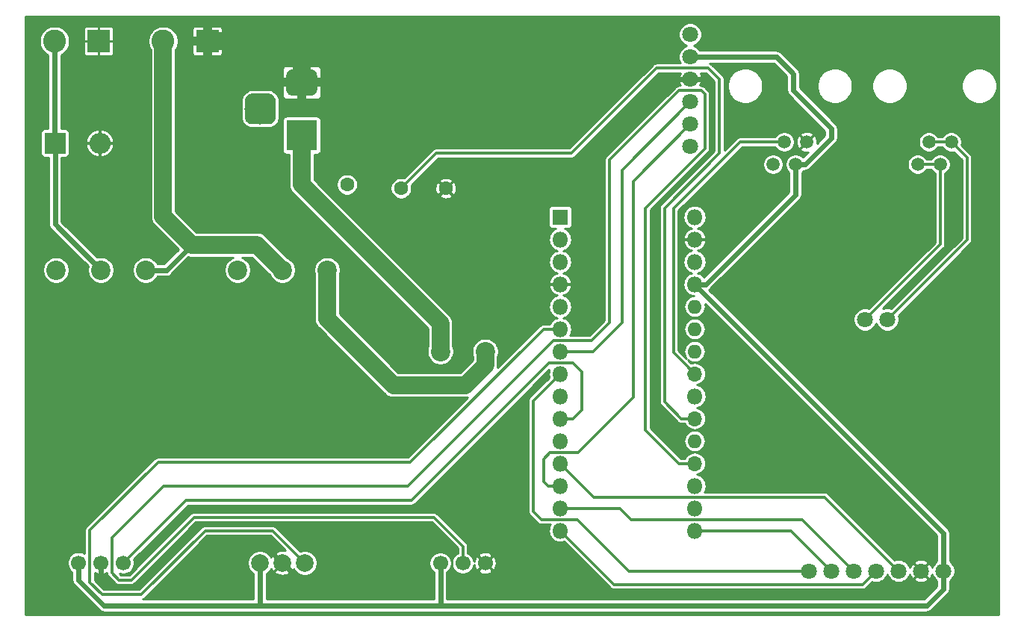
<source format=gbl>
G04 #@! TF.GenerationSoftware,KiCad,Pcbnew,5.1.2-f72e74a~84~ubuntu18.04.1*
G04 #@! TF.CreationDate,2019-06-19T00:04:43+03:00*
G04 #@! TF.ProjectId,Borjomi-Main,426f726a-6f6d-4692-9d4d-61696e2e6b69,rev?*
G04 #@! TF.SameCoordinates,Original*
G04 #@! TF.FileFunction,Copper,L2,Bot*
G04 #@! TF.FilePolarity,Positive*
%FSLAX46Y46*%
G04 Gerber Fmt 4.6, Leading zero omitted, Abs format (unit mm)*
G04 Created by KiCad (PCBNEW 5.1.2-f72e74a~84~ubuntu18.04.1) date 2019-06-19 00:04:43*
%MOMM*%
%LPD*%
G04 APERTURE LIST*
%ADD10C,0.150000*%
%ADD11C,3.500000*%
%ADD12C,3.000000*%
%ADD13R,3.500000X3.500000*%
%ADD14R,1.800000X1.800000*%
%ADD15O,1.800000X1.800000*%
%ADD16O,1.700000X1.700000*%
%ADD17O,1.600000X1.600000*%
%ADD18R,2.400000X2.400000*%
%ADD19O,2.400000X2.400000*%
%ADD20R,2.600000X2.600000*%
%ADD21C,2.600000*%
%ADD22C,1.520000*%
%ADD23C,1.600000*%
%ADD24C,1.800000*%
%ADD25C,1.700000*%
%ADD26C,2.200000*%
%ADD27C,2.000000*%
%ADD28C,0.300000*%
%ADD29C,0.250000*%
%ADD30C,0.600000*%
%ADD31C,1.000000*%
%ADD32C,2.000000*%
G04 APERTURE END LIST*
D10*
G36*
X140692785Y-84039913D02*
G01*
X140777724Y-84052513D01*
X140861019Y-84073377D01*
X140941868Y-84102305D01*
X141019492Y-84139019D01*
X141093144Y-84183164D01*
X141162114Y-84234316D01*
X141225738Y-84291982D01*
X141283404Y-84355606D01*
X141334556Y-84424576D01*
X141378701Y-84498228D01*
X141415415Y-84575852D01*
X141444343Y-84656701D01*
X141465207Y-84739996D01*
X141477807Y-84824935D01*
X141482020Y-84910700D01*
X141482020Y-86660700D01*
X141477807Y-86746465D01*
X141465207Y-86831404D01*
X141444343Y-86914699D01*
X141415415Y-86995548D01*
X141378701Y-87073172D01*
X141334556Y-87146824D01*
X141283404Y-87215794D01*
X141225738Y-87279418D01*
X141162114Y-87337084D01*
X141093144Y-87388236D01*
X141019492Y-87432381D01*
X140941868Y-87469095D01*
X140861019Y-87498023D01*
X140777724Y-87518887D01*
X140692785Y-87531487D01*
X140607020Y-87535700D01*
X138857020Y-87535700D01*
X138771255Y-87531487D01*
X138686316Y-87518887D01*
X138603021Y-87498023D01*
X138522172Y-87469095D01*
X138444548Y-87432381D01*
X138370896Y-87388236D01*
X138301926Y-87337084D01*
X138238302Y-87279418D01*
X138180636Y-87215794D01*
X138129484Y-87146824D01*
X138085339Y-87073172D01*
X138048625Y-86995548D01*
X138019697Y-86914699D01*
X137998833Y-86831404D01*
X137986233Y-86746465D01*
X137982020Y-86660700D01*
X137982020Y-84910700D01*
X137986233Y-84824935D01*
X137998833Y-84739996D01*
X138019697Y-84656701D01*
X138048625Y-84575852D01*
X138085339Y-84498228D01*
X138129484Y-84424576D01*
X138180636Y-84355606D01*
X138238302Y-84291982D01*
X138301926Y-84234316D01*
X138370896Y-84183164D01*
X138444548Y-84139019D01*
X138522172Y-84102305D01*
X138603021Y-84073377D01*
X138686316Y-84052513D01*
X138771255Y-84039913D01*
X138857020Y-84035700D01*
X140607020Y-84035700D01*
X140692785Y-84039913D01*
X140692785Y-84039913D01*
G37*
D11*
X139732020Y-85785700D03*
D10*
G36*
X145505533Y-81289311D02*
G01*
X145578338Y-81300111D01*
X145649734Y-81317995D01*
X145719033Y-81342790D01*
X145785568Y-81374259D01*
X145848698Y-81412098D01*
X145907815Y-81455942D01*
X145962350Y-81505370D01*
X146011778Y-81559905D01*
X146055622Y-81619022D01*
X146093461Y-81682152D01*
X146124930Y-81748687D01*
X146149725Y-81817986D01*
X146167609Y-81889382D01*
X146178409Y-81962187D01*
X146182020Y-82035700D01*
X146182020Y-83535700D01*
X146178409Y-83609213D01*
X146167609Y-83682018D01*
X146149725Y-83753414D01*
X146124930Y-83822713D01*
X146093461Y-83889248D01*
X146055622Y-83952378D01*
X146011778Y-84011495D01*
X145962350Y-84066030D01*
X145907815Y-84115458D01*
X145848698Y-84159302D01*
X145785568Y-84197141D01*
X145719033Y-84228610D01*
X145649734Y-84253405D01*
X145578338Y-84271289D01*
X145505533Y-84282089D01*
X145432020Y-84285700D01*
X143432020Y-84285700D01*
X143358507Y-84282089D01*
X143285702Y-84271289D01*
X143214306Y-84253405D01*
X143145007Y-84228610D01*
X143078472Y-84197141D01*
X143015342Y-84159302D01*
X142956225Y-84115458D01*
X142901690Y-84066030D01*
X142852262Y-84011495D01*
X142808418Y-83952378D01*
X142770579Y-83889248D01*
X142739110Y-83822713D01*
X142714315Y-83753414D01*
X142696431Y-83682018D01*
X142685631Y-83609213D01*
X142682020Y-83535700D01*
X142682020Y-82035700D01*
X142685631Y-81962187D01*
X142696431Y-81889382D01*
X142714315Y-81817986D01*
X142739110Y-81748687D01*
X142770579Y-81682152D01*
X142808418Y-81619022D01*
X142852262Y-81559905D01*
X142901690Y-81505370D01*
X142956225Y-81455942D01*
X143015342Y-81412098D01*
X143078472Y-81374259D01*
X143145007Y-81342790D01*
X143214306Y-81317995D01*
X143285702Y-81300111D01*
X143358507Y-81289311D01*
X143432020Y-81285700D01*
X145432020Y-81285700D01*
X145505533Y-81289311D01*
X145505533Y-81289311D01*
G37*
D12*
X144432020Y-82785700D03*
D13*
X144432020Y-88785700D03*
D14*
X173736000Y-98044000D03*
D15*
X188976000Y-131064000D03*
X173736000Y-100584000D03*
X188976000Y-128524000D03*
X173736000Y-103124000D03*
D16*
X188976000Y-125984000D03*
D15*
X173736000Y-105664000D03*
D17*
X188976000Y-123444000D03*
D15*
X173736000Y-108204000D03*
D16*
X188976000Y-120904000D03*
D15*
X173736000Y-110744000D03*
X188976000Y-118364000D03*
X173736000Y-113284000D03*
D16*
X188976000Y-115824000D03*
D15*
X173736000Y-115824000D03*
D17*
X188976000Y-113284000D03*
D15*
X173736000Y-118364000D03*
D17*
X188976000Y-110744000D03*
D15*
X173736000Y-120904000D03*
D17*
X188976000Y-108204000D03*
D15*
X173736000Y-123444000D03*
X188976000Y-105664000D03*
X173736000Y-125984000D03*
X188976000Y-103124000D03*
X173736000Y-128524000D03*
X188976000Y-100584000D03*
X173736000Y-131064000D03*
X188976000Y-98044000D03*
X173736000Y-133604000D03*
X188976000Y-133604000D03*
X173736000Y-105664000D03*
X173736000Y-105664000D03*
D18*
X116459000Y-89662000D03*
D19*
X121539000Y-89662000D03*
D20*
X121412000Y-78105000D03*
D21*
X116412000Y-78105000D03*
X128731000Y-78105000D03*
D20*
X133731000Y-78105000D03*
D22*
X214249000Y-92075000D03*
X215519000Y-89535000D03*
X216789000Y-92075000D03*
X218059000Y-89535000D03*
X201676000Y-89535000D03*
X200406000Y-92075000D03*
X199136000Y-89535000D03*
X197866000Y-92075000D03*
D23*
X144492980Y-94371160D03*
X149572980Y-94371160D03*
X160764220Y-94795340D03*
X155684220Y-94795340D03*
D24*
X208280000Y-109676000D03*
X201930000Y-138176000D03*
X204470000Y-138176000D03*
X207010000Y-138176000D03*
X209550000Y-138176000D03*
X212090000Y-138176000D03*
X214630000Y-138176000D03*
X217170000Y-138176000D03*
X210820000Y-109676000D03*
D25*
X160147000Y-137287000D03*
X162687000Y-137287000D03*
X165227000Y-137287000D03*
D26*
X160147000Y-113287000D03*
X165227000Y-113287000D03*
D27*
X144780000Y-137272000D03*
X142240000Y-137272000D03*
X139700000Y-137272000D03*
D26*
X142240000Y-104072000D03*
X137160000Y-104072000D03*
X147320000Y-104072000D03*
X126746000Y-104072000D03*
X116586000Y-104072000D03*
X121666000Y-104072000D03*
D25*
X119126000Y-137272000D03*
X121666000Y-137272000D03*
X124206000Y-137272000D03*
D24*
X188468000Y-90043000D03*
X188468000Y-87503000D03*
X188468000Y-84963000D03*
X188468000Y-82423000D03*
X188468000Y-79883000D03*
X188468000Y-77343000D03*
D28*
X187198000Y-125984000D02*
X188976000Y-125984000D01*
X183388000Y-97028000D02*
X183388000Y-122174000D01*
X183388000Y-122174000D02*
X187198000Y-125984000D01*
X190119000Y-90297000D02*
X183388000Y-97028000D01*
X125095000Y-139192000D02*
X123698000Y-139192000D01*
X132207000Y-132080000D02*
X125095000Y-139192000D01*
X187178001Y-83712999D02*
X189718001Y-83712999D01*
X159385000Y-132080000D02*
X132207000Y-132080000D01*
X123698000Y-139192000D02*
X122930920Y-138424920D01*
X162687000Y-135382000D02*
X159385000Y-132080000D01*
X122930920Y-138424920D02*
X122930920Y-134371080D01*
X177292000Y-112014000D02*
X179324000Y-109982000D01*
X190119000Y-84113998D02*
X190119000Y-90297000D01*
X128778000Y-128524000D02*
X156464000Y-128524000D01*
X172974000Y-112014000D02*
X177292000Y-112014000D01*
X179324000Y-109982000D02*
X179324000Y-91567000D01*
X179324000Y-91567000D02*
X187178001Y-83712999D01*
X162687000Y-137287000D02*
X162687000Y-135382000D01*
X122930920Y-134371080D02*
X128778000Y-128524000D01*
X156464000Y-128524000D02*
X172974000Y-112014000D01*
X189718001Y-83712999D02*
X190119000Y-84113998D01*
D29*
X161417000Y-136525000D02*
X161417000Y-138049000D01*
D30*
X188341000Y-82550000D02*
X188468000Y-82423000D01*
X185293000Y-82423000D02*
X190119000Y-82423000D01*
X121666000Y-137272000D02*
X121666000Y-138938000D01*
X143390500Y-138422500D02*
X142240000Y-137272000D01*
X142240000Y-137272000D02*
X141041000Y-136073000D01*
D31*
X133731000Y-78105000D02*
X131732020Y-78105000D01*
X133731000Y-78105000D02*
X133731000Y-79872840D01*
X145415000Y-78105000D02*
X145415000Y-80152240D01*
X145415000Y-78105000D02*
X147474940Y-78105000D01*
D32*
X133731000Y-78105000D02*
X142283180Y-78105000D01*
X144432020Y-80253840D02*
X144432020Y-82785700D01*
X142283180Y-78105000D02*
X144432020Y-80253840D01*
D31*
X133731000Y-78105000D02*
X133731000Y-76207620D01*
X144432020Y-82785700D02*
X147071080Y-82785700D01*
X144432020Y-82785700D02*
X144432020Y-85074760D01*
X144432020Y-82785700D02*
X141841220Y-82785700D01*
D28*
X187452000Y-120904000D02*
X188976000Y-120904000D01*
X185547000Y-118999000D02*
X187452000Y-120904000D01*
X191770000Y-90805000D02*
X185547000Y-97028000D01*
X159674560Y-90805000D02*
X175006000Y-90805000D01*
X190519999Y-81172999D02*
X191770000Y-82423000D01*
X185547000Y-97028000D02*
X185547000Y-118999000D01*
X155684220Y-94795340D02*
X159674560Y-90805000D01*
X184638001Y-81172999D02*
X190519999Y-81172999D01*
X175006000Y-90805000D02*
X184638001Y-81172999D01*
X191770000Y-82423000D02*
X191770000Y-90805000D01*
X171831000Y-110744000D02*
X173736000Y-110744000D01*
X156718000Y-125857000D02*
X171831000Y-110744000D01*
X128143000Y-125857000D02*
X156718000Y-125857000D01*
X120398540Y-133601460D02*
X128143000Y-125857000D01*
X144780000Y-137272000D02*
X141112000Y-133604000D01*
X141112000Y-133604000D02*
X133477000Y-133604000D01*
X126238000Y-140843000D02*
X121793000Y-140843000D01*
X133477000Y-133604000D02*
X126238000Y-140843000D01*
X121793000Y-140843000D02*
X120398540Y-139448540D01*
X120398540Y-139448540D02*
X120398540Y-133601460D01*
X180721000Y-92710000D02*
X188468000Y-84963000D01*
X180721000Y-109982000D02*
X180721000Y-92710000D01*
X173736000Y-113284000D02*
X177419000Y-113284000D01*
X177419000Y-113284000D02*
X180721000Y-109982000D01*
X194128122Y-89535000D02*
X186563000Y-97100122D01*
X199136000Y-89535000D02*
X194128122Y-89535000D01*
X188126001Y-114974001D02*
X188976000Y-115824000D01*
X186563000Y-97100122D02*
X186563000Y-113411000D01*
X186563000Y-113411000D02*
X188126001Y-114974001D01*
X170688000Y-118872000D02*
X173736000Y-115824000D01*
X171577000Y-132334000D02*
X170688000Y-131445000D01*
X175641000Y-132334000D02*
X171577000Y-132334000D01*
X201930000Y-138176000D02*
X181483000Y-138176000D01*
X170688000Y-131445000D02*
X170688000Y-118872000D01*
X181483000Y-138176000D02*
X175641000Y-132334000D01*
X175133000Y-120904000D02*
X176149000Y-119888000D01*
X175152999Y-114573999D02*
X172446001Y-114573999D01*
X131303000Y-130175000D02*
X124206000Y-137272000D01*
X172446001Y-114573999D02*
X156845000Y-130175000D01*
X156845000Y-130175000D02*
X131303000Y-130175000D01*
X173736000Y-120904000D02*
X175133000Y-120904000D01*
X176149000Y-115570000D02*
X175152999Y-114573999D01*
X176149000Y-119888000D02*
X176149000Y-115570000D01*
D30*
X217170000Y-133858000D02*
X217170000Y-138176000D01*
X188976000Y-105664000D02*
X217170000Y-133858000D01*
X188468000Y-79883000D02*
X198247000Y-79883000D01*
X198247000Y-79883000D02*
X200152000Y-81788000D01*
X200152000Y-81788000D02*
X200152000Y-83693000D01*
X200152000Y-83693000D02*
X204470000Y-88011000D01*
X201480802Y-92075000D02*
X200406000Y-92075000D01*
X204470000Y-89085802D02*
X201480802Y-92075000D01*
X204470000Y-88011000D02*
X204470000Y-89085802D01*
X200406000Y-93149802D02*
X200406000Y-92075000D01*
X200406000Y-95506792D02*
X200406000Y-93149802D01*
X190248792Y-105664000D02*
X200406000Y-95506792D01*
X188976000Y-105664000D02*
X190248792Y-105664000D01*
X119126000Y-137272000D02*
X119126000Y-139230100D01*
X119126000Y-139230100D02*
X122008900Y-142113000D01*
X217170000Y-138176000D02*
X217170000Y-140208000D01*
X217170000Y-140208000D02*
X215265000Y-142113000D01*
X139700000Y-137272000D02*
X139700000Y-142113000D01*
X160147000Y-142006320D02*
X160253680Y-142113000D01*
X160147000Y-137287000D02*
X160147000Y-142006320D01*
X215265000Y-142113000D02*
X160253680Y-142113000D01*
X160253680Y-142113000D02*
X122008900Y-142113000D01*
D28*
X211190001Y-137276001D02*
X212090000Y-138176000D01*
X203708000Y-129794000D02*
X211190001Y-137276001D01*
X173736000Y-125984000D02*
X177546000Y-129794000D01*
X177546000Y-129794000D02*
X203708000Y-129794000D01*
X181991000Y-118530998D02*
X181991000Y-93980000D01*
X172339000Y-128524000D02*
X171831000Y-128016000D01*
X171831000Y-128016000D02*
X171831000Y-125476000D01*
X173736000Y-128524000D02*
X172339000Y-128524000D01*
X171831000Y-125476000D02*
X172573001Y-124733999D01*
X181991000Y-93980000D02*
X188468000Y-87503000D01*
X172573001Y-124733999D02*
X175787999Y-124733999D01*
X175787999Y-124733999D02*
X181991000Y-118530998D01*
X173736000Y-131064000D02*
X180467000Y-131064000D01*
X180467000Y-131064000D02*
X181673500Y-132270500D01*
X181610000Y-132207000D02*
X181673500Y-132270500D01*
X206110001Y-137276001D02*
X207010000Y-138176000D01*
X201168000Y-132334000D02*
X206110001Y-137276001D01*
X181673500Y-132270500D02*
X181737000Y-132334000D01*
X181737000Y-132334000D02*
X201168000Y-132334000D01*
X209550000Y-138176000D02*
X208026000Y-139700000D01*
X179832000Y-139700000D02*
X173736000Y-133604000D01*
X208026000Y-139700000D02*
X179832000Y-139700000D01*
X199898000Y-133604000D02*
X204470000Y-138176000D01*
X188976000Y-133604000D02*
X199898000Y-133604000D01*
D30*
X116412000Y-89615000D02*
X116459000Y-89662000D01*
X116412000Y-78105000D02*
X116412000Y-89615000D01*
X116459000Y-98865000D02*
X121666000Y-104072000D01*
X116459000Y-89662000D02*
X116459000Y-98865000D01*
D32*
X128731000Y-97997000D02*
X128731000Y-78105000D01*
X142240000Y-104072000D02*
X139387000Y-101219000D01*
X131953000Y-101219000D02*
X128731000Y-97997000D01*
X139387000Y-101219000D02*
X131953000Y-101219000D01*
D30*
X129100000Y-104072000D02*
X131953000Y-101219000D01*
X126746000Y-104072000D02*
X129100000Y-104072000D01*
D28*
X214249000Y-92075000D02*
X216789000Y-92075000D01*
X216789000Y-101167000D02*
X208280000Y-109676000D01*
X216789000Y-92075000D02*
X216789000Y-101167000D01*
X216593802Y-89535000D02*
X218059000Y-89535000D01*
X215519000Y-89535000D02*
X216593802Y-89535000D01*
X219837000Y-100659000D02*
X210820000Y-109676000D01*
X218059000Y-89535000D02*
X219837000Y-91313000D01*
X219837000Y-91313000D02*
X219837000Y-100659000D01*
D32*
X147320000Y-109601000D02*
X147320000Y-104072000D01*
X154813000Y-117094000D02*
X147320000Y-109601000D01*
X162975634Y-117094000D02*
X154813000Y-117094000D01*
X165227000Y-113287000D02*
X165227000Y-114842634D01*
X165227000Y-114842634D02*
X162975634Y-117094000D01*
X160147000Y-110109000D02*
X160147000Y-113287000D01*
X144432020Y-88785700D02*
X144432020Y-94394020D01*
X144432020Y-94394020D02*
X160147000Y-110109000D01*
D29*
G36*
X223426001Y-143162000D02*
G01*
X113124000Y-143162000D01*
X113124000Y-137146423D01*
X117851000Y-137146423D01*
X117851000Y-137397577D01*
X117899998Y-137643904D01*
X117996110Y-137875939D01*
X118135643Y-138084765D01*
X118313235Y-138262357D01*
X118401001Y-138321000D01*
X118401001Y-139194493D01*
X118397494Y-139230100D01*
X118401001Y-139265707D01*
X118411492Y-139372225D01*
X118423893Y-139413107D01*
X118452947Y-139508887D01*
X118520269Y-139634836D01*
X118588170Y-139717574D01*
X118588173Y-139717577D01*
X118610869Y-139745232D01*
X118638523Y-139767927D01*
X121471072Y-142600477D01*
X121493768Y-142628132D01*
X121521423Y-142650828D01*
X121521425Y-142650830D01*
X121556205Y-142679373D01*
X121604163Y-142718731D01*
X121730112Y-142786053D01*
X121866775Y-142827509D01*
X121973293Y-142838000D01*
X121973302Y-142838000D01*
X122008899Y-142841506D01*
X122044496Y-142838000D01*
X139664393Y-142838000D01*
X139700000Y-142841507D01*
X139735607Y-142838000D01*
X160218082Y-142838000D01*
X160253679Y-142841506D01*
X160289276Y-142838000D01*
X215229403Y-142838000D01*
X215265000Y-142841506D01*
X215300597Y-142838000D01*
X215300607Y-142838000D01*
X215407125Y-142827509D01*
X215543788Y-142786053D01*
X215669737Y-142718731D01*
X215780132Y-142628132D01*
X215802832Y-142600472D01*
X217657477Y-140745828D01*
X217685132Y-140723132D01*
X217775731Y-140612737D01*
X217843053Y-140486788D01*
X217884509Y-140350125D01*
X217895000Y-140243607D01*
X217895000Y-140243597D01*
X217898506Y-140208000D01*
X217895000Y-140172403D01*
X217895000Y-139285135D01*
X218014638Y-139205195D01*
X218199195Y-139020638D01*
X218344200Y-138803623D01*
X218444081Y-138562488D01*
X218495000Y-138306501D01*
X218495000Y-138045499D01*
X218444081Y-137789512D01*
X218344200Y-137548377D01*
X218199195Y-137331362D01*
X218014638Y-137146805D01*
X217895000Y-137066865D01*
X217895000Y-133893596D01*
X217898506Y-133857999D01*
X217895000Y-133822402D01*
X217895000Y-133822393D01*
X217884509Y-133715875D01*
X217843053Y-133579212D01*
X217775731Y-133453263D01*
X217707830Y-133370525D01*
X217707823Y-133370518D01*
X217685131Y-133342868D01*
X217657482Y-133320177D01*
X193882804Y-109545499D01*
X206955000Y-109545499D01*
X206955000Y-109806501D01*
X207005919Y-110062488D01*
X207105800Y-110303623D01*
X207250805Y-110520638D01*
X207435362Y-110705195D01*
X207652377Y-110850200D01*
X207893512Y-110950081D01*
X208149499Y-111001000D01*
X208410501Y-111001000D01*
X208666488Y-110950081D01*
X208907623Y-110850200D01*
X209124638Y-110705195D01*
X209309195Y-110520638D01*
X209454200Y-110303623D01*
X209550000Y-110072340D01*
X209645800Y-110303623D01*
X209790805Y-110520638D01*
X209975362Y-110705195D01*
X210192377Y-110850200D01*
X210433512Y-110950081D01*
X210689499Y-111001000D01*
X210950501Y-111001000D01*
X211206488Y-110950081D01*
X211447623Y-110850200D01*
X211664638Y-110705195D01*
X211849195Y-110520638D01*
X211994200Y-110303623D01*
X212094081Y-110062488D01*
X212145000Y-109806501D01*
X212145000Y-109545499D01*
X212094081Y-109289512D01*
X212072284Y-109236888D01*
X220223612Y-101085561D01*
X220245554Y-101067554D01*
X220317408Y-100979998D01*
X220370801Y-100880108D01*
X220403680Y-100771720D01*
X220412000Y-100687246D01*
X220412000Y-100687243D01*
X220414782Y-100659000D01*
X220412000Y-100630757D01*
X220412000Y-91341243D01*
X220414782Y-91313000D01*
X220409847Y-91262894D01*
X220403680Y-91200280D01*
X220370801Y-91091892D01*
X220317408Y-90992002D01*
X220245554Y-90904446D01*
X220223613Y-90886440D01*
X219201674Y-89864501D01*
X219244000Y-89651712D01*
X219244000Y-89418288D01*
X219198461Y-89189348D01*
X219109134Y-88973692D01*
X218979450Y-88779606D01*
X218814394Y-88614550D01*
X218620308Y-88484866D01*
X218404652Y-88395539D01*
X218175712Y-88350000D01*
X217942288Y-88350000D01*
X217713348Y-88395539D01*
X217497692Y-88484866D01*
X217303606Y-88614550D01*
X217138550Y-88779606D01*
X217018015Y-88960000D01*
X216559985Y-88960000D01*
X216439450Y-88779606D01*
X216274394Y-88614550D01*
X216080308Y-88484866D01*
X215864652Y-88395539D01*
X215635712Y-88350000D01*
X215402288Y-88350000D01*
X215173348Y-88395539D01*
X214957692Y-88484866D01*
X214763606Y-88614550D01*
X214598550Y-88779606D01*
X214468866Y-88973692D01*
X214379539Y-89189348D01*
X214334000Y-89418288D01*
X214334000Y-89651712D01*
X214379539Y-89880652D01*
X214468866Y-90096308D01*
X214598550Y-90290394D01*
X214763606Y-90455450D01*
X214957692Y-90585134D01*
X215173348Y-90674461D01*
X215402288Y-90720000D01*
X215635712Y-90720000D01*
X215864652Y-90674461D01*
X216080308Y-90585134D01*
X216274394Y-90455450D01*
X216439450Y-90290394D01*
X216559985Y-90110000D01*
X217018015Y-90110000D01*
X217138550Y-90290394D01*
X217303606Y-90455450D01*
X217497692Y-90585134D01*
X217713348Y-90674461D01*
X217942288Y-90720000D01*
X218175712Y-90720000D01*
X218388501Y-90677674D01*
X219262000Y-91551173D01*
X219262001Y-100420826D01*
X211259112Y-108423716D01*
X211206488Y-108401919D01*
X210950501Y-108351000D01*
X210689499Y-108351000D01*
X210433512Y-108401919D01*
X210320401Y-108448771D01*
X217175612Y-101593561D01*
X217197554Y-101575554D01*
X217238673Y-101525450D01*
X217269408Y-101487999D01*
X217322801Y-101388108D01*
X217330986Y-101361125D01*
X217355680Y-101279720D01*
X217364000Y-101195246D01*
X217364000Y-101195244D01*
X217366782Y-101167001D01*
X217364000Y-101138758D01*
X217364000Y-93115985D01*
X217544394Y-92995450D01*
X217709450Y-92830394D01*
X217839134Y-92636308D01*
X217928461Y-92420652D01*
X217974000Y-92191712D01*
X217974000Y-91958288D01*
X217928461Y-91729348D01*
X217839134Y-91513692D01*
X217709450Y-91319606D01*
X217544394Y-91154550D01*
X217350308Y-91024866D01*
X217134652Y-90935539D01*
X216905712Y-90890000D01*
X216672288Y-90890000D01*
X216443348Y-90935539D01*
X216227692Y-91024866D01*
X216033606Y-91154550D01*
X215868550Y-91319606D01*
X215748015Y-91500000D01*
X215289985Y-91500000D01*
X215169450Y-91319606D01*
X215004394Y-91154550D01*
X214810308Y-91024866D01*
X214594652Y-90935539D01*
X214365712Y-90890000D01*
X214132288Y-90890000D01*
X213903348Y-90935539D01*
X213687692Y-91024866D01*
X213493606Y-91154550D01*
X213328550Y-91319606D01*
X213198866Y-91513692D01*
X213109539Y-91729348D01*
X213064000Y-91958288D01*
X213064000Y-92191712D01*
X213109539Y-92420652D01*
X213198866Y-92636308D01*
X213328550Y-92830394D01*
X213493606Y-92995450D01*
X213687692Y-93125134D01*
X213903348Y-93214461D01*
X214132288Y-93260000D01*
X214365712Y-93260000D01*
X214594652Y-93214461D01*
X214810308Y-93125134D01*
X215004394Y-92995450D01*
X215169450Y-92830394D01*
X215289985Y-92650000D01*
X215748015Y-92650000D01*
X215868550Y-92830394D01*
X216033606Y-92995450D01*
X216214000Y-93115985D01*
X216214001Y-100928826D01*
X208719112Y-108423716D01*
X208666488Y-108401919D01*
X208410501Y-108351000D01*
X208149499Y-108351000D01*
X207893512Y-108401919D01*
X207652377Y-108501800D01*
X207435362Y-108646805D01*
X207250805Y-108831362D01*
X207105800Y-109048377D01*
X207005919Y-109289512D01*
X206955000Y-109545499D01*
X193882804Y-109545499D01*
X190623230Y-106285926D01*
X190653529Y-106269731D01*
X190763924Y-106179132D01*
X190786624Y-106151472D01*
X200893482Y-96044615D01*
X200921131Y-96021924D01*
X200943823Y-95994274D01*
X200943830Y-95994267D01*
X201011731Y-95911529D01*
X201079053Y-95785580D01*
X201099881Y-95716918D01*
X201120509Y-95648917D01*
X201131000Y-95542399D01*
X201131000Y-95542390D01*
X201134506Y-95506793D01*
X201131000Y-95471196D01*
X201131000Y-93015759D01*
X201161394Y-92995450D01*
X201326450Y-92830394D01*
X201346759Y-92800000D01*
X201445205Y-92800000D01*
X201480802Y-92803506D01*
X201516399Y-92800000D01*
X201516409Y-92800000D01*
X201622927Y-92789509D01*
X201759590Y-92748053D01*
X201885539Y-92680731D01*
X201995934Y-92590132D01*
X202018634Y-92562472D01*
X204957477Y-89623630D01*
X204985132Y-89600934D01*
X205021387Y-89556758D01*
X205075731Y-89490539D01*
X205112216Y-89422281D01*
X205143053Y-89364590D01*
X205184509Y-89227927D01*
X205195000Y-89121409D01*
X205195000Y-89121400D01*
X205198506Y-89085803D01*
X205195000Y-89050206D01*
X205195000Y-88046596D01*
X205198506Y-88010999D01*
X205195000Y-87975402D01*
X205195000Y-87975393D01*
X205184509Y-87868875D01*
X205143053Y-87732212D01*
X205075731Y-87606263D01*
X205007830Y-87523525D01*
X205007823Y-87523518D01*
X204985131Y-87495868D01*
X204957482Y-87473177D01*
X200877000Y-83392696D01*
X200877000Y-82985555D01*
X202831000Y-82985555D01*
X202831000Y-83384445D01*
X202908820Y-83775671D01*
X203061468Y-84144197D01*
X203283080Y-84475862D01*
X203565138Y-84757920D01*
X203896803Y-84979532D01*
X204265329Y-85132180D01*
X204656555Y-85210000D01*
X205055445Y-85210000D01*
X205446671Y-85132180D01*
X205815197Y-84979532D01*
X206146862Y-84757920D01*
X206428920Y-84475862D01*
X206650532Y-84144197D01*
X206803180Y-83775671D01*
X206881000Y-83384445D01*
X206881000Y-82985555D01*
X209054000Y-82985555D01*
X209054000Y-83384445D01*
X209131820Y-83775671D01*
X209284468Y-84144197D01*
X209506080Y-84475862D01*
X209788138Y-84757920D01*
X210119803Y-84979532D01*
X210488329Y-85132180D01*
X210879555Y-85210000D01*
X211278445Y-85210000D01*
X211669671Y-85132180D01*
X212038197Y-84979532D01*
X212369862Y-84757920D01*
X212651920Y-84475862D01*
X212873532Y-84144197D01*
X213026180Y-83775671D01*
X213104000Y-83384445D01*
X213104000Y-82985555D01*
X219214000Y-82985555D01*
X219214000Y-83384445D01*
X219291820Y-83775671D01*
X219444468Y-84144197D01*
X219666080Y-84475862D01*
X219948138Y-84757920D01*
X220279803Y-84979532D01*
X220648329Y-85132180D01*
X221039555Y-85210000D01*
X221438445Y-85210000D01*
X221829671Y-85132180D01*
X222198197Y-84979532D01*
X222529862Y-84757920D01*
X222811920Y-84475862D01*
X223033532Y-84144197D01*
X223186180Y-83775671D01*
X223264000Y-83384445D01*
X223264000Y-82985555D01*
X223186180Y-82594329D01*
X223033532Y-82225803D01*
X222811920Y-81894138D01*
X222529862Y-81612080D01*
X222198197Y-81390468D01*
X221829671Y-81237820D01*
X221438445Y-81160000D01*
X221039555Y-81160000D01*
X220648329Y-81237820D01*
X220279803Y-81390468D01*
X219948138Y-81612080D01*
X219666080Y-81894138D01*
X219444468Y-82225803D01*
X219291820Y-82594329D01*
X219214000Y-82985555D01*
X213104000Y-82985555D01*
X213026180Y-82594329D01*
X212873532Y-82225803D01*
X212651920Y-81894138D01*
X212369862Y-81612080D01*
X212038197Y-81390468D01*
X211669671Y-81237820D01*
X211278445Y-81160000D01*
X210879555Y-81160000D01*
X210488329Y-81237820D01*
X210119803Y-81390468D01*
X209788138Y-81612080D01*
X209506080Y-81894138D01*
X209284468Y-82225803D01*
X209131820Y-82594329D01*
X209054000Y-82985555D01*
X206881000Y-82985555D01*
X206803180Y-82594329D01*
X206650532Y-82225803D01*
X206428920Y-81894138D01*
X206146862Y-81612080D01*
X205815197Y-81390468D01*
X205446671Y-81237820D01*
X205055445Y-81160000D01*
X204656555Y-81160000D01*
X204265329Y-81237820D01*
X203896803Y-81390468D01*
X203565138Y-81612080D01*
X203283080Y-81894138D01*
X203061468Y-82225803D01*
X202908820Y-82594329D01*
X202831000Y-82985555D01*
X200877000Y-82985555D01*
X200877000Y-81823597D01*
X200880506Y-81788000D01*
X200877000Y-81752403D01*
X200877000Y-81752393D01*
X200866509Y-81645875D01*
X200825053Y-81509212D01*
X200757731Y-81383263D01*
X200715136Y-81331361D01*
X200689830Y-81300525D01*
X200689823Y-81300518D01*
X200667131Y-81272868D01*
X200639482Y-81250177D01*
X198784832Y-79395528D01*
X198762132Y-79367868D01*
X198651737Y-79277269D01*
X198525788Y-79209947D01*
X198389125Y-79168491D01*
X198282607Y-79158000D01*
X198282597Y-79158000D01*
X198247000Y-79154494D01*
X198211403Y-79158000D01*
X189577135Y-79158000D01*
X189497195Y-79038362D01*
X189312638Y-78853805D01*
X189095623Y-78708800D01*
X188864340Y-78613000D01*
X189095623Y-78517200D01*
X189312638Y-78372195D01*
X189497195Y-78187638D01*
X189642200Y-77970623D01*
X189742081Y-77729488D01*
X189793000Y-77473501D01*
X189793000Y-77212499D01*
X189742081Y-76956512D01*
X189642200Y-76715377D01*
X189497195Y-76498362D01*
X189312638Y-76313805D01*
X189095623Y-76168800D01*
X188854488Y-76068919D01*
X188598501Y-76018000D01*
X188337499Y-76018000D01*
X188081512Y-76068919D01*
X187840377Y-76168800D01*
X187623362Y-76313805D01*
X187438805Y-76498362D01*
X187293800Y-76715377D01*
X187193919Y-76956512D01*
X187143000Y-77212499D01*
X187143000Y-77473501D01*
X187193919Y-77729488D01*
X187293800Y-77970623D01*
X187438805Y-78187638D01*
X187623362Y-78372195D01*
X187840377Y-78517200D01*
X188071660Y-78613000D01*
X187840377Y-78708800D01*
X187623362Y-78853805D01*
X187438805Y-79038362D01*
X187293800Y-79255377D01*
X187193919Y-79496512D01*
X187143000Y-79752499D01*
X187143000Y-80013501D01*
X187193919Y-80269488D01*
X187293800Y-80510623D01*
X187352183Y-80597999D01*
X184666243Y-80597999D01*
X184638000Y-80595217D01*
X184609757Y-80597999D01*
X184609755Y-80597999D01*
X184525281Y-80606319D01*
X184416893Y-80639198D01*
X184351797Y-80673993D01*
X184317002Y-80692591D01*
X184274297Y-80727638D01*
X184229447Y-80764445D01*
X184211440Y-80786387D01*
X174767828Y-90230000D01*
X159702803Y-90230000D01*
X159674560Y-90227218D01*
X159646317Y-90230000D01*
X159646314Y-90230000D01*
X159561840Y-90238320D01*
X159464885Y-90267731D01*
X159453452Y-90271199D01*
X159353561Y-90324592D01*
X159307713Y-90362218D01*
X159266006Y-90396446D01*
X159248000Y-90418387D01*
X156046795Y-93619593D01*
X156041539Y-93617416D01*
X155804872Y-93570340D01*
X155563568Y-93570340D01*
X155326901Y-93617416D01*
X155103965Y-93709759D01*
X154903328Y-93843821D01*
X154732701Y-94014448D01*
X154598639Y-94215085D01*
X154506296Y-94438021D01*
X154459220Y-94674688D01*
X154459220Y-94915992D01*
X154506296Y-95152659D01*
X154598639Y-95375595D01*
X154732701Y-95576232D01*
X154903328Y-95746859D01*
X155103965Y-95880921D01*
X155326901Y-95973264D01*
X155563568Y-96020340D01*
X155804872Y-96020340D01*
X156041539Y-95973264D01*
X156264475Y-95880921D01*
X156465112Y-95746859D01*
X156603883Y-95608088D01*
X159986828Y-95608088D01*
X160061074Y-95805670D01*
X160271690Y-95923434D01*
X160501234Y-95997846D01*
X160740885Y-96026046D01*
X160981432Y-96006950D01*
X161213632Y-95941294D01*
X161428561Y-95831599D01*
X161467366Y-95805670D01*
X161541612Y-95608088D01*
X160764220Y-94830695D01*
X159986828Y-95608088D01*
X156603883Y-95608088D01*
X156635739Y-95576232D01*
X156769801Y-95375595D01*
X156862144Y-95152659D01*
X156909220Y-94915992D01*
X156909220Y-94772005D01*
X159533514Y-94772005D01*
X159552610Y-95012552D01*
X159618266Y-95244752D01*
X159727961Y-95459681D01*
X159753890Y-95498486D01*
X159951472Y-95572732D01*
X160728865Y-94795340D01*
X160799575Y-94795340D01*
X161576968Y-95572732D01*
X161774550Y-95498486D01*
X161892314Y-95287870D01*
X161966726Y-95058326D01*
X161994926Y-94818675D01*
X161975830Y-94578128D01*
X161910174Y-94345928D01*
X161800479Y-94130999D01*
X161774550Y-94092194D01*
X161576968Y-94017948D01*
X160799575Y-94795340D01*
X160728865Y-94795340D01*
X159951472Y-94017948D01*
X159753890Y-94092194D01*
X159636126Y-94302810D01*
X159561714Y-94532354D01*
X159533514Y-94772005D01*
X156909220Y-94772005D01*
X156909220Y-94674688D01*
X156862144Y-94438021D01*
X156859967Y-94432765D01*
X157310140Y-93982592D01*
X159986828Y-93982592D01*
X160764220Y-94759985D01*
X161541612Y-93982592D01*
X161467366Y-93785010D01*
X161256750Y-93667246D01*
X161027206Y-93592834D01*
X160787555Y-93564634D01*
X160547008Y-93583730D01*
X160314808Y-93649386D01*
X160099879Y-93759081D01*
X160061074Y-93785010D01*
X159986828Y-93982592D01*
X157310140Y-93982592D01*
X159912733Y-91380000D01*
X174977757Y-91380000D01*
X175006000Y-91382782D01*
X175034243Y-91380000D01*
X175034246Y-91380000D01*
X175118720Y-91371680D01*
X175227108Y-91338801D01*
X175326998Y-91285408D01*
X175414554Y-91213554D01*
X175432566Y-91191606D01*
X184876174Y-81747999D01*
X187327418Y-81747999D01*
X187248635Y-81888393D01*
X187167769Y-82136552D01*
X187136869Y-82395718D01*
X187157124Y-82655933D01*
X187227755Y-82907196D01*
X187345106Y-83137999D01*
X187206244Y-83137999D01*
X187178001Y-83135217D01*
X187149758Y-83137999D01*
X187149755Y-83137999D01*
X187065281Y-83146319D01*
X186956893Y-83179198D01*
X186857002Y-83232591D01*
X186811154Y-83270217D01*
X186769447Y-83304445D01*
X186751440Y-83326387D01*
X178937389Y-91140439D01*
X178915447Y-91158446D01*
X178897441Y-91180387D01*
X178843592Y-91246002D01*
X178790199Y-91345893D01*
X178757321Y-91454281D01*
X178746218Y-91567000D01*
X178749001Y-91595253D01*
X178749000Y-109743827D01*
X177053828Y-111439000D01*
X174866916Y-111439000D01*
X174966063Y-111253509D01*
X175041828Y-111003745D01*
X175067411Y-110744000D01*
X175041828Y-110484255D01*
X174966063Y-110234491D01*
X174843028Y-110004308D01*
X174677450Y-109802550D01*
X174475692Y-109636972D01*
X174245509Y-109513937D01*
X174113854Y-109474000D01*
X174245509Y-109434063D01*
X174475692Y-109311028D01*
X174677450Y-109145450D01*
X174843028Y-108943692D01*
X174966063Y-108713509D01*
X175041828Y-108463745D01*
X175067411Y-108204000D01*
X175041828Y-107944255D01*
X174966063Y-107694491D01*
X174843028Y-107464308D01*
X174677450Y-107262550D01*
X174475692Y-107096972D01*
X174245509Y-106973937D01*
X174102752Y-106930632D01*
X174217978Y-106898230D01*
X174449503Y-106780485D01*
X174653609Y-106619835D01*
X174822452Y-106422452D01*
X174949543Y-106195922D01*
X175029998Y-105948951D01*
X175040543Y-105895931D01*
X174954494Y-105689000D01*
X173761000Y-105689000D01*
X173761000Y-105709000D01*
X173711000Y-105709000D01*
X173711000Y-105689000D01*
X172517506Y-105689000D01*
X172431457Y-105895931D01*
X172442002Y-105948951D01*
X172522457Y-106195922D01*
X172649548Y-106422452D01*
X172818391Y-106619835D01*
X173022497Y-106780485D01*
X173254022Y-106898230D01*
X173369248Y-106930632D01*
X173226491Y-106973937D01*
X172996308Y-107096972D01*
X172794550Y-107262550D01*
X172628972Y-107464308D01*
X172505937Y-107694491D01*
X172430172Y-107944255D01*
X172404589Y-108204000D01*
X172430172Y-108463745D01*
X172505937Y-108713509D01*
X172628972Y-108943692D01*
X172794550Y-109145450D01*
X172996308Y-109311028D01*
X173226491Y-109434063D01*
X173358146Y-109474000D01*
X173226491Y-109513937D01*
X172996308Y-109636972D01*
X172794550Y-109802550D01*
X172628972Y-110004308D01*
X172540943Y-110169000D01*
X171859243Y-110169000D01*
X171831000Y-110166218D01*
X171802757Y-110169000D01*
X171802754Y-110169000D01*
X171718280Y-110177320D01*
X171609892Y-110210199D01*
X171510002Y-110263592D01*
X171422446Y-110335446D01*
X171404439Y-110357388D01*
X166627696Y-115134132D01*
X166631381Y-115121983D01*
X166652000Y-114912631D01*
X166652000Y-114912622D01*
X166658893Y-114842635D01*
X166652000Y-114772648D01*
X166652000Y-113831763D01*
X166693395Y-113731826D01*
X166752000Y-113437199D01*
X166752000Y-113136801D01*
X166693395Y-112842174D01*
X166578438Y-112564642D01*
X166411545Y-112314869D01*
X166199131Y-112102455D01*
X165949358Y-111935562D01*
X165671826Y-111820605D01*
X165377199Y-111762000D01*
X165076801Y-111762000D01*
X164782174Y-111820605D01*
X164504642Y-111935562D01*
X164254869Y-112102455D01*
X164042455Y-112314869D01*
X163875562Y-112564642D01*
X163760605Y-112842174D01*
X163702000Y-113136801D01*
X163702000Y-113437199D01*
X163760605Y-113731826D01*
X163802000Y-113831763D01*
X163802000Y-114252379D01*
X162385381Y-115669000D01*
X155403254Y-115669000D01*
X148745000Y-109010747D01*
X148745000Y-104616763D01*
X148786395Y-104516826D01*
X148845000Y-104222199D01*
X148845000Y-103921801D01*
X148786395Y-103627174D01*
X148671438Y-103349642D01*
X148504545Y-103099869D01*
X148292131Y-102887455D01*
X148042358Y-102720562D01*
X147764826Y-102605605D01*
X147470199Y-102547000D01*
X147169801Y-102547000D01*
X146875174Y-102605605D01*
X146597642Y-102720562D01*
X146347869Y-102887455D01*
X146135455Y-103099869D01*
X145968562Y-103349642D01*
X145853605Y-103627174D01*
X145795000Y-103921801D01*
X145795000Y-104222199D01*
X145853605Y-104516826D01*
X145895001Y-104616765D01*
X145895000Y-109531005D01*
X145888106Y-109601000D01*
X145895000Y-109670994D01*
X145895000Y-109670996D01*
X145915619Y-109880348D01*
X145997102Y-110148961D01*
X146129424Y-110396517D01*
X146307498Y-110613501D01*
X146361871Y-110658124D01*
X153755876Y-118052130D01*
X153800498Y-118106502D01*
X154017482Y-118284576D01*
X154265038Y-118416898D01*
X154533651Y-118498381D01*
X154743003Y-118519000D01*
X154743012Y-118519000D01*
X154812999Y-118525893D01*
X154882986Y-118519000D01*
X162905640Y-118519000D01*
X162975634Y-118525894D01*
X163045628Y-118519000D01*
X163045631Y-118519000D01*
X163254983Y-118498381D01*
X163267132Y-118494696D01*
X156479828Y-125282000D01*
X128171242Y-125282000D01*
X128142999Y-125279218D01*
X128114756Y-125282000D01*
X128114754Y-125282000D01*
X128030280Y-125290320D01*
X127921892Y-125323199D01*
X127822001Y-125376592D01*
X127785902Y-125406218D01*
X127734446Y-125448446D01*
X127716440Y-125470387D01*
X120011929Y-133174899D01*
X119989987Y-133192906D01*
X119971981Y-133214847D01*
X119918132Y-133280462D01*
X119864739Y-133380353D01*
X119831861Y-133488741D01*
X119820758Y-133601460D01*
X119823541Y-133629713D01*
X119823541Y-136204653D01*
X119729939Y-136142110D01*
X119497904Y-136045998D01*
X119251577Y-135997000D01*
X119000423Y-135997000D01*
X118754096Y-136045998D01*
X118522061Y-136142110D01*
X118313235Y-136281643D01*
X118135643Y-136459235D01*
X117996110Y-136668061D01*
X117899998Y-136900096D01*
X117851000Y-137146423D01*
X113124000Y-137146423D01*
X113124000Y-103921801D01*
X115061000Y-103921801D01*
X115061000Y-104222199D01*
X115119605Y-104516826D01*
X115234562Y-104794358D01*
X115401455Y-105044131D01*
X115613869Y-105256545D01*
X115863642Y-105423438D01*
X116141174Y-105538395D01*
X116435801Y-105597000D01*
X116736199Y-105597000D01*
X117030826Y-105538395D01*
X117308358Y-105423438D01*
X117558131Y-105256545D01*
X117770545Y-105044131D01*
X117937438Y-104794358D01*
X118052395Y-104516826D01*
X118111000Y-104222199D01*
X118111000Y-103921801D01*
X118052395Y-103627174D01*
X117937438Y-103349642D01*
X117770545Y-103099869D01*
X117558131Y-102887455D01*
X117308358Y-102720562D01*
X117030826Y-102605605D01*
X116736199Y-102547000D01*
X116435801Y-102547000D01*
X116141174Y-102605605D01*
X115863642Y-102720562D01*
X115613869Y-102887455D01*
X115401455Y-103099869D01*
X115234562Y-103349642D01*
X115119605Y-103627174D01*
X115061000Y-103921801D01*
X113124000Y-103921801D01*
X113124000Y-77935102D01*
X114687000Y-77935102D01*
X114687000Y-78274898D01*
X114753290Y-78608164D01*
X114883324Y-78922094D01*
X115072105Y-79204624D01*
X115312376Y-79444895D01*
X115594906Y-79633676D01*
X115687000Y-79671823D01*
X115687001Y-88034944D01*
X115259000Y-88034944D01*
X115175686Y-88043150D01*
X115095573Y-88067452D01*
X115021740Y-88106916D01*
X114957026Y-88160026D01*
X114903916Y-88224740D01*
X114864452Y-88298573D01*
X114840150Y-88378686D01*
X114831944Y-88462000D01*
X114831944Y-90862000D01*
X114840150Y-90945314D01*
X114864452Y-91025427D01*
X114903916Y-91099260D01*
X114957026Y-91163974D01*
X115021740Y-91217084D01*
X115095573Y-91256548D01*
X115175686Y-91280850D01*
X115259000Y-91289056D01*
X115734000Y-91289056D01*
X115734001Y-98829393D01*
X115730494Y-98865000D01*
X115744492Y-99007124D01*
X115785947Y-99143787D01*
X115853269Y-99269736D01*
X115921170Y-99352474D01*
X115921173Y-99352477D01*
X115943869Y-99380132D01*
X115971523Y-99402827D01*
X120198985Y-103630290D01*
X120141000Y-103921801D01*
X120141000Y-104222199D01*
X120199605Y-104516826D01*
X120314562Y-104794358D01*
X120481455Y-105044131D01*
X120693869Y-105256545D01*
X120943642Y-105423438D01*
X121221174Y-105538395D01*
X121515801Y-105597000D01*
X121816199Y-105597000D01*
X122110826Y-105538395D01*
X122388358Y-105423438D01*
X122638131Y-105256545D01*
X122850545Y-105044131D01*
X123017438Y-104794358D01*
X123132395Y-104516826D01*
X123191000Y-104222199D01*
X123191000Y-103921801D01*
X125221000Y-103921801D01*
X125221000Y-104222199D01*
X125279605Y-104516826D01*
X125394562Y-104794358D01*
X125561455Y-105044131D01*
X125773869Y-105256545D01*
X126023642Y-105423438D01*
X126301174Y-105538395D01*
X126595801Y-105597000D01*
X126896199Y-105597000D01*
X127190826Y-105538395D01*
X127468358Y-105423438D01*
X127718131Y-105256545D01*
X127930545Y-105044131D01*
X128095673Y-104797000D01*
X129064403Y-104797000D01*
X129100000Y-104800506D01*
X129135597Y-104797000D01*
X129135607Y-104797000D01*
X129242125Y-104786509D01*
X129378788Y-104745053D01*
X129504737Y-104677731D01*
X129615132Y-104587132D01*
X129637832Y-104559472D01*
X131597135Y-102600170D01*
X131673651Y-102623381D01*
X131883003Y-102644000D01*
X131883012Y-102644000D01*
X131952999Y-102650893D01*
X132022986Y-102644000D01*
X136622480Y-102644000D01*
X136437642Y-102720562D01*
X136187869Y-102887455D01*
X135975455Y-103099869D01*
X135808562Y-103349642D01*
X135693605Y-103627174D01*
X135635000Y-103921801D01*
X135635000Y-104222199D01*
X135693605Y-104516826D01*
X135808562Y-104794358D01*
X135975455Y-105044131D01*
X136187869Y-105256545D01*
X136437642Y-105423438D01*
X136715174Y-105538395D01*
X137009801Y-105597000D01*
X137310199Y-105597000D01*
X137604826Y-105538395D01*
X137882358Y-105423438D01*
X138132131Y-105256545D01*
X138344545Y-105044131D01*
X138511438Y-104794358D01*
X138626395Y-104516826D01*
X138685000Y-104222199D01*
X138685000Y-103921801D01*
X138626395Y-103627174D01*
X138511438Y-103349642D01*
X138344545Y-103099869D01*
X138132131Y-102887455D01*
X137882358Y-102720562D01*
X137697520Y-102644000D01*
X138796747Y-102644000D01*
X140847167Y-104694422D01*
X140888562Y-104794358D01*
X141055455Y-105044131D01*
X141267869Y-105256545D01*
X141517642Y-105423438D01*
X141795174Y-105538395D01*
X142089801Y-105597000D01*
X142390199Y-105597000D01*
X142684826Y-105538395D01*
X142962358Y-105423438D01*
X143212131Y-105256545D01*
X143424545Y-105044131D01*
X143591438Y-104794358D01*
X143706395Y-104516826D01*
X143765000Y-104222199D01*
X143765000Y-103921801D01*
X143706395Y-103627174D01*
X143591438Y-103349642D01*
X143424545Y-103099869D01*
X143212131Y-102887455D01*
X142962358Y-102720562D01*
X142862422Y-102679167D01*
X140444128Y-100260875D01*
X140399502Y-100206498D01*
X140182518Y-100028424D01*
X139934962Y-99896102D01*
X139666349Y-99814619D01*
X139456997Y-99794000D01*
X139456994Y-99794000D01*
X139387000Y-99787106D01*
X139317006Y-99794000D01*
X132543254Y-99794000D01*
X130156000Y-97406747D01*
X130156000Y-84910700D01*
X137554964Y-84910700D01*
X137554964Y-86660700D01*
X137579983Y-86914719D01*
X137654077Y-87158975D01*
X137774400Y-87384084D01*
X137936327Y-87581393D01*
X138133636Y-87743320D01*
X138358745Y-87863643D01*
X138603001Y-87937737D01*
X138857020Y-87962756D01*
X140607020Y-87962756D01*
X140861039Y-87937737D01*
X141105295Y-87863643D01*
X141330404Y-87743320D01*
X141527713Y-87581393D01*
X141689640Y-87384084D01*
X141809963Y-87158975D01*
X141847357Y-87035700D01*
X142254964Y-87035700D01*
X142254964Y-90535700D01*
X142263170Y-90619014D01*
X142287472Y-90699127D01*
X142326936Y-90772960D01*
X142380046Y-90837674D01*
X142444760Y-90890784D01*
X142518593Y-90930248D01*
X142598706Y-90954550D01*
X142682020Y-90962756D01*
X143007020Y-90962756D01*
X143007021Y-94324016D01*
X143000126Y-94394020D01*
X143025221Y-94648807D01*
X143027640Y-94673369D01*
X143076288Y-94833739D01*
X143109123Y-94941982D01*
X143221733Y-95152659D01*
X143241445Y-95189538D01*
X143419519Y-95406522D01*
X143473890Y-95451143D01*
X158722000Y-110699254D01*
X158722001Y-112742235D01*
X158680605Y-112842174D01*
X158622000Y-113136801D01*
X158622000Y-113437199D01*
X158680605Y-113731826D01*
X158795562Y-114009358D01*
X158962455Y-114259131D01*
X159174869Y-114471545D01*
X159424642Y-114638438D01*
X159702174Y-114753395D01*
X159996801Y-114812000D01*
X160297199Y-114812000D01*
X160591826Y-114753395D01*
X160869358Y-114638438D01*
X161119131Y-114471545D01*
X161331545Y-114259131D01*
X161498438Y-114009358D01*
X161613395Y-113731826D01*
X161672000Y-113437199D01*
X161672000Y-113136801D01*
X161613395Y-112842174D01*
X161572000Y-112742237D01*
X161572000Y-110178994D01*
X161578894Y-110109000D01*
X161572000Y-110039003D01*
X161551381Y-109829651D01*
X161469898Y-109561038D01*
X161409584Y-109448199D01*
X161337577Y-109313482D01*
X161204122Y-109150868D01*
X161204119Y-109150865D01*
X161159501Y-109096498D01*
X161105135Y-109051881D01*
X152637254Y-100584000D01*
X172404589Y-100584000D01*
X172430172Y-100843745D01*
X172505937Y-101093509D01*
X172628972Y-101323692D01*
X172794550Y-101525450D01*
X172996308Y-101691028D01*
X173226491Y-101814063D01*
X173358146Y-101854000D01*
X173226491Y-101893937D01*
X172996308Y-102016972D01*
X172794550Y-102182550D01*
X172628972Y-102384308D01*
X172505937Y-102614491D01*
X172430172Y-102864255D01*
X172404589Y-103124000D01*
X172430172Y-103383745D01*
X172505937Y-103633509D01*
X172628972Y-103863692D01*
X172794550Y-104065450D01*
X172996308Y-104231028D01*
X173226491Y-104354063D01*
X173369248Y-104397368D01*
X173254022Y-104429770D01*
X173022497Y-104547515D01*
X172818391Y-104708165D01*
X172649548Y-104905548D01*
X172522457Y-105132078D01*
X172442002Y-105379049D01*
X172431457Y-105432069D01*
X172517506Y-105639000D01*
X173711000Y-105639000D01*
X173711000Y-105619000D01*
X173761000Y-105619000D01*
X173761000Y-105639000D01*
X174954494Y-105639000D01*
X175040543Y-105432069D01*
X175029998Y-105379049D01*
X174949543Y-105132078D01*
X174822452Y-104905548D01*
X174653609Y-104708165D01*
X174449503Y-104547515D01*
X174217978Y-104429770D01*
X174102752Y-104397368D01*
X174245509Y-104354063D01*
X174475692Y-104231028D01*
X174677450Y-104065450D01*
X174843028Y-103863692D01*
X174966063Y-103633509D01*
X175041828Y-103383745D01*
X175067411Y-103124000D01*
X175041828Y-102864255D01*
X174966063Y-102614491D01*
X174843028Y-102384308D01*
X174677450Y-102182550D01*
X174475692Y-102016972D01*
X174245509Y-101893937D01*
X174113854Y-101854000D01*
X174245509Y-101814063D01*
X174475692Y-101691028D01*
X174677450Y-101525450D01*
X174843028Y-101323692D01*
X174966063Y-101093509D01*
X175041828Y-100843745D01*
X175067411Y-100584000D01*
X175041828Y-100324255D01*
X174966063Y-100074491D01*
X174843028Y-99844308D01*
X174677450Y-99642550D01*
X174475692Y-99476972D01*
X174277536Y-99371056D01*
X174636000Y-99371056D01*
X174719314Y-99362850D01*
X174799427Y-99338548D01*
X174873260Y-99299084D01*
X174937974Y-99245974D01*
X174991084Y-99181260D01*
X175030548Y-99107427D01*
X175054850Y-99027314D01*
X175063056Y-98944000D01*
X175063056Y-97144000D01*
X175054850Y-97060686D01*
X175030548Y-96980573D01*
X174991084Y-96906740D01*
X174937974Y-96842026D01*
X174873260Y-96788916D01*
X174799427Y-96749452D01*
X174719314Y-96725150D01*
X174636000Y-96716944D01*
X172836000Y-96716944D01*
X172752686Y-96725150D01*
X172672573Y-96749452D01*
X172598740Y-96788916D01*
X172534026Y-96842026D01*
X172480916Y-96906740D01*
X172441452Y-96980573D01*
X172417150Y-97060686D01*
X172408944Y-97144000D01*
X172408944Y-98944000D01*
X172417150Y-99027314D01*
X172441452Y-99107427D01*
X172480916Y-99181260D01*
X172534026Y-99245974D01*
X172598740Y-99299084D01*
X172672573Y-99338548D01*
X172752686Y-99362850D01*
X172836000Y-99371056D01*
X173194464Y-99371056D01*
X172996308Y-99476972D01*
X172794550Y-99642550D01*
X172628972Y-99844308D01*
X172505937Y-100074491D01*
X172430172Y-100324255D01*
X172404589Y-100584000D01*
X152637254Y-100584000D01*
X146303762Y-94250508D01*
X148347980Y-94250508D01*
X148347980Y-94491812D01*
X148395056Y-94728479D01*
X148487399Y-94951415D01*
X148621461Y-95152052D01*
X148792088Y-95322679D01*
X148992725Y-95456741D01*
X149215661Y-95549084D01*
X149452328Y-95596160D01*
X149693632Y-95596160D01*
X149930299Y-95549084D01*
X150153235Y-95456741D01*
X150353872Y-95322679D01*
X150524499Y-95152052D01*
X150658561Y-94951415D01*
X150750904Y-94728479D01*
X150797980Y-94491812D01*
X150797980Y-94250508D01*
X150750904Y-94013841D01*
X150658561Y-93790905D01*
X150524499Y-93590268D01*
X150353872Y-93419641D01*
X150153235Y-93285579D01*
X149930299Y-93193236D01*
X149693632Y-93146160D01*
X149452328Y-93146160D01*
X149215661Y-93193236D01*
X148992725Y-93285579D01*
X148792088Y-93419641D01*
X148621461Y-93590268D01*
X148487399Y-93790905D01*
X148395056Y-94013841D01*
X148347980Y-94250508D01*
X146303762Y-94250508D01*
X145857020Y-93803767D01*
X145857020Y-90962756D01*
X146182020Y-90962756D01*
X146265334Y-90954550D01*
X146345447Y-90930248D01*
X146419280Y-90890784D01*
X146483994Y-90837674D01*
X146537104Y-90772960D01*
X146576568Y-90699127D01*
X146600870Y-90619014D01*
X146609076Y-90535700D01*
X146609076Y-87035700D01*
X146600870Y-86952386D01*
X146576568Y-86872273D01*
X146537104Y-86798440D01*
X146483994Y-86733726D01*
X146419280Y-86680616D01*
X146345447Y-86641152D01*
X146265334Y-86616850D01*
X146182020Y-86608644D01*
X142682020Y-86608644D01*
X142598706Y-86616850D01*
X142518593Y-86641152D01*
X142444760Y-86680616D01*
X142380046Y-86733726D01*
X142326936Y-86798440D01*
X142287472Y-86872273D01*
X142263170Y-86952386D01*
X142254964Y-87035700D01*
X141847357Y-87035700D01*
X141884057Y-86914719D01*
X141909076Y-86660700D01*
X141909076Y-84910700D01*
X141884057Y-84656681D01*
X141809963Y-84412425D01*
X141742228Y-84285700D01*
X142254964Y-84285700D01*
X142263170Y-84369014D01*
X142287472Y-84449127D01*
X142326936Y-84522960D01*
X142380046Y-84587674D01*
X142444760Y-84640784D01*
X142518593Y-84680248D01*
X142598706Y-84704550D01*
X142682020Y-84712756D01*
X144300770Y-84710700D01*
X144407020Y-84604450D01*
X144407020Y-82810700D01*
X144457020Y-82810700D01*
X144457020Y-84604450D01*
X144563270Y-84710700D01*
X146182020Y-84712756D01*
X146265334Y-84704550D01*
X146345447Y-84680248D01*
X146419280Y-84640784D01*
X146483994Y-84587674D01*
X146537104Y-84522960D01*
X146576568Y-84449127D01*
X146600870Y-84369014D01*
X146609076Y-84285700D01*
X146607020Y-82916950D01*
X146500770Y-82810700D01*
X144457020Y-82810700D01*
X144407020Y-82810700D01*
X142363270Y-82810700D01*
X142257020Y-82916950D01*
X142254964Y-84285700D01*
X141742228Y-84285700D01*
X141689640Y-84187316D01*
X141527713Y-83990007D01*
X141330404Y-83828080D01*
X141105295Y-83707757D01*
X140861039Y-83633663D01*
X140607020Y-83608644D01*
X138857020Y-83608644D01*
X138603001Y-83633663D01*
X138358745Y-83707757D01*
X138133636Y-83828080D01*
X137936327Y-83990007D01*
X137774400Y-84187316D01*
X137654077Y-84412425D01*
X137579983Y-84656681D01*
X137554964Y-84910700D01*
X130156000Y-84910700D01*
X130156000Y-81285700D01*
X142254964Y-81285700D01*
X142257020Y-82654450D01*
X142363270Y-82760700D01*
X144407020Y-82760700D01*
X144407020Y-80966950D01*
X144457020Y-80966950D01*
X144457020Y-82760700D01*
X146500770Y-82760700D01*
X146607020Y-82654450D01*
X146609076Y-81285700D01*
X146600870Y-81202386D01*
X146576568Y-81122273D01*
X146537104Y-81048440D01*
X146483994Y-80983726D01*
X146419280Y-80930616D01*
X146345447Y-80891152D01*
X146265334Y-80866850D01*
X146182020Y-80858644D01*
X144563270Y-80860700D01*
X144457020Y-80966950D01*
X144407020Y-80966950D01*
X144300770Y-80860700D01*
X142682020Y-80858644D01*
X142598706Y-80866850D01*
X142518593Y-80891152D01*
X142444760Y-80930616D01*
X142380046Y-80983726D01*
X142326936Y-81048440D01*
X142287472Y-81122273D01*
X142263170Y-81202386D01*
X142254964Y-81285700D01*
X130156000Y-81285700D01*
X130156000Y-79405000D01*
X132003944Y-79405000D01*
X132012150Y-79488314D01*
X132036452Y-79568427D01*
X132075916Y-79642260D01*
X132129026Y-79706974D01*
X132193740Y-79760084D01*
X132267573Y-79799548D01*
X132347686Y-79823850D01*
X132431000Y-79832056D01*
X133599750Y-79830000D01*
X133706000Y-79723750D01*
X133706000Y-78130000D01*
X133756000Y-78130000D01*
X133756000Y-79723750D01*
X133862250Y-79830000D01*
X135031000Y-79832056D01*
X135114314Y-79823850D01*
X135194427Y-79799548D01*
X135268260Y-79760084D01*
X135332974Y-79706974D01*
X135386084Y-79642260D01*
X135425548Y-79568427D01*
X135449850Y-79488314D01*
X135458056Y-79405000D01*
X135456000Y-78236250D01*
X135349750Y-78130000D01*
X133756000Y-78130000D01*
X133706000Y-78130000D01*
X132112250Y-78130000D01*
X132006000Y-78236250D01*
X132003944Y-79405000D01*
X130156000Y-79405000D01*
X130156000Y-79077256D01*
X130259676Y-78922094D01*
X130389710Y-78608164D01*
X130456000Y-78274898D01*
X130456000Y-77935102D01*
X130389710Y-77601836D01*
X130259676Y-77287906D01*
X130070895Y-77005376D01*
X129870519Y-76805000D01*
X132003944Y-76805000D01*
X132006000Y-77973750D01*
X132112250Y-78080000D01*
X133706000Y-78080000D01*
X133706000Y-76486250D01*
X133756000Y-76486250D01*
X133756000Y-78080000D01*
X135349750Y-78080000D01*
X135456000Y-77973750D01*
X135458056Y-76805000D01*
X135449850Y-76721686D01*
X135425548Y-76641573D01*
X135386084Y-76567740D01*
X135332974Y-76503026D01*
X135268260Y-76449916D01*
X135194427Y-76410452D01*
X135114314Y-76386150D01*
X135031000Y-76377944D01*
X133862250Y-76380000D01*
X133756000Y-76486250D01*
X133706000Y-76486250D01*
X133599750Y-76380000D01*
X132431000Y-76377944D01*
X132347686Y-76386150D01*
X132267573Y-76410452D01*
X132193740Y-76449916D01*
X132129026Y-76503026D01*
X132075916Y-76567740D01*
X132036452Y-76641573D01*
X132012150Y-76721686D01*
X132003944Y-76805000D01*
X129870519Y-76805000D01*
X129830624Y-76765105D01*
X129548094Y-76576324D01*
X129234164Y-76446290D01*
X128900898Y-76380000D01*
X128561102Y-76380000D01*
X128227836Y-76446290D01*
X127913906Y-76576324D01*
X127631376Y-76765105D01*
X127391105Y-77005376D01*
X127202324Y-77287906D01*
X127072290Y-77601836D01*
X127006000Y-77935102D01*
X127006000Y-78274898D01*
X127072290Y-78608164D01*
X127202324Y-78922094D01*
X127306001Y-79077257D01*
X127306000Y-97927006D01*
X127299106Y-97997000D01*
X127306000Y-98066994D01*
X127306000Y-98066996D01*
X127326619Y-98276348D01*
X127408102Y-98544961D01*
X127540424Y-98792517D01*
X127718498Y-99009501D01*
X127772871Y-99054124D01*
X130432721Y-101713975D01*
X128799696Y-103347000D01*
X128095673Y-103347000D01*
X127930545Y-103099869D01*
X127718131Y-102887455D01*
X127468358Y-102720562D01*
X127190826Y-102605605D01*
X126896199Y-102547000D01*
X126595801Y-102547000D01*
X126301174Y-102605605D01*
X126023642Y-102720562D01*
X125773869Y-102887455D01*
X125561455Y-103099869D01*
X125394562Y-103349642D01*
X125279605Y-103627174D01*
X125221000Y-103921801D01*
X123191000Y-103921801D01*
X123132395Y-103627174D01*
X123017438Y-103349642D01*
X122850545Y-103099869D01*
X122638131Y-102887455D01*
X122388358Y-102720562D01*
X122110826Y-102605605D01*
X121816199Y-102547000D01*
X121515801Y-102547000D01*
X121224290Y-102604985D01*
X117184000Y-98564696D01*
X117184000Y-91289056D01*
X117659000Y-91289056D01*
X117742314Y-91280850D01*
X117822427Y-91256548D01*
X117896260Y-91217084D01*
X117960974Y-91163974D01*
X118014084Y-91099260D01*
X118053548Y-91025427D01*
X118077850Y-90945314D01*
X118086056Y-90862000D01*
X118086056Y-89940868D01*
X119938107Y-89940868D01*
X119953248Y-90016994D01*
X120052974Y-90319538D01*
X120209807Y-90596813D01*
X120417720Y-90838164D01*
X120668723Y-91034315D01*
X120953171Y-91177729D01*
X121260132Y-91262894D01*
X121514000Y-91180559D01*
X121514000Y-89687000D01*
X121564000Y-89687000D01*
X121564000Y-91180559D01*
X121817868Y-91262894D01*
X122124829Y-91177729D01*
X122409277Y-91034315D01*
X122660280Y-90838164D01*
X122868193Y-90596813D01*
X123025026Y-90319538D01*
X123124752Y-90016994D01*
X123139893Y-89940868D01*
X123057544Y-89687000D01*
X121564000Y-89687000D01*
X121514000Y-89687000D01*
X120020456Y-89687000D01*
X119938107Y-89940868D01*
X118086056Y-89940868D01*
X118086056Y-89383132D01*
X119938107Y-89383132D01*
X120020456Y-89637000D01*
X121514000Y-89637000D01*
X121514000Y-88143441D01*
X121564000Y-88143441D01*
X121564000Y-89637000D01*
X123057544Y-89637000D01*
X123139893Y-89383132D01*
X123124752Y-89307006D01*
X123025026Y-89004462D01*
X122868193Y-88727187D01*
X122660280Y-88485836D01*
X122409277Y-88289685D01*
X122124829Y-88146271D01*
X121817868Y-88061106D01*
X121564000Y-88143441D01*
X121514000Y-88143441D01*
X121260132Y-88061106D01*
X120953171Y-88146271D01*
X120668723Y-88289685D01*
X120417720Y-88485836D01*
X120209807Y-88727187D01*
X120052974Y-89004462D01*
X119953248Y-89307006D01*
X119938107Y-89383132D01*
X118086056Y-89383132D01*
X118086056Y-88462000D01*
X118077850Y-88378686D01*
X118053548Y-88298573D01*
X118014084Y-88224740D01*
X117960974Y-88160026D01*
X117896260Y-88106916D01*
X117822427Y-88067452D01*
X117742314Y-88043150D01*
X117659000Y-88034944D01*
X117137000Y-88034944D01*
X117137000Y-79671823D01*
X117229094Y-79633676D01*
X117511624Y-79444895D01*
X117551519Y-79405000D01*
X119684944Y-79405000D01*
X119693150Y-79488314D01*
X119717452Y-79568427D01*
X119756916Y-79642260D01*
X119810026Y-79706974D01*
X119874740Y-79760084D01*
X119948573Y-79799548D01*
X120028686Y-79823850D01*
X120112000Y-79832056D01*
X121280750Y-79830000D01*
X121387000Y-79723750D01*
X121387000Y-78130000D01*
X121437000Y-78130000D01*
X121437000Y-79723750D01*
X121543250Y-79830000D01*
X122712000Y-79832056D01*
X122795314Y-79823850D01*
X122875427Y-79799548D01*
X122949260Y-79760084D01*
X123013974Y-79706974D01*
X123067084Y-79642260D01*
X123106548Y-79568427D01*
X123130850Y-79488314D01*
X123139056Y-79405000D01*
X123137000Y-78236250D01*
X123030750Y-78130000D01*
X121437000Y-78130000D01*
X121387000Y-78130000D01*
X119793250Y-78130000D01*
X119687000Y-78236250D01*
X119684944Y-79405000D01*
X117551519Y-79405000D01*
X117751895Y-79204624D01*
X117940676Y-78922094D01*
X118070710Y-78608164D01*
X118137000Y-78274898D01*
X118137000Y-77935102D01*
X118070710Y-77601836D01*
X117940676Y-77287906D01*
X117751895Y-77005376D01*
X117551519Y-76805000D01*
X119684944Y-76805000D01*
X119687000Y-77973750D01*
X119793250Y-78080000D01*
X121387000Y-78080000D01*
X121387000Y-76486250D01*
X121437000Y-76486250D01*
X121437000Y-78080000D01*
X123030750Y-78080000D01*
X123137000Y-77973750D01*
X123139056Y-76805000D01*
X123130850Y-76721686D01*
X123106548Y-76641573D01*
X123067084Y-76567740D01*
X123013974Y-76503026D01*
X122949260Y-76449916D01*
X122875427Y-76410452D01*
X122795314Y-76386150D01*
X122712000Y-76377944D01*
X121543250Y-76380000D01*
X121437000Y-76486250D01*
X121387000Y-76486250D01*
X121280750Y-76380000D01*
X120112000Y-76377944D01*
X120028686Y-76386150D01*
X119948573Y-76410452D01*
X119874740Y-76449916D01*
X119810026Y-76503026D01*
X119756916Y-76567740D01*
X119717452Y-76641573D01*
X119693150Y-76721686D01*
X119684944Y-76805000D01*
X117551519Y-76805000D01*
X117511624Y-76765105D01*
X117229094Y-76576324D01*
X116915164Y-76446290D01*
X116581898Y-76380000D01*
X116242102Y-76380000D01*
X115908836Y-76446290D01*
X115594906Y-76576324D01*
X115312376Y-76765105D01*
X115072105Y-77005376D01*
X114883324Y-77287906D01*
X114753290Y-77601836D01*
X114687000Y-77935102D01*
X113124000Y-77935102D01*
X113124000Y-75278000D01*
X223426000Y-75278000D01*
X223426001Y-143162000D01*
X223426001Y-143162000D01*
G37*
X223426001Y-143162000D02*
X113124000Y-143162000D01*
X113124000Y-137146423D01*
X117851000Y-137146423D01*
X117851000Y-137397577D01*
X117899998Y-137643904D01*
X117996110Y-137875939D01*
X118135643Y-138084765D01*
X118313235Y-138262357D01*
X118401001Y-138321000D01*
X118401001Y-139194493D01*
X118397494Y-139230100D01*
X118401001Y-139265707D01*
X118411492Y-139372225D01*
X118423893Y-139413107D01*
X118452947Y-139508887D01*
X118520269Y-139634836D01*
X118588170Y-139717574D01*
X118588173Y-139717577D01*
X118610869Y-139745232D01*
X118638523Y-139767927D01*
X121471072Y-142600477D01*
X121493768Y-142628132D01*
X121521423Y-142650828D01*
X121521425Y-142650830D01*
X121556205Y-142679373D01*
X121604163Y-142718731D01*
X121730112Y-142786053D01*
X121866775Y-142827509D01*
X121973293Y-142838000D01*
X121973302Y-142838000D01*
X122008899Y-142841506D01*
X122044496Y-142838000D01*
X139664393Y-142838000D01*
X139700000Y-142841507D01*
X139735607Y-142838000D01*
X160218082Y-142838000D01*
X160253679Y-142841506D01*
X160289276Y-142838000D01*
X215229403Y-142838000D01*
X215265000Y-142841506D01*
X215300597Y-142838000D01*
X215300607Y-142838000D01*
X215407125Y-142827509D01*
X215543788Y-142786053D01*
X215669737Y-142718731D01*
X215780132Y-142628132D01*
X215802832Y-142600472D01*
X217657477Y-140745828D01*
X217685132Y-140723132D01*
X217775731Y-140612737D01*
X217843053Y-140486788D01*
X217884509Y-140350125D01*
X217895000Y-140243607D01*
X217895000Y-140243597D01*
X217898506Y-140208000D01*
X217895000Y-140172403D01*
X217895000Y-139285135D01*
X218014638Y-139205195D01*
X218199195Y-139020638D01*
X218344200Y-138803623D01*
X218444081Y-138562488D01*
X218495000Y-138306501D01*
X218495000Y-138045499D01*
X218444081Y-137789512D01*
X218344200Y-137548377D01*
X218199195Y-137331362D01*
X218014638Y-137146805D01*
X217895000Y-137066865D01*
X217895000Y-133893596D01*
X217898506Y-133857999D01*
X217895000Y-133822402D01*
X217895000Y-133822393D01*
X217884509Y-133715875D01*
X217843053Y-133579212D01*
X217775731Y-133453263D01*
X217707830Y-133370525D01*
X217707823Y-133370518D01*
X217685131Y-133342868D01*
X217657482Y-133320177D01*
X193882804Y-109545499D01*
X206955000Y-109545499D01*
X206955000Y-109806501D01*
X207005919Y-110062488D01*
X207105800Y-110303623D01*
X207250805Y-110520638D01*
X207435362Y-110705195D01*
X207652377Y-110850200D01*
X207893512Y-110950081D01*
X208149499Y-111001000D01*
X208410501Y-111001000D01*
X208666488Y-110950081D01*
X208907623Y-110850200D01*
X209124638Y-110705195D01*
X209309195Y-110520638D01*
X209454200Y-110303623D01*
X209550000Y-110072340D01*
X209645800Y-110303623D01*
X209790805Y-110520638D01*
X209975362Y-110705195D01*
X210192377Y-110850200D01*
X210433512Y-110950081D01*
X210689499Y-111001000D01*
X210950501Y-111001000D01*
X211206488Y-110950081D01*
X211447623Y-110850200D01*
X211664638Y-110705195D01*
X211849195Y-110520638D01*
X211994200Y-110303623D01*
X212094081Y-110062488D01*
X212145000Y-109806501D01*
X212145000Y-109545499D01*
X212094081Y-109289512D01*
X212072284Y-109236888D01*
X220223612Y-101085561D01*
X220245554Y-101067554D01*
X220317408Y-100979998D01*
X220370801Y-100880108D01*
X220403680Y-100771720D01*
X220412000Y-100687246D01*
X220412000Y-100687243D01*
X220414782Y-100659000D01*
X220412000Y-100630757D01*
X220412000Y-91341243D01*
X220414782Y-91313000D01*
X220409847Y-91262894D01*
X220403680Y-91200280D01*
X220370801Y-91091892D01*
X220317408Y-90992002D01*
X220245554Y-90904446D01*
X220223613Y-90886440D01*
X219201674Y-89864501D01*
X219244000Y-89651712D01*
X219244000Y-89418288D01*
X219198461Y-89189348D01*
X219109134Y-88973692D01*
X218979450Y-88779606D01*
X218814394Y-88614550D01*
X218620308Y-88484866D01*
X218404652Y-88395539D01*
X218175712Y-88350000D01*
X217942288Y-88350000D01*
X217713348Y-88395539D01*
X217497692Y-88484866D01*
X217303606Y-88614550D01*
X217138550Y-88779606D01*
X217018015Y-88960000D01*
X216559985Y-88960000D01*
X216439450Y-88779606D01*
X216274394Y-88614550D01*
X216080308Y-88484866D01*
X215864652Y-88395539D01*
X215635712Y-88350000D01*
X215402288Y-88350000D01*
X215173348Y-88395539D01*
X214957692Y-88484866D01*
X214763606Y-88614550D01*
X214598550Y-88779606D01*
X214468866Y-88973692D01*
X214379539Y-89189348D01*
X214334000Y-89418288D01*
X214334000Y-89651712D01*
X214379539Y-89880652D01*
X214468866Y-90096308D01*
X214598550Y-90290394D01*
X214763606Y-90455450D01*
X214957692Y-90585134D01*
X215173348Y-90674461D01*
X215402288Y-90720000D01*
X215635712Y-90720000D01*
X215864652Y-90674461D01*
X216080308Y-90585134D01*
X216274394Y-90455450D01*
X216439450Y-90290394D01*
X216559985Y-90110000D01*
X217018015Y-90110000D01*
X217138550Y-90290394D01*
X217303606Y-90455450D01*
X217497692Y-90585134D01*
X217713348Y-90674461D01*
X217942288Y-90720000D01*
X218175712Y-90720000D01*
X218388501Y-90677674D01*
X219262000Y-91551173D01*
X219262001Y-100420826D01*
X211259112Y-108423716D01*
X211206488Y-108401919D01*
X210950501Y-108351000D01*
X210689499Y-108351000D01*
X210433512Y-108401919D01*
X210320401Y-108448771D01*
X217175612Y-101593561D01*
X217197554Y-101575554D01*
X217238673Y-101525450D01*
X217269408Y-101487999D01*
X217322801Y-101388108D01*
X217330986Y-101361125D01*
X217355680Y-101279720D01*
X217364000Y-101195246D01*
X217364000Y-101195244D01*
X217366782Y-101167001D01*
X217364000Y-101138758D01*
X217364000Y-93115985D01*
X217544394Y-92995450D01*
X217709450Y-92830394D01*
X217839134Y-92636308D01*
X217928461Y-92420652D01*
X217974000Y-92191712D01*
X217974000Y-91958288D01*
X217928461Y-91729348D01*
X217839134Y-91513692D01*
X217709450Y-91319606D01*
X217544394Y-91154550D01*
X217350308Y-91024866D01*
X217134652Y-90935539D01*
X216905712Y-90890000D01*
X216672288Y-90890000D01*
X216443348Y-90935539D01*
X216227692Y-91024866D01*
X216033606Y-91154550D01*
X215868550Y-91319606D01*
X215748015Y-91500000D01*
X215289985Y-91500000D01*
X215169450Y-91319606D01*
X215004394Y-91154550D01*
X214810308Y-91024866D01*
X214594652Y-90935539D01*
X214365712Y-90890000D01*
X214132288Y-90890000D01*
X213903348Y-90935539D01*
X213687692Y-91024866D01*
X213493606Y-91154550D01*
X213328550Y-91319606D01*
X213198866Y-91513692D01*
X213109539Y-91729348D01*
X213064000Y-91958288D01*
X213064000Y-92191712D01*
X213109539Y-92420652D01*
X213198866Y-92636308D01*
X213328550Y-92830394D01*
X213493606Y-92995450D01*
X213687692Y-93125134D01*
X213903348Y-93214461D01*
X214132288Y-93260000D01*
X214365712Y-93260000D01*
X214594652Y-93214461D01*
X214810308Y-93125134D01*
X215004394Y-92995450D01*
X215169450Y-92830394D01*
X215289985Y-92650000D01*
X215748015Y-92650000D01*
X215868550Y-92830394D01*
X216033606Y-92995450D01*
X216214000Y-93115985D01*
X216214001Y-100928826D01*
X208719112Y-108423716D01*
X208666488Y-108401919D01*
X208410501Y-108351000D01*
X208149499Y-108351000D01*
X207893512Y-108401919D01*
X207652377Y-108501800D01*
X207435362Y-108646805D01*
X207250805Y-108831362D01*
X207105800Y-109048377D01*
X207005919Y-109289512D01*
X206955000Y-109545499D01*
X193882804Y-109545499D01*
X190623230Y-106285926D01*
X190653529Y-106269731D01*
X190763924Y-106179132D01*
X190786624Y-106151472D01*
X200893482Y-96044615D01*
X200921131Y-96021924D01*
X200943823Y-95994274D01*
X200943830Y-95994267D01*
X201011731Y-95911529D01*
X201079053Y-95785580D01*
X201099881Y-95716918D01*
X201120509Y-95648917D01*
X201131000Y-95542399D01*
X201131000Y-95542390D01*
X201134506Y-95506793D01*
X201131000Y-95471196D01*
X201131000Y-93015759D01*
X201161394Y-92995450D01*
X201326450Y-92830394D01*
X201346759Y-92800000D01*
X201445205Y-92800000D01*
X201480802Y-92803506D01*
X201516399Y-92800000D01*
X201516409Y-92800000D01*
X201622927Y-92789509D01*
X201759590Y-92748053D01*
X201885539Y-92680731D01*
X201995934Y-92590132D01*
X202018634Y-92562472D01*
X204957477Y-89623630D01*
X204985132Y-89600934D01*
X205021387Y-89556758D01*
X205075731Y-89490539D01*
X205112216Y-89422281D01*
X205143053Y-89364590D01*
X205184509Y-89227927D01*
X205195000Y-89121409D01*
X205195000Y-89121400D01*
X205198506Y-89085803D01*
X205195000Y-89050206D01*
X205195000Y-88046596D01*
X205198506Y-88010999D01*
X205195000Y-87975402D01*
X205195000Y-87975393D01*
X205184509Y-87868875D01*
X205143053Y-87732212D01*
X205075731Y-87606263D01*
X205007830Y-87523525D01*
X205007823Y-87523518D01*
X204985131Y-87495868D01*
X204957482Y-87473177D01*
X200877000Y-83392696D01*
X200877000Y-82985555D01*
X202831000Y-82985555D01*
X202831000Y-83384445D01*
X202908820Y-83775671D01*
X203061468Y-84144197D01*
X203283080Y-84475862D01*
X203565138Y-84757920D01*
X203896803Y-84979532D01*
X204265329Y-85132180D01*
X204656555Y-85210000D01*
X205055445Y-85210000D01*
X205446671Y-85132180D01*
X205815197Y-84979532D01*
X206146862Y-84757920D01*
X206428920Y-84475862D01*
X206650532Y-84144197D01*
X206803180Y-83775671D01*
X206881000Y-83384445D01*
X206881000Y-82985555D01*
X209054000Y-82985555D01*
X209054000Y-83384445D01*
X209131820Y-83775671D01*
X209284468Y-84144197D01*
X209506080Y-84475862D01*
X209788138Y-84757920D01*
X210119803Y-84979532D01*
X210488329Y-85132180D01*
X210879555Y-85210000D01*
X211278445Y-85210000D01*
X211669671Y-85132180D01*
X212038197Y-84979532D01*
X212369862Y-84757920D01*
X212651920Y-84475862D01*
X212873532Y-84144197D01*
X213026180Y-83775671D01*
X213104000Y-83384445D01*
X213104000Y-82985555D01*
X219214000Y-82985555D01*
X219214000Y-83384445D01*
X219291820Y-83775671D01*
X219444468Y-84144197D01*
X219666080Y-84475862D01*
X219948138Y-84757920D01*
X220279803Y-84979532D01*
X220648329Y-85132180D01*
X221039555Y-85210000D01*
X221438445Y-85210000D01*
X221829671Y-85132180D01*
X222198197Y-84979532D01*
X222529862Y-84757920D01*
X222811920Y-84475862D01*
X223033532Y-84144197D01*
X223186180Y-83775671D01*
X223264000Y-83384445D01*
X223264000Y-82985555D01*
X223186180Y-82594329D01*
X223033532Y-82225803D01*
X222811920Y-81894138D01*
X222529862Y-81612080D01*
X222198197Y-81390468D01*
X221829671Y-81237820D01*
X221438445Y-81160000D01*
X221039555Y-81160000D01*
X220648329Y-81237820D01*
X220279803Y-81390468D01*
X219948138Y-81612080D01*
X219666080Y-81894138D01*
X219444468Y-82225803D01*
X219291820Y-82594329D01*
X219214000Y-82985555D01*
X213104000Y-82985555D01*
X213026180Y-82594329D01*
X212873532Y-82225803D01*
X212651920Y-81894138D01*
X212369862Y-81612080D01*
X212038197Y-81390468D01*
X211669671Y-81237820D01*
X211278445Y-81160000D01*
X210879555Y-81160000D01*
X210488329Y-81237820D01*
X210119803Y-81390468D01*
X209788138Y-81612080D01*
X209506080Y-81894138D01*
X209284468Y-82225803D01*
X209131820Y-82594329D01*
X209054000Y-82985555D01*
X206881000Y-82985555D01*
X206803180Y-82594329D01*
X206650532Y-82225803D01*
X206428920Y-81894138D01*
X206146862Y-81612080D01*
X205815197Y-81390468D01*
X205446671Y-81237820D01*
X205055445Y-81160000D01*
X204656555Y-81160000D01*
X204265329Y-81237820D01*
X203896803Y-81390468D01*
X203565138Y-81612080D01*
X203283080Y-81894138D01*
X203061468Y-82225803D01*
X202908820Y-82594329D01*
X202831000Y-82985555D01*
X200877000Y-82985555D01*
X200877000Y-81823597D01*
X200880506Y-81788000D01*
X200877000Y-81752403D01*
X200877000Y-81752393D01*
X200866509Y-81645875D01*
X200825053Y-81509212D01*
X200757731Y-81383263D01*
X200715136Y-81331361D01*
X200689830Y-81300525D01*
X200689823Y-81300518D01*
X200667131Y-81272868D01*
X200639482Y-81250177D01*
X198784832Y-79395528D01*
X198762132Y-79367868D01*
X198651737Y-79277269D01*
X198525788Y-79209947D01*
X198389125Y-79168491D01*
X198282607Y-79158000D01*
X198282597Y-79158000D01*
X198247000Y-79154494D01*
X198211403Y-79158000D01*
X189577135Y-79158000D01*
X189497195Y-79038362D01*
X189312638Y-78853805D01*
X189095623Y-78708800D01*
X188864340Y-78613000D01*
X189095623Y-78517200D01*
X189312638Y-78372195D01*
X189497195Y-78187638D01*
X189642200Y-77970623D01*
X189742081Y-77729488D01*
X189793000Y-77473501D01*
X189793000Y-77212499D01*
X189742081Y-76956512D01*
X189642200Y-76715377D01*
X189497195Y-76498362D01*
X189312638Y-76313805D01*
X189095623Y-76168800D01*
X188854488Y-76068919D01*
X188598501Y-76018000D01*
X188337499Y-76018000D01*
X188081512Y-76068919D01*
X187840377Y-76168800D01*
X187623362Y-76313805D01*
X187438805Y-76498362D01*
X187293800Y-76715377D01*
X187193919Y-76956512D01*
X187143000Y-77212499D01*
X187143000Y-77473501D01*
X187193919Y-77729488D01*
X187293800Y-77970623D01*
X187438805Y-78187638D01*
X187623362Y-78372195D01*
X187840377Y-78517200D01*
X188071660Y-78613000D01*
X187840377Y-78708800D01*
X187623362Y-78853805D01*
X187438805Y-79038362D01*
X187293800Y-79255377D01*
X187193919Y-79496512D01*
X187143000Y-79752499D01*
X187143000Y-80013501D01*
X187193919Y-80269488D01*
X187293800Y-80510623D01*
X187352183Y-80597999D01*
X184666243Y-80597999D01*
X184638000Y-80595217D01*
X184609757Y-80597999D01*
X184609755Y-80597999D01*
X184525281Y-80606319D01*
X184416893Y-80639198D01*
X184351797Y-80673993D01*
X184317002Y-80692591D01*
X184274297Y-80727638D01*
X184229447Y-80764445D01*
X184211440Y-80786387D01*
X174767828Y-90230000D01*
X159702803Y-90230000D01*
X159674560Y-90227218D01*
X159646317Y-90230000D01*
X159646314Y-90230000D01*
X159561840Y-90238320D01*
X159464885Y-90267731D01*
X159453452Y-90271199D01*
X159353561Y-90324592D01*
X159307713Y-90362218D01*
X159266006Y-90396446D01*
X159248000Y-90418387D01*
X156046795Y-93619593D01*
X156041539Y-93617416D01*
X155804872Y-93570340D01*
X155563568Y-93570340D01*
X155326901Y-93617416D01*
X155103965Y-93709759D01*
X154903328Y-93843821D01*
X154732701Y-94014448D01*
X154598639Y-94215085D01*
X154506296Y-94438021D01*
X154459220Y-94674688D01*
X154459220Y-94915992D01*
X154506296Y-95152659D01*
X154598639Y-95375595D01*
X154732701Y-95576232D01*
X154903328Y-95746859D01*
X155103965Y-95880921D01*
X155326901Y-95973264D01*
X155563568Y-96020340D01*
X155804872Y-96020340D01*
X156041539Y-95973264D01*
X156264475Y-95880921D01*
X156465112Y-95746859D01*
X156603883Y-95608088D01*
X159986828Y-95608088D01*
X160061074Y-95805670D01*
X160271690Y-95923434D01*
X160501234Y-95997846D01*
X160740885Y-96026046D01*
X160981432Y-96006950D01*
X161213632Y-95941294D01*
X161428561Y-95831599D01*
X161467366Y-95805670D01*
X161541612Y-95608088D01*
X160764220Y-94830695D01*
X159986828Y-95608088D01*
X156603883Y-95608088D01*
X156635739Y-95576232D01*
X156769801Y-95375595D01*
X156862144Y-95152659D01*
X156909220Y-94915992D01*
X156909220Y-94772005D01*
X159533514Y-94772005D01*
X159552610Y-95012552D01*
X159618266Y-95244752D01*
X159727961Y-95459681D01*
X159753890Y-95498486D01*
X159951472Y-95572732D01*
X160728865Y-94795340D01*
X160799575Y-94795340D01*
X161576968Y-95572732D01*
X161774550Y-95498486D01*
X161892314Y-95287870D01*
X161966726Y-95058326D01*
X161994926Y-94818675D01*
X161975830Y-94578128D01*
X161910174Y-94345928D01*
X161800479Y-94130999D01*
X161774550Y-94092194D01*
X161576968Y-94017948D01*
X160799575Y-94795340D01*
X160728865Y-94795340D01*
X159951472Y-94017948D01*
X159753890Y-94092194D01*
X159636126Y-94302810D01*
X159561714Y-94532354D01*
X159533514Y-94772005D01*
X156909220Y-94772005D01*
X156909220Y-94674688D01*
X156862144Y-94438021D01*
X156859967Y-94432765D01*
X157310140Y-93982592D01*
X159986828Y-93982592D01*
X160764220Y-94759985D01*
X161541612Y-93982592D01*
X161467366Y-93785010D01*
X161256750Y-93667246D01*
X161027206Y-93592834D01*
X160787555Y-93564634D01*
X160547008Y-93583730D01*
X160314808Y-93649386D01*
X160099879Y-93759081D01*
X160061074Y-93785010D01*
X159986828Y-93982592D01*
X157310140Y-93982592D01*
X159912733Y-91380000D01*
X174977757Y-91380000D01*
X175006000Y-91382782D01*
X175034243Y-91380000D01*
X175034246Y-91380000D01*
X175118720Y-91371680D01*
X175227108Y-91338801D01*
X175326998Y-91285408D01*
X175414554Y-91213554D01*
X175432566Y-91191606D01*
X184876174Y-81747999D01*
X187327418Y-81747999D01*
X187248635Y-81888393D01*
X187167769Y-82136552D01*
X187136869Y-82395718D01*
X187157124Y-82655933D01*
X187227755Y-82907196D01*
X187345106Y-83137999D01*
X187206244Y-83137999D01*
X187178001Y-83135217D01*
X187149758Y-83137999D01*
X187149755Y-83137999D01*
X187065281Y-83146319D01*
X186956893Y-83179198D01*
X186857002Y-83232591D01*
X186811154Y-83270217D01*
X186769447Y-83304445D01*
X186751440Y-83326387D01*
X178937389Y-91140439D01*
X178915447Y-91158446D01*
X178897441Y-91180387D01*
X178843592Y-91246002D01*
X178790199Y-91345893D01*
X178757321Y-91454281D01*
X178746218Y-91567000D01*
X178749001Y-91595253D01*
X178749000Y-109743827D01*
X177053828Y-111439000D01*
X174866916Y-111439000D01*
X174966063Y-111253509D01*
X175041828Y-111003745D01*
X175067411Y-110744000D01*
X175041828Y-110484255D01*
X174966063Y-110234491D01*
X174843028Y-110004308D01*
X174677450Y-109802550D01*
X174475692Y-109636972D01*
X174245509Y-109513937D01*
X174113854Y-109474000D01*
X174245509Y-109434063D01*
X174475692Y-109311028D01*
X174677450Y-109145450D01*
X174843028Y-108943692D01*
X174966063Y-108713509D01*
X175041828Y-108463745D01*
X175067411Y-108204000D01*
X175041828Y-107944255D01*
X174966063Y-107694491D01*
X174843028Y-107464308D01*
X174677450Y-107262550D01*
X174475692Y-107096972D01*
X174245509Y-106973937D01*
X174102752Y-106930632D01*
X174217978Y-106898230D01*
X174449503Y-106780485D01*
X174653609Y-106619835D01*
X174822452Y-106422452D01*
X174949543Y-106195922D01*
X175029998Y-105948951D01*
X175040543Y-105895931D01*
X174954494Y-105689000D01*
X173761000Y-105689000D01*
X173761000Y-105709000D01*
X173711000Y-105709000D01*
X173711000Y-105689000D01*
X172517506Y-105689000D01*
X172431457Y-105895931D01*
X172442002Y-105948951D01*
X172522457Y-106195922D01*
X172649548Y-106422452D01*
X172818391Y-106619835D01*
X173022497Y-106780485D01*
X173254022Y-106898230D01*
X173369248Y-106930632D01*
X173226491Y-106973937D01*
X172996308Y-107096972D01*
X172794550Y-107262550D01*
X172628972Y-107464308D01*
X172505937Y-107694491D01*
X172430172Y-107944255D01*
X172404589Y-108204000D01*
X172430172Y-108463745D01*
X172505937Y-108713509D01*
X172628972Y-108943692D01*
X172794550Y-109145450D01*
X172996308Y-109311028D01*
X173226491Y-109434063D01*
X173358146Y-109474000D01*
X173226491Y-109513937D01*
X172996308Y-109636972D01*
X172794550Y-109802550D01*
X172628972Y-110004308D01*
X172540943Y-110169000D01*
X171859243Y-110169000D01*
X171831000Y-110166218D01*
X171802757Y-110169000D01*
X171802754Y-110169000D01*
X171718280Y-110177320D01*
X171609892Y-110210199D01*
X171510002Y-110263592D01*
X171422446Y-110335446D01*
X171404439Y-110357388D01*
X166627696Y-115134132D01*
X166631381Y-115121983D01*
X166652000Y-114912631D01*
X166652000Y-114912622D01*
X166658893Y-114842635D01*
X166652000Y-114772648D01*
X166652000Y-113831763D01*
X166693395Y-113731826D01*
X166752000Y-113437199D01*
X166752000Y-113136801D01*
X166693395Y-112842174D01*
X166578438Y-112564642D01*
X166411545Y-112314869D01*
X166199131Y-112102455D01*
X165949358Y-111935562D01*
X165671826Y-111820605D01*
X165377199Y-111762000D01*
X165076801Y-111762000D01*
X164782174Y-111820605D01*
X164504642Y-111935562D01*
X164254869Y-112102455D01*
X164042455Y-112314869D01*
X163875562Y-112564642D01*
X163760605Y-112842174D01*
X163702000Y-113136801D01*
X163702000Y-113437199D01*
X163760605Y-113731826D01*
X163802000Y-113831763D01*
X163802000Y-114252379D01*
X162385381Y-115669000D01*
X155403254Y-115669000D01*
X148745000Y-109010747D01*
X148745000Y-104616763D01*
X148786395Y-104516826D01*
X148845000Y-104222199D01*
X148845000Y-103921801D01*
X148786395Y-103627174D01*
X148671438Y-103349642D01*
X148504545Y-103099869D01*
X148292131Y-102887455D01*
X148042358Y-102720562D01*
X147764826Y-102605605D01*
X147470199Y-102547000D01*
X147169801Y-102547000D01*
X146875174Y-102605605D01*
X146597642Y-102720562D01*
X146347869Y-102887455D01*
X146135455Y-103099869D01*
X145968562Y-103349642D01*
X145853605Y-103627174D01*
X145795000Y-103921801D01*
X145795000Y-104222199D01*
X145853605Y-104516826D01*
X145895001Y-104616765D01*
X145895000Y-109531005D01*
X145888106Y-109601000D01*
X145895000Y-109670994D01*
X145895000Y-109670996D01*
X145915619Y-109880348D01*
X145997102Y-110148961D01*
X146129424Y-110396517D01*
X146307498Y-110613501D01*
X146361871Y-110658124D01*
X153755876Y-118052130D01*
X153800498Y-118106502D01*
X154017482Y-118284576D01*
X154265038Y-118416898D01*
X154533651Y-118498381D01*
X154743003Y-118519000D01*
X154743012Y-118519000D01*
X154812999Y-118525893D01*
X154882986Y-118519000D01*
X162905640Y-118519000D01*
X162975634Y-118525894D01*
X163045628Y-118519000D01*
X163045631Y-118519000D01*
X163254983Y-118498381D01*
X163267132Y-118494696D01*
X156479828Y-125282000D01*
X128171242Y-125282000D01*
X128142999Y-125279218D01*
X128114756Y-125282000D01*
X128114754Y-125282000D01*
X128030280Y-125290320D01*
X127921892Y-125323199D01*
X127822001Y-125376592D01*
X127785902Y-125406218D01*
X127734446Y-125448446D01*
X127716440Y-125470387D01*
X120011929Y-133174899D01*
X119989987Y-133192906D01*
X119971981Y-133214847D01*
X119918132Y-133280462D01*
X119864739Y-133380353D01*
X119831861Y-133488741D01*
X119820758Y-133601460D01*
X119823541Y-133629713D01*
X119823541Y-136204653D01*
X119729939Y-136142110D01*
X119497904Y-136045998D01*
X119251577Y-135997000D01*
X119000423Y-135997000D01*
X118754096Y-136045998D01*
X118522061Y-136142110D01*
X118313235Y-136281643D01*
X118135643Y-136459235D01*
X117996110Y-136668061D01*
X117899998Y-136900096D01*
X117851000Y-137146423D01*
X113124000Y-137146423D01*
X113124000Y-103921801D01*
X115061000Y-103921801D01*
X115061000Y-104222199D01*
X115119605Y-104516826D01*
X115234562Y-104794358D01*
X115401455Y-105044131D01*
X115613869Y-105256545D01*
X115863642Y-105423438D01*
X116141174Y-105538395D01*
X116435801Y-105597000D01*
X116736199Y-105597000D01*
X117030826Y-105538395D01*
X117308358Y-105423438D01*
X117558131Y-105256545D01*
X117770545Y-105044131D01*
X117937438Y-104794358D01*
X118052395Y-104516826D01*
X118111000Y-104222199D01*
X118111000Y-103921801D01*
X118052395Y-103627174D01*
X117937438Y-103349642D01*
X117770545Y-103099869D01*
X117558131Y-102887455D01*
X117308358Y-102720562D01*
X117030826Y-102605605D01*
X116736199Y-102547000D01*
X116435801Y-102547000D01*
X116141174Y-102605605D01*
X115863642Y-102720562D01*
X115613869Y-102887455D01*
X115401455Y-103099869D01*
X115234562Y-103349642D01*
X115119605Y-103627174D01*
X115061000Y-103921801D01*
X113124000Y-103921801D01*
X113124000Y-77935102D01*
X114687000Y-77935102D01*
X114687000Y-78274898D01*
X114753290Y-78608164D01*
X114883324Y-78922094D01*
X115072105Y-79204624D01*
X115312376Y-79444895D01*
X115594906Y-79633676D01*
X115687000Y-79671823D01*
X115687001Y-88034944D01*
X115259000Y-88034944D01*
X115175686Y-88043150D01*
X115095573Y-88067452D01*
X115021740Y-88106916D01*
X114957026Y-88160026D01*
X114903916Y-88224740D01*
X114864452Y-88298573D01*
X114840150Y-88378686D01*
X114831944Y-88462000D01*
X114831944Y-90862000D01*
X114840150Y-90945314D01*
X114864452Y-91025427D01*
X114903916Y-91099260D01*
X114957026Y-91163974D01*
X115021740Y-91217084D01*
X115095573Y-91256548D01*
X115175686Y-91280850D01*
X115259000Y-91289056D01*
X115734000Y-91289056D01*
X115734001Y-98829393D01*
X115730494Y-98865000D01*
X115744492Y-99007124D01*
X115785947Y-99143787D01*
X115853269Y-99269736D01*
X115921170Y-99352474D01*
X115921173Y-99352477D01*
X115943869Y-99380132D01*
X115971523Y-99402827D01*
X120198985Y-103630290D01*
X120141000Y-103921801D01*
X120141000Y-104222199D01*
X120199605Y-104516826D01*
X120314562Y-104794358D01*
X120481455Y-105044131D01*
X120693869Y-105256545D01*
X120943642Y-105423438D01*
X121221174Y-105538395D01*
X121515801Y-105597000D01*
X121816199Y-105597000D01*
X122110826Y-105538395D01*
X122388358Y-105423438D01*
X122638131Y-105256545D01*
X122850545Y-105044131D01*
X123017438Y-104794358D01*
X123132395Y-104516826D01*
X123191000Y-104222199D01*
X123191000Y-103921801D01*
X125221000Y-103921801D01*
X125221000Y-104222199D01*
X125279605Y-104516826D01*
X125394562Y-104794358D01*
X125561455Y-105044131D01*
X125773869Y-105256545D01*
X126023642Y-105423438D01*
X126301174Y-105538395D01*
X126595801Y-105597000D01*
X126896199Y-105597000D01*
X127190826Y-105538395D01*
X127468358Y-105423438D01*
X127718131Y-105256545D01*
X127930545Y-105044131D01*
X128095673Y-104797000D01*
X129064403Y-104797000D01*
X129100000Y-104800506D01*
X129135597Y-104797000D01*
X129135607Y-104797000D01*
X129242125Y-104786509D01*
X129378788Y-104745053D01*
X129504737Y-104677731D01*
X129615132Y-104587132D01*
X129637832Y-104559472D01*
X131597135Y-102600170D01*
X131673651Y-102623381D01*
X131883003Y-102644000D01*
X131883012Y-102644000D01*
X131952999Y-102650893D01*
X132022986Y-102644000D01*
X136622480Y-102644000D01*
X136437642Y-102720562D01*
X136187869Y-102887455D01*
X135975455Y-103099869D01*
X135808562Y-103349642D01*
X135693605Y-103627174D01*
X135635000Y-103921801D01*
X135635000Y-104222199D01*
X135693605Y-104516826D01*
X135808562Y-104794358D01*
X135975455Y-105044131D01*
X136187869Y-105256545D01*
X136437642Y-105423438D01*
X136715174Y-105538395D01*
X137009801Y-105597000D01*
X137310199Y-105597000D01*
X137604826Y-105538395D01*
X137882358Y-105423438D01*
X138132131Y-105256545D01*
X138344545Y-105044131D01*
X138511438Y-104794358D01*
X138626395Y-104516826D01*
X138685000Y-104222199D01*
X138685000Y-103921801D01*
X138626395Y-103627174D01*
X138511438Y-103349642D01*
X138344545Y-103099869D01*
X138132131Y-102887455D01*
X137882358Y-102720562D01*
X137697520Y-102644000D01*
X138796747Y-102644000D01*
X140847167Y-104694422D01*
X140888562Y-104794358D01*
X141055455Y-105044131D01*
X141267869Y-105256545D01*
X141517642Y-105423438D01*
X141795174Y-105538395D01*
X142089801Y-105597000D01*
X142390199Y-105597000D01*
X142684826Y-105538395D01*
X142962358Y-105423438D01*
X143212131Y-105256545D01*
X143424545Y-105044131D01*
X143591438Y-104794358D01*
X143706395Y-104516826D01*
X143765000Y-104222199D01*
X143765000Y-103921801D01*
X143706395Y-103627174D01*
X143591438Y-103349642D01*
X143424545Y-103099869D01*
X143212131Y-102887455D01*
X142962358Y-102720562D01*
X142862422Y-102679167D01*
X140444128Y-100260875D01*
X140399502Y-100206498D01*
X140182518Y-100028424D01*
X139934962Y-99896102D01*
X139666349Y-99814619D01*
X139456997Y-99794000D01*
X139456994Y-99794000D01*
X139387000Y-99787106D01*
X139317006Y-99794000D01*
X132543254Y-99794000D01*
X130156000Y-97406747D01*
X130156000Y-84910700D01*
X137554964Y-84910700D01*
X137554964Y-86660700D01*
X137579983Y-86914719D01*
X137654077Y-87158975D01*
X137774400Y-87384084D01*
X137936327Y-87581393D01*
X138133636Y-87743320D01*
X138358745Y-87863643D01*
X138603001Y-87937737D01*
X138857020Y-87962756D01*
X140607020Y-87962756D01*
X140861039Y-87937737D01*
X141105295Y-87863643D01*
X141330404Y-87743320D01*
X141527713Y-87581393D01*
X141689640Y-87384084D01*
X141809963Y-87158975D01*
X141847357Y-87035700D01*
X142254964Y-87035700D01*
X142254964Y-90535700D01*
X142263170Y-90619014D01*
X142287472Y-90699127D01*
X142326936Y-90772960D01*
X142380046Y-90837674D01*
X142444760Y-90890784D01*
X142518593Y-90930248D01*
X142598706Y-90954550D01*
X142682020Y-90962756D01*
X143007020Y-90962756D01*
X143007021Y-94324016D01*
X143000126Y-94394020D01*
X143025221Y-94648807D01*
X143027640Y-94673369D01*
X143076288Y-94833739D01*
X143109123Y-94941982D01*
X143221733Y-95152659D01*
X143241445Y-95189538D01*
X143419519Y-95406522D01*
X143473890Y-95451143D01*
X158722000Y-110699254D01*
X158722001Y-112742235D01*
X158680605Y-112842174D01*
X158622000Y-113136801D01*
X158622000Y-113437199D01*
X158680605Y-113731826D01*
X158795562Y-114009358D01*
X158962455Y-114259131D01*
X159174869Y-114471545D01*
X159424642Y-114638438D01*
X159702174Y-114753395D01*
X159996801Y-114812000D01*
X160297199Y-114812000D01*
X160591826Y-114753395D01*
X160869358Y-114638438D01*
X161119131Y-114471545D01*
X161331545Y-114259131D01*
X161498438Y-114009358D01*
X161613395Y-113731826D01*
X161672000Y-113437199D01*
X161672000Y-113136801D01*
X161613395Y-112842174D01*
X161572000Y-112742237D01*
X161572000Y-110178994D01*
X161578894Y-110109000D01*
X161572000Y-110039003D01*
X161551381Y-109829651D01*
X161469898Y-109561038D01*
X161409584Y-109448199D01*
X161337577Y-109313482D01*
X161204122Y-109150868D01*
X161204119Y-109150865D01*
X161159501Y-109096498D01*
X161105135Y-109051881D01*
X152637254Y-100584000D01*
X172404589Y-100584000D01*
X172430172Y-100843745D01*
X172505937Y-101093509D01*
X172628972Y-101323692D01*
X172794550Y-101525450D01*
X172996308Y-101691028D01*
X173226491Y-101814063D01*
X173358146Y-101854000D01*
X173226491Y-101893937D01*
X172996308Y-102016972D01*
X172794550Y-102182550D01*
X172628972Y-102384308D01*
X172505937Y-102614491D01*
X172430172Y-102864255D01*
X172404589Y-103124000D01*
X172430172Y-103383745D01*
X172505937Y-103633509D01*
X172628972Y-103863692D01*
X172794550Y-104065450D01*
X172996308Y-104231028D01*
X173226491Y-104354063D01*
X173369248Y-104397368D01*
X173254022Y-104429770D01*
X173022497Y-104547515D01*
X172818391Y-104708165D01*
X172649548Y-104905548D01*
X172522457Y-105132078D01*
X172442002Y-105379049D01*
X172431457Y-105432069D01*
X172517506Y-105639000D01*
X173711000Y-105639000D01*
X173711000Y-105619000D01*
X173761000Y-105619000D01*
X173761000Y-105639000D01*
X174954494Y-105639000D01*
X175040543Y-105432069D01*
X175029998Y-105379049D01*
X174949543Y-105132078D01*
X174822452Y-104905548D01*
X174653609Y-104708165D01*
X174449503Y-104547515D01*
X174217978Y-104429770D01*
X174102752Y-104397368D01*
X174245509Y-104354063D01*
X174475692Y-104231028D01*
X174677450Y-104065450D01*
X174843028Y-103863692D01*
X174966063Y-103633509D01*
X175041828Y-103383745D01*
X175067411Y-103124000D01*
X175041828Y-102864255D01*
X174966063Y-102614491D01*
X174843028Y-102384308D01*
X174677450Y-102182550D01*
X174475692Y-102016972D01*
X174245509Y-101893937D01*
X174113854Y-101854000D01*
X174245509Y-101814063D01*
X174475692Y-101691028D01*
X174677450Y-101525450D01*
X174843028Y-101323692D01*
X174966063Y-101093509D01*
X175041828Y-100843745D01*
X175067411Y-100584000D01*
X175041828Y-100324255D01*
X174966063Y-100074491D01*
X174843028Y-99844308D01*
X174677450Y-99642550D01*
X174475692Y-99476972D01*
X174277536Y-99371056D01*
X174636000Y-99371056D01*
X174719314Y-99362850D01*
X174799427Y-99338548D01*
X174873260Y-99299084D01*
X174937974Y-99245974D01*
X174991084Y-99181260D01*
X175030548Y-99107427D01*
X175054850Y-99027314D01*
X175063056Y-98944000D01*
X175063056Y-97144000D01*
X175054850Y-97060686D01*
X175030548Y-96980573D01*
X174991084Y-96906740D01*
X174937974Y-96842026D01*
X174873260Y-96788916D01*
X174799427Y-96749452D01*
X174719314Y-96725150D01*
X174636000Y-96716944D01*
X172836000Y-96716944D01*
X172752686Y-96725150D01*
X172672573Y-96749452D01*
X172598740Y-96788916D01*
X172534026Y-96842026D01*
X172480916Y-96906740D01*
X172441452Y-96980573D01*
X172417150Y-97060686D01*
X172408944Y-97144000D01*
X172408944Y-98944000D01*
X172417150Y-99027314D01*
X172441452Y-99107427D01*
X172480916Y-99181260D01*
X172534026Y-99245974D01*
X172598740Y-99299084D01*
X172672573Y-99338548D01*
X172752686Y-99362850D01*
X172836000Y-99371056D01*
X173194464Y-99371056D01*
X172996308Y-99476972D01*
X172794550Y-99642550D01*
X172628972Y-99844308D01*
X172505937Y-100074491D01*
X172430172Y-100324255D01*
X172404589Y-100584000D01*
X152637254Y-100584000D01*
X146303762Y-94250508D01*
X148347980Y-94250508D01*
X148347980Y-94491812D01*
X148395056Y-94728479D01*
X148487399Y-94951415D01*
X148621461Y-95152052D01*
X148792088Y-95322679D01*
X148992725Y-95456741D01*
X149215661Y-95549084D01*
X149452328Y-95596160D01*
X149693632Y-95596160D01*
X149930299Y-95549084D01*
X150153235Y-95456741D01*
X150353872Y-95322679D01*
X150524499Y-95152052D01*
X150658561Y-94951415D01*
X150750904Y-94728479D01*
X150797980Y-94491812D01*
X150797980Y-94250508D01*
X150750904Y-94013841D01*
X150658561Y-93790905D01*
X150524499Y-93590268D01*
X150353872Y-93419641D01*
X150153235Y-93285579D01*
X149930299Y-93193236D01*
X149693632Y-93146160D01*
X149452328Y-93146160D01*
X149215661Y-93193236D01*
X148992725Y-93285579D01*
X148792088Y-93419641D01*
X148621461Y-93590268D01*
X148487399Y-93790905D01*
X148395056Y-94013841D01*
X148347980Y-94250508D01*
X146303762Y-94250508D01*
X145857020Y-93803767D01*
X145857020Y-90962756D01*
X146182020Y-90962756D01*
X146265334Y-90954550D01*
X146345447Y-90930248D01*
X146419280Y-90890784D01*
X146483994Y-90837674D01*
X146537104Y-90772960D01*
X146576568Y-90699127D01*
X146600870Y-90619014D01*
X146609076Y-90535700D01*
X146609076Y-87035700D01*
X146600870Y-86952386D01*
X146576568Y-86872273D01*
X146537104Y-86798440D01*
X146483994Y-86733726D01*
X146419280Y-86680616D01*
X146345447Y-86641152D01*
X146265334Y-86616850D01*
X146182020Y-86608644D01*
X142682020Y-86608644D01*
X142598706Y-86616850D01*
X142518593Y-86641152D01*
X142444760Y-86680616D01*
X142380046Y-86733726D01*
X142326936Y-86798440D01*
X142287472Y-86872273D01*
X142263170Y-86952386D01*
X142254964Y-87035700D01*
X141847357Y-87035700D01*
X141884057Y-86914719D01*
X141909076Y-86660700D01*
X141909076Y-84910700D01*
X141884057Y-84656681D01*
X141809963Y-84412425D01*
X141742228Y-84285700D01*
X142254964Y-84285700D01*
X142263170Y-84369014D01*
X142287472Y-84449127D01*
X142326936Y-84522960D01*
X142380046Y-84587674D01*
X142444760Y-84640784D01*
X142518593Y-84680248D01*
X142598706Y-84704550D01*
X142682020Y-84712756D01*
X144300770Y-84710700D01*
X144407020Y-84604450D01*
X144407020Y-82810700D01*
X144457020Y-82810700D01*
X144457020Y-84604450D01*
X144563270Y-84710700D01*
X146182020Y-84712756D01*
X146265334Y-84704550D01*
X146345447Y-84680248D01*
X146419280Y-84640784D01*
X146483994Y-84587674D01*
X146537104Y-84522960D01*
X146576568Y-84449127D01*
X146600870Y-84369014D01*
X146609076Y-84285700D01*
X146607020Y-82916950D01*
X146500770Y-82810700D01*
X144457020Y-82810700D01*
X144407020Y-82810700D01*
X142363270Y-82810700D01*
X142257020Y-82916950D01*
X142254964Y-84285700D01*
X141742228Y-84285700D01*
X141689640Y-84187316D01*
X141527713Y-83990007D01*
X141330404Y-83828080D01*
X141105295Y-83707757D01*
X140861039Y-83633663D01*
X140607020Y-83608644D01*
X138857020Y-83608644D01*
X138603001Y-83633663D01*
X138358745Y-83707757D01*
X138133636Y-83828080D01*
X137936327Y-83990007D01*
X137774400Y-84187316D01*
X137654077Y-84412425D01*
X137579983Y-84656681D01*
X137554964Y-84910700D01*
X130156000Y-84910700D01*
X130156000Y-81285700D01*
X142254964Y-81285700D01*
X142257020Y-82654450D01*
X142363270Y-82760700D01*
X144407020Y-82760700D01*
X144407020Y-80966950D01*
X144457020Y-80966950D01*
X144457020Y-82760700D01*
X146500770Y-82760700D01*
X146607020Y-82654450D01*
X146609076Y-81285700D01*
X146600870Y-81202386D01*
X146576568Y-81122273D01*
X146537104Y-81048440D01*
X146483994Y-80983726D01*
X146419280Y-80930616D01*
X146345447Y-80891152D01*
X146265334Y-80866850D01*
X146182020Y-80858644D01*
X144563270Y-80860700D01*
X144457020Y-80966950D01*
X144407020Y-80966950D01*
X144300770Y-80860700D01*
X142682020Y-80858644D01*
X142598706Y-80866850D01*
X142518593Y-80891152D01*
X142444760Y-80930616D01*
X142380046Y-80983726D01*
X142326936Y-81048440D01*
X142287472Y-81122273D01*
X142263170Y-81202386D01*
X142254964Y-81285700D01*
X130156000Y-81285700D01*
X130156000Y-79405000D01*
X132003944Y-79405000D01*
X132012150Y-79488314D01*
X132036452Y-79568427D01*
X132075916Y-79642260D01*
X132129026Y-79706974D01*
X132193740Y-79760084D01*
X132267573Y-79799548D01*
X132347686Y-79823850D01*
X132431000Y-79832056D01*
X133599750Y-79830000D01*
X133706000Y-79723750D01*
X133706000Y-78130000D01*
X133756000Y-78130000D01*
X133756000Y-79723750D01*
X133862250Y-79830000D01*
X135031000Y-79832056D01*
X135114314Y-79823850D01*
X135194427Y-79799548D01*
X135268260Y-79760084D01*
X135332974Y-79706974D01*
X135386084Y-79642260D01*
X135425548Y-79568427D01*
X135449850Y-79488314D01*
X135458056Y-79405000D01*
X135456000Y-78236250D01*
X135349750Y-78130000D01*
X133756000Y-78130000D01*
X133706000Y-78130000D01*
X132112250Y-78130000D01*
X132006000Y-78236250D01*
X132003944Y-79405000D01*
X130156000Y-79405000D01*
X130156000Y-79077256D01*
X130259676Y-78922094D01*
X130389710Y-78608164D01*
X130456000Y-78274898D01*
X130456000Y-77935102D01*
X130389710Y-77601836D01*
X130259676Y-77287906D01*
X130070895Y-77005376D01*
X129870519Y-76805000D01*
X132003944Y-76805000D01*
X132006000Y-77973750D01*
X132112250Y-78080000D01*
X133706000Y-78080000D01*
X133706000Y-76486250D01*
X133756000Y-76486250D01*
X133756000Y-78080000D01*
X135349750Y-78080000D01*
X135456000Y-77973750D01*
X135458056Y-76805000D01*
X135449850Y-76721686D01*
X135425548Y-76641573D01*
X135386084Y-76567740D01*
X135332974Y-76503026D01*
X135268260Y-76449916D01*
X135194427Y-76410452D01*
X135114314Y-76386150D01*
X135031000Y-76377944D01*
X133862250Y-76380000D01*
X133756000Y-76486250D01*
X133706000Y-76486250D01*
X133599750Y-76380000D01*
X132431000Y-76377944D01*
X132347686Y-76386150D01*
X132267573Y-76410452D01*
X132193740Y-76449916D01*
X132129026Y-76503026D01*
X132075916Y-76567740D01*
X132036452Y-76641573D01*
X132012150Y-76721686D01*
X132003944Y-76805000D01*
X129870519Y-76805000D01*
X129830624Y-76765105D01*
X129548094Y-76576324D01*
X129234164Y-76446290D01*
X128900898Y-76380000D01*
X128561102Y-76380000D01*
X128227836Y-76446290D01*
X127913906Y-76576324D01*
X127631376Y-76765105D01*
X127391105Y-77005376D01*
X127202324Y-77287906D01*
X127072290Y-77601836D01*
X127006000Y-77935102D01*
X127006000Y-78274898D01*
X127072290Y-78608164D01*
X127202324Y-78922094D01*
X127306001Y-79077257D01*
X127306000Y-97927006D01*
X127299106Y-97997000D01*
X127306000Y-98066994D01*
X127306000Y-98066996D01*
X127326619Y-98276348D01*
X127408102Y-98544961D01*
X127540424Y-98792517D01*
X127718498Y-99009501D01*
X127772871Y-99054124D01*
X130432721Y-101713975D01*
X128799696Y-103347000D01*
X128095673Y-103347000D01*
X127930545Y-103099869D01*
X127718131Y-102887455D01*
X127468358Y-102720562D01*
X127190826Y-102605605D01*
X126896199Y-102547000D01*
X126595801Y-102547000D01*
X126301174Y-102605605D01*
X126023642Y-102720562D01*
X125773869Y-102887455D01*
X125561455Y-103099869D01*
X125394562Y-103349642D01*
X125279605Y-103627174D01*
X125221000Y-103921801D01*
X123191000Y-103921801D01*
X123132395Y-103627174D01*
X123017438Y-103349642D01*
X122850545Y-103099869D01*
X122638131Y-102887455D01*
X122388358Y-102720562D01*
X122110826Y-102605605D01*
X121816199Y-102547000D01*
X121515801Y-102547000D01*
X121224290Y-102604985D01*
X117184000Y-98564696D01*
X117184000Y-91289056D01*
X117659000Y-91289056D01*
X117742314Y-91280850D01*
X117822427Y-91256548D01*
X117896260Y-91217084D01*
X117960974Y-91163974D01*
X118014084Y-91099260D01*
X118053548Y-91025427D01*
X118077850Y-90945314D01*
X118086056Y-90862000D01*
X118086056Y-89940868D01*
X119938107Y-89940868D01*
X119953248Y-90016994D01*
X120052974Y-90319538D01*
X120209807Y-90596813D01*
X120417720Y-90838164D01*
X120668723Y-91034315D01*
X120953171Y-91177729D01*
X121260132Y-91262894D01*
X121514000Y-91180559D01*
X121514000Y-89687000D01*
X121564000Y-89687000D01*
X121564000Y-91180559D01*
X121817868Y-91262894D01*
X122124829Y-91177729D01*
X122409277Y-91034315D01*
X122660280Y-90838164D01*
X122868193Y-90596813D01*
X123025026Y-90319538D01*
X123124752Y-90016994D01*
X123139893Y-89940868D01*
X123057544Y-89687000D01*
X121564000Y-89687000D01*
X121514000Y-89687000D01*
X120020456Y-89687000D01*
X119938107Y-89940868D01*
X118086056Y-89940868D01*
X118086056Y-89383132D01*
X119938107Y-89383132D01*
X120020456Y-89637000D01*
X121514000Y-89637000D01*
X121514000Y-88143441D01*
X121564000Y-88143441D01*
X121564000Y-89637000D01*
X123057544Y-89637000D01*
X123139893Y-89383132D01*
X123124752Y-89307006D01*
X123025026Y-89004462D01*
X122868193Y-88727187D01*
X122660280Y-88485836D01*
X122409277Y-88289685D01*
X122124829Y-88146271D01*
X121817868Y-88061106D01*
X121564000Y-88143441D01*
X121514000Y-88143441D01*
X121260132Y-88061106D01*
X120953171Y-88146271D01*
X120668723Y-88289685D01*
X120417720Y-88485836D01*
X120209807Y-88727187D01*
X120052974Y-89004462D01*
X119953248Y-89307006D01*
X119938107Y-89383132D01*
X118086056Y-89383132D01*
X118086056Y-88462000D01*
X118077850Y-88378686D01*
X118053548Y-88298573D01*
X118014084Y-88224740D01*
X117960974Y-88160026D01*
X117896260Y-88106916D01*
X117822427Y-88067452D01*
X117742314Y-88043150D01*
X117659000Y-88034944D01*
X117137000Y-88034944D01*
X117137000Y-79671823D01*
X117229094Y-79633676D01*
X117511624Y-79444895D01*
X117551519Y-79405000D01*
X119684944Y-79405000D01*
X119693150Y-79488314D01*
X119717452Y-79568427D01*
X119756916Y-79642260D01*
X119810026Y-79706974D01*
X119874740Y-79760084D01*
X119948573Y-79799548D01*
X120028686Y-79823850D01*
X120112000Y-79832056D01*
X121280750Y-79830000D01*
X121387000Y-79723750D01*
X121387000Y-78130000D01*
X121437000Y-78130000D01*
X121437000Y-79723750D01*
X121543250Y-79830000D01*
X122712000Y-79832056D01*
X122795314Y-79823850D01*
X122875427Y-79799548D01*
X122949260Y-79760084D01*
X123013974Y-79706974D01*
X123067084Y-79642260D01*
X123106548Y-79568427D01*
X123130850Y-79488314D01*
X123139056Y-79405000D01*
X123137000Y-78236250D01*
X123030750Y-78130000D01*
X121437000Y-78130000D01*
X121387000Y-78130000D01*
X119793250Y-78130000D01*
X119687000Y-78236250D01*
X119684944Y-79405000D01*
X117551519Y-79405000D01*
X117751895Y-79204624D01*
X117940676Y-78922094D01*
X118070710Y-78608164D01*
X118137000Y-78274898D01*
X118137000Y-77935102D01*
X118070710Y-77601836D01*
X117940676Y-77287906D01*
X117751895Y-77005376D01*
X117551519Y-76805000D01*
X119684944Y-76805000D01*
X119687000Y-77973750D01*
X119793250Y-78080000D01*
X121387000Y-78080000D01*
X121387000Y-76486250D01*
X121437000Y-76486250D01*
X121437000Y-78080000D01*
X123030750Y-78080000D01*
X123137000Y-77973750D01*
X123139056Y-76805000D01*
X123130850Y-76721686D01*
X123106548Y-76641573D01*
X123067084Y-76567740D01*
X123013974Y-76503026D01*
X122949260Y-76449916D01*
X122875427Y-76410452D01*
X122795314Y-76386150D01*
X122712000Y-76377944D01*
X121543250Y-76380000D01*
X121437000Y-76486250D01*
X121387000Y-76486250D01*
X121280750Y-76380000D01*
X120112000Y-76377944D01*
X120028686Y-76386150D01*
X119948573Y-76410452D01*
X119874740Y-76449916D01*
X119810026Y-76503026D01*
X119756916Y-76567740D01*
X119717452Y-76641573D01*
X119693150Y-76721686D01*
X119684944Y-76805000D01*
X117551519Y-76805000D01*
X117511624Y-76765105D01*
X117229094Y-76576324D01*
X116915164Y-76446290D01*
X116581898Y-76380000D01*
X116242102Y-76380000D01*
X115908836Y-76446290D01*
X115594906Y-76576324D01*
X115312376Y-76765105D01*
X115072105Y-77005376D01*
X114883324Y-77287906D01*
X114753290Y-77601836D01*
X114687000Y-77935102D01*
X113124000Y-77935102D01*
X113124000Y-75278000D01*
X223426000Y-75278000D01*
X223426001Y-143162000D01*
G36*
X162112001Y-135620174D02*
G01*
X162112001Y-136145123D01*
X162083061Y-136157110D01*
X161874235Y-136296643D01*
X161696643Y-136474235D01*
X161557110Y-136683061D01*
X161460998Y-136915096D01*
X161417000Y-137136287D01*
X161373002Y-136915096D01*
X161276890Y-136683061D01*
X161137357Y-136474235D01*
X160959765Y-136296643D01*
X160750939Y-136157110D01*
X160518904Y-136060998D01*
X160272577Y-136012000D01*
X160021423Y-136012000D01*
X159775096Y-136060998D01*
X159543061Y-136157110D01*
X159334235Y-136296643D01*
X159156643Y-136474235D01*
X159017110Y-136683061D01*
X158920998Y-136915096D01*
X158872000Y-137161423D01*
X158872000Y-137412577D01*
X158920998Y-137658904D01*
X159017110Y-137890939D01*
X159156643Y-138099765D01*
X159334235Y-138277357D01*
X159422000Y-138336000D01*
X159422001Y-141388000D01*
X140425000Y-141388000D01*
X140425000Y-138501404D01*
X140608385Y-138378870D01*
X140760372Y-138226883D01*
X141320472Y-138226883D01*
X141418707Y-138444946D01*
X141663318Y-138582634D01*
X141930091Y-138669956D01*
X142208773Y-138703555D01*
X142488656Y-138682140D01*
X142758982Y-138606534D01*
X143009365Y-138479643D01*
X143061293Y-138444946D01*
X143159528Y-138226883D01*
X142240000Y-137307355D01*
X141320472Y-138226883D01*
X140760372Y-138226883D01*
X140806870Y-138180385D01*
X140962819Y-137946991D01*
X140972583Y-137923418D01*
X141032357Y-138041365D01*
X141067054Y-138093293D01*
X141285117Y-138191528D01*
X142204645Y-137272000D01*
X141285117Y-136352472D01*
X141067054Y-136450707D01*
X140972096Y-136619406D01*
X140962819Y-136597009D01*
X140806870Y-136363615D01*
X140608385Y-136165130D01*
X140374991Y-136009181D01*
X140115657Y-135901762D01*
X139840350Y-135847000D01*
X139559650Y-135847000D01*
X139284343Y-135901762D01*
X139025009Y-136009181D01*
X138791615Y-136165130D01*
X138593130Y-136363615D01*
X138437181Y-136597009D01*
X138329762Y-136856343D01*
X138275000Y-137131650D01*
X138275000Y-137412350D01*
X138329762Y-137687657D01*
X138437181Y-137946991D01*
X138593130Y-138180385D01*
X138791615Y-138378870D01*
X138975000Y-138501404D01*
X138975001Y-141388000D01*
X126422190Y-141388000D01*
X126459108Y-141376801D01*
X126558998Y-141323408D01*
X126646554Y-141251554D01*
X126664566Y-141229606D01*
X133715173Y-134179000D01*
X140873828Y-134179000D01*
X142578099Y-135883271D01*
X142549909Y-135874044D01*
X142271227Y-135840445D01*
X141991344Y-135861860D01*
X141721018Y-135937466D01*
X141470635Y-136064357D01*
X141418707Y-136099054D01*
X141320472Y-136317117D01*
X142240000Y-137236645D01*
X142254143Y-137222503D01*
X142289498Y-137257858D01*
X142275355Y-137272000D01*
X143194883Y-138191528D01*
X143412946Y-138093293D01*
X143507904Y-137924594D01*
X143517181Y-137946991D01*
X143673130Y-138180385D01*
X143871615Y-138378870D01*
X144105009Y-138534819D01*
X144364343Y-138642238D01*
X144639650Y-138697000D01*
X144920350Y-138697000D01*
X145195657Y-138642238D01*
X145454991Y-138534819D01*
X145688385Y-138378870D01*
X145886870Y-138180385D01*
X146042819Y-137946991D01*
X146150238Y-137687657D01*
X146205000Y-137412350D01*
X146205000Y-137131650D01*
X146150238Y-136856343D01*
X146042819Y-136597009D01*
X145886870Y-136363615D01*
X145688385Y-136165130D01*
X145454991Y-136009181D01*
X145195657Y-135901762D01*
X144920350Y-135847000D01*
X144639650Y-135847000D01*
X144364343Y-135901762D01*
X144264352Y-135943179D01*
X141538565Y-133217393D01*
X141520554Y-133195446D01*
X141432998Y-133123592D01*
X141333108Y-133070199D01*
X141224720Y-133037320D01*
X141140246Y-133029000D01*
X141140243Y-133029000D01*
X141112000Y-133026218D01*
X141083757Y-133029000D01*
X133505243Y-133029000D01*
X133477000Y-133026218D01*
X133448757Y-133029000D01*
X133448754Y-133029000D01*
X133364280Y-133037320D01*
X133255892Y-133070199D01*
X133156001Y-133123592D01*
X133110153Y-133161218D01*
X133068446Y-133195446D01*
X133050439Y-133217388D01*
X125999828Y-140268000D01*
X122031173Y-140268000D01*
X120973540Y-139210368D01*
X120973540Y-138345518D01*
X121152432Y-138445730D01*
X121391283Y-138523370D01*
X121640692Y-138552919D01*
X121891074Y-138533244D01*
X122132805Y-138465100D01*
X122355920Y-138351451D01*
X122355920Y-138396677D01*
X122353138Y-138424920D01*
X122355920Y-138453163D01*
X122355920Y-138453165D01*
X122364240Y-138537639D01*
X122385139Y-138606534D01*
X122397119Y-138646027D01*
X122450512Y-138745918D01*
X122454683Y-138751000D01*
X122522366Y-138833474D01*
X122544313Y-138851485D01*
X123271439Y-139578612D01*
X123289446Y-139600554D01*
X123311386Y-139618559D01*
X123377001Y-139672408D01*
X123476892Y-139725801D01*
X123585280Y-139758680D01*
X123669754Y-139767000D01*
X123669757Y-139767000D01*
X123698000Y-139769782D01*
X123726243Y-139767000D01*
X125066757Y-139767000D01*
X125095000Y-139769782D01*
X125123243Y-139767000D01*
X125123246Y-139767000D01*
X125207720Y-139758680D01*
X125316108Y-139725801D01*
X125415998Y-139672408D01*
X125503554Y-139600554D01*
X125521566Y-139578606D01*
X132445173Y-132655000D01*
X159146828Y-132655000D01*
X162112001Y-135620174D01*
X162112001Y-135620174D01*
G37*
X162112001Y-135620174D02*
X162112001Y-136145123D01*
X162083061Y-136157110D01*
X161874235Y-136296643D01*
X161696643Y-136474235D01*
X161557110Y-136683061D01*
X161460998Y-136915096D01*
X161417000Y-137136287D01*
X161373002Y-136915096D01*
X161276890Y-136683061D01*
X161137357Y-136474235D01*
X160959765Y-136296643D01*
X160750939Y-136157110D01*
X160518904Y-136060998D01*
X160272577Y-136012000D01*
X160021423Y-136012000D01*
X159775096Y-136060998D01*
X159543061Y-136157110D01*
X159334235Y-136296643D01*
X159156643Y-136474235D01*
X159017110Y-136683061D01*
X158920998Y-136915096D01*
X158872000Y-137161423D01*
X158872000Y-137412577D01*
X158920998Y-137658904D01*
X159017110Y-137890939D01*
X159156643Y-138099765D01*
X159334235Y-138277357D01*
X159422000Y-138336000D01*
X159422001Y-141388000D01*
X140425000Y-141388000D01*
X140425000Y-138501404D01*
X140608385Y-138378870D01*
X140760372Y-138226883D01*
X141320472Y-138226883D01*
X141418707Y-138444946D01*
X141663318Y-138582634D01*
X141930091Y-138669956D01*
X142208773Y-138703555D01*
X142488656Y-138682140D01*
X142758982Y-138606534D01*
X143009365Y-138479643D01*
X143061293Y-138444946D01*
X143159528Y-138226883D01*
X142240000Y-137307355D01*
X141320472Y-138226883D01*
X140760372Y-138226883D01*
X140806870Y-138180385D01*
X140962819Y-137946991D01*
X140972583Y-137923418D01*
X141032357Y-138041365D01*
X141067054Y-138093293D01*
X141285117Y-138191528D01*
X142204645Y-137272000D01*
X141285117Y-136352472D01*
X141067054Y-136450707D01*
X140972096Y-136619406D01*
X140962819Y-136597009D01*
X140806870Y-136363615D01*
X140608385Y-136165130D01*
X140374991Y-136009181D01*
X140115657Y-135901762D01*
X139840350Y-135847000D01*
X139559650Y-135847000D01*
X139284343Y-135901762D01*
X139025009Y-136009181D01*
X138791615Y-136165130D01*
X138593130Y-136363615D01*
X138437181Y-136597009D01*
X138329762Y-136856343D01*
X138275000Y-137131650D01*
X138275000Y-137412350D01*
X138329762Y-137687657D01*
X138437181Y-137946991D01*
X138593130Y-138180385D01*
X138791615Y-138378870D01*
X138975000Y-138501404D01*
X138975001Y-141388000D01*
X126422190Y-141388000D01*
X126459108Y-141376801D01*
X126558998Y-141323408D01*
X126646554Y-141251554D01*
X126664566Y-141229606D01*
X133715173Y-134179000D01*
X140873828Y-134179000D01*
X142578099Y-135883271D01*
X142549909Y-135874044D01*
X142271227Y-135840445D01*
X141991344Y-135861860D01*
X141721018Y-135937466D01*
X141470635Y-136064357D01*
X141418707Y-136099054D01*
X141320472Y-136317117D01*
X142240000Y-137236645D01*
X142254143Y-137222503D01*
X142289498Y-137257858D01*
X142275355Y-137272000D01*
X143194883Y-138191528D01*
X143412946Y-138093293D01*
X143507904Y-137924594D01*
X143517181Y-137946991D01*
X143673130Y-138180385D01*
X143871615Y-138378870D01*
X144105009Y-138534819D01*
X144364343Y-138642238D01*
X144639650Y-138697000D01*
X144920350Y-138697000D01*
X145195657Y-138642238D01*
X145454991Y-138534819D01*
X145688385Y-138378870D01*
X145886870Y-138180385D01*
X146042819Y-137946991D01*
X146150238Y-137687657D01*
X146205000Y-137412350D01*
X146205000Y-137131650D01*
X146150238Y-136856343D01*
X146042819Y-136597009D01*
X145886870Y-136363615D01*
X145688385Y-136165130D01*
X145454991Y-136009181D01*
X145195657Y-135901762D01*
X144920350Y-135847000D01*
X144639650Y-135847000D01*
X144364343Y-135901762D01*
X144264352Y-135943179D01*
X141538565Y-133217393D01*
X141520554Y-133195446D01*
X141432998Y-133123592D01*
X141333108Y-133070199D01*
X141224720Y-133037320D01*
X141140246Y-133029000D01*
X141140243Y-133029000D01*
X141112000Y-133026218D01*
X141083757Y-133029000D01*
X133505243Y-133029000D01*
X133477000Y-133026218D01*
X133448757Y-133029000D01*
X133448754Y-133029000D01*
X133364280Y-133037320D01*
X133255892Y-133070199D01*
X133156001Y-133123592D01*
X133110153Y-133161218D01*
X133068446Y-133195446D01*
X133050439Y-133217388D01*
X125999828Y-140268000D01*
X122031173Y-140268000D01*
X120973540Y-139210368D01*
X120973540Y-138345518D01*
X121152432Y-138445730D01*
X121391283Y-138523370D01*
X121640692Y-138552919D01*
X121891074Y-138533244D01*
X122132805Y-138465100D01*
X122355920Y-138351451D01*
X122355920Y-138396677D01*
X122353138Y-138424920D01*
X122355920Y-138453163D01*
X122355920Y-138453165D01*
X122364240Y-138537639D01*
X122385139Y-138606534D01*
X122397119Y-138646027D01*
X122450512Y-138745918D01*
X122454683Y-138751000D01*
X122522366Y-138833474D01*
X122544313Y-138851485D01*
X123271439Y-139578612D01*
X123289446Y-139600554D01*
X123311386Y-139618559D01*
X123377001Y-139672408D01*
X123476892Y-139725801D01*
X123585280Y-139758680D01*
X123669754Y-139767000D01*
X123669757Y-139767000D01*
X123698000Y-139769782D01*
X123726243Y-139767000D01*
X125066757Y-139767000D01*
X125095000Y-139769782D01*
X125123243Y-139767000D01*
X125123246Y-139767000D01*
X125207720Y-139758680D01*
X125316108Y-139725801D01*
X125415998Y-139672408D01*
X125503554Y-139600554D01*
X125521566Y-139578606D01*
X132445173Y-132655000D01*
X159146828Y-132655000D01*
X162112001Y-135620174D01*
G36*
X199427000Y-82088305D02*
G01*
X199427001Y-83657393D01*
X199423494Y-83693000D01*
X199437492Y-83835124D01*
X199478947Y-83971787D01*
X199546269Y-84097736D01*
X199614170Y-84180474D01*
X199614173Y-84180477D01*
X199636869Y-84208132D01*
X199664523Y-84230827D01*
X203745000Y-88311305D01*
X203745001Y-88785496D01*
X202852332Y-89678165D01*
X202866534Y-89556758D01*
X202847903Y-89324078D01*
X202784236Y-89099504D01*
X202677981Y-88891665D01*
X202653806Y-88855484D01*
X202460320Y-88786035D01*
X201711355Y-89535000D01*
X201725498Y-89549143D01*
X201690143Y-89584498D01*
X201676000Y-89570355D01*
X200927035Y-90319320D01*
X200996484Y-90512806D01*
X201200301Y-90626585D01*
X201422399Y-90698414D01*
X201654242Y-90725534D01*
X201818083Y-90712415D01*
X201268671Y-91261827D01*
X201161394Y-91154550D01*
X200967308Y-91024866D01*
X200751652Y-90935539D01*
X200522712Y-90890000D01*
X200289288Y-90890000D01*
X200060348Y-90935539D01*
X199844692Y-91024866D01*
X199650606Y-91154550D01*
X199485550Y-91319606D01*
X199355866Y-91513692D01*
X199266539Y-91729348D01*
X199221000Y-91958288D01*
X199221000Y-92191712D01*
X199266539Y-92420652D01*
X199355866Y-92636308D01*
X199485550Y-92830394D01*
X199650606Y-92995450D01*
X199681000Y-93015759D01*
X199681000Y-93185408D01*
X199681001Y-93185418D01*
X199681000Y-95206487D01*
X190029006Y-104858482D01*
X189917450Y-104722550D01*
X189715692Y-104556972D01*
X189485509Y-104433937D01*
X189353854Y-104394000D01*
X189485509Y-104354063D01*
X189715692Y-104231028D01*
X189917450Y-104065450D01*
X190083028Y-103863692D01*
X190206063Y-103633509D01*
X190281828Y-103383745D01*
X190307411Y-103124000D01*
X190281828Y-102864255D01*
X190206063Y-102614491D01*
X190083028Y-102384308D01*
X189917450Y-102182550D01*
X189715692Y-102016972D01*
X189485509Y-101893937D01*
X189342752Y-101850632D01*
X189457978Y-101818230D01*
X189689503Y-101700485D01*
X189893609Y-101539835D01*
X190062452Y-101342452D01*
X190189543Y-101115922D01*
X190269998Y-100868951D01*
X190280543Y-100815931D01*
X190194494Y-100609000D01*
X189001000Y-100609000D01*
X189001000Y-100629000D01*
X188951000Y-100629000D01*
X188951000Y-100609000D01*
X187757506Y-100609000D01*
X187671457Y-100815931D01*
X187682002Y-100868951D01*
X187762457Y-101115922D01*
X187889548Y-101342452D01*
X188058391Y-101539835D01*
X188262497Y-101700485D01*
X188494022Y-101818230D01*
X188609248Y-101850632D01*
X188466491Y-101893937D01*
X188236308Y-102016972D01*
X188034550Y-102182550D01*
X187868972Y-102384308D01*
X187745937Y-102614491D01*
X187670172Y-102864255D01*
X187644589Y-103124000D01*
X187670172Y-103383745D01*
X187745937Y-103633509D01*
X187868972Y-103863692D01*
X188034550Y-104065450D01*
X188236308Y-104231028D01*
X188466491Y-104354063D01*
X188598146Y-104394000D01*
X188466491Y-104433937D01*
X188236308Y-104556972D01*
X188034550Y-104722550D01*
X187868972Y-104924308D01*
X187745937Y-105154491D01*
X187670172Y-105404255D01*
X187644589Y-105664000D01*
X187670172Y-105923745D01*
X187745937Y-106173509D01*
X187868972Y-106403692D01*
X188034550Y-106605450D01*
X188236308Y-106771028D01*
X188466491Y-106894063D01*
X188716255Y-106969828D01*
X188862600Y-106984242D01*
X188735858Y-106996725D01*
X188504945Y-107066772D01*
X188292134Y-107180522D01*
X188105603Y-107333603D01*
X187952522Y-107520134D01*
X187838772Y-107732945D01*
X187768725Y-107963858D01*
X187745073Y-108204000D01*
X187768725Y-108444142D01*
X187838772Y-108675055D01*
X187952522Y-108887866D01*
X188105603Y-109074397D01*
X188292134Y-109227478D01*
X188504945Y-109341228D01*
X188735858Y-109411275D01*
X188915822Y-109429000D01*
X189036178Y-109429000D01*
X189216142Y-109411275D01*
X189447055Y-109341228D01*
X189659866Y-109227478D01*
X189846397Y-109074397D01*
X189999478Y-108887866D01*
X190113228Y-108675055D01*
X190183275Y-108444142D01*
X190206927Y-108204000D01*
X190183275Y-107963858D01*
X190153979Y-107867283D01*
X216445000Y-134158305D01*
X216445001Y-137066865D01*
X216325362Y-137146805D01*
X216140805Y-137331362D01*
X215995800Y-137548377D01*
X215896987Y-137786935D01*
X215870245Y-137691804D01*
X215751952Y-137459148D01*
X215721639Y-137413780D01*
X215513817Y-137327538D01*
X214665355Y-138176000D01*
X215513817Y-139024462D01*
X215721639Y-138938220D01*
X215849365Y-138710607D01*
X215896878Y-138564802D01*
X215995800Y-138803623D01*
X216140805Y-139020638D01*
X216325362Y-139205195D01*
X216445001Y-139285135D01*
X216445001Y-139907694D01*
X214964696Y-141388000D01*
X160872000Y-141388000D01*
X160872000Y-138336000D01*
X160959765Y-138277357D01*
X161137357Y-138099765D01*
X161276890Y-137890939D01*
X161373002Y-137658904D01*
X161417000Y-137437713D01*
X161460998Y-137658904D01*
X161557110Y-137890939D01*
X161696643Y-138099765D01*
X161874235Y-138277357D01*
X162083061Y-138416890D01*
X162315096Y-138513002D01*
X162561423Y-138562000D01*
X162812577Y-138562000D01*
X163058904Y-138513002D01*
X163290939Y-138416890D01*
X163499765Y-138277357D01*
X163641839Y-138135283D01*
X164414073Y-138135283D01*
X164494316Y-138337985D01*
X164713432Y-138460730D01*
X164952283Y-138538370D01*
X165201692Y-138567919D01*
X165452074Y-138548244D01*
X165693805Y-138480100D01*
X165917597Y-138366106D01*
X165959684Y-138337985D01*
X166039927Y-138135283D01*
X165227000Y-137322355D01*
X164414073Y-138135283D01*
X163641839Y-138135283D01*
X163677357Y-138099765D01*
X163816890Y-137890939D01*
X163913002Y-137658904D01*
X163959088Y-137427217D01*
X163965756Y-137512074D01*
X164033900Y-137753805D01*
X164147894Y-137977597D01*
X164176015Y-138019684D01*
X164378717Y-138099927D01*
X165191645Y-137287000D01*
X165262355Y-137287000D01*
X166075283Y-138099927D01*
X166277985Y-138019684D01*
X166400730Y-137800568D01*
X166478370Y-137561717D01*
X166507919Y-137312308D01*
X166488244Y-137061926D01*
X166420100Y-136820195D01*
X166306106Y-136596403D01*
X166277985Y-136554316D01*
X166075283Y-136474073D01*
X165262355Y-137287000D01*
X165191645Y-137287000D01*
X164378717Y-136474073D01*
X164176015Y-136554316D01*
X164053270Y-136773432D01*
X163975630Y-137012283D01*
X163959468Y-137148696D01*
X163913002Y-136915096D01*
X163816890Y-136683061D01*
X163677357Y-136474235D01*
X163641839Y-136438717D01*
X164414073Y-136438717D01*
X165227000Y-137251645D01*
X166039927Y-136438717D01*
X165959684Y-136236015D01*
X165740568Y-136113270D01*
X165501717Y-136035630D01*
X165252308Y-136006081D01*
X165001926Y-136025756D01*
X164760195Y-136093900D01*
X164536403Y-136207894D01*
X164494316Y-136236015D01*
X164414073Y-136438717D01*
X163641839Y-136438717D01*
X163499765Y-136296643D01*
X163290939Y-136157110D01*
X163262000Y-136145123D01*
X163262000Y-135410242D01*
X163264782Y-135381999D01*
X163262000Y-135353754D01*
X163253680Y-135269280D01*
X163220801Y-135160892D01*
X163167408Y-135061001D01*
X163113559Y-134995386D01*
X163095554Y-134973446D01*
X163073612Y-134955439D01*
X159811565Y-131693393D01*
X159793554Y-131671446D01*
X159705998Y-131599592D01*
X159606108Y-131546199D01*
X159497720Y-131513320D01*
X159413246Y-131505000D01*
X159413243Y-131505000D01*
X159385000Y-131502218D01*
X159356757Y-131505000D01*
X132235243Y-131505000D01*
X132207000Y-131502218D01*
X132178757Y-131505000D01*
X132178754Y-131505000D01*
X132094280Y-131513320D01*
X131991796Y-131544408D01*
X131985892Y-131546199D01*
X131886001Y-131599592D01*
X131849902Y-131629218D01*
X131798446Y-131671446D01*
X131780439Y-131693388D01*
X124856828Y-138617000D01*
X123936173Y-138617000D01*
X123805209Y-138486037D01*
X123834096Y-138498002D01*
X124080423Y-138547000D01*
X124331577Y-138547000D01*
X124577904Y-138498002D01*
X124809939Y-138401890D01*
X125018765Y-138262357D01*
X125196357Y-138084765D01*
X125335890Y-137875939D01*
X125432002Y-137643904D01*
X125481000Y-137397577D01*
X125481000Y-137146423D01*
X125432002Y-136900096D01*
X125420015Y-136871157D01*
X131541173Y-130750000D01*
X156816757Y-130750000D01*
X156845000Y-130752782D01*
X156873243Y-130750000D01*
X156873246Y-130750000D01*
X156957720Y-130741680D01*
X157066108Y-130708801D01*
X157165998Y-130655408D01*
X157253554Y-130583554D01*
X157271566Y-130561606D01*
X172500387Y-115332786D01*
X172430172Y-115564255D01*
X172404589Y-115824000D01*
X172430172Y-116083745D01*
X172484381Y-116262447D01*
X170301389Y-118445439D01*
X170279447Y-118463446D01*
X170261441Y-118485387D01*
X170207592Y-118551002D01*
X170154199Y-118650893D01*
X170121321Y-118759281D01*
X170110218Y-118872000D01*
X170113001Y-118900253D01*
X170113000Y-131416757D01*
X170110218Y-131445000D01*
X170113000Y-131473243D01*
X170113000Y-131473245D01*
X170121320Y-131557719D01*
X170145976Y-131639000D01*
X170154199Y-131666107D01*
X170207592Y-131765998D01*
X170232287Y-131796089D01*
X170279446Y-131853554D01*
X170301393Y-131871565D01*
X171150439Y-132720612D01*
X171168446Y-132742554D01*
X171190386Y-132760559D01*
X171256001Y-132814408D01*
X171319375Y-132848282D01*
X171355892Y-132867801D01*
X171464280Y-132900680D01*
X171548754Y-132909000D01*
X171548757Y-132909000D01*
X171577000Y-132911782D01*
X171605243Y-132909000D01*
X172605084Y-132909000D01*
X172505937Y-133094491D01*
X172430172Y-133344255D01*
X172404589Y-133604000D01*
X172430172Y-133863745D01*
X172505937Y-134113509D01*
X172628972Y-134343692D01*
X172794550Y-134545450D01*
X172996308Y-134711028D01*
X173226491Y-134834063D01*
X173476255Y-134909828D01*
X173670909Y-134929000D01*
X173801091Y-134929000D01*
X173995745Y-134909828D01*
X174174447Y-134855619D01*
X179405439Y-140086612D01*
X179423446Y-140108554D01*
X179445386Y-140126559D01*
X179511001Y-140180408D01*
X179562622Y-140208000D01*
X179610892Y-140233801D01*
X179719280Y-140266680D01*
X179803754Y-140275000D01*
X179803757Y-140275000D01*
X179832000Y-140277782D01*
X179860243Y-140275000D01*
X207997757Y-140275000D01*
X208026000Y-140277782D01*
X208054243Y-140275000D01*
X208054246Y-140275000D01*
X208138720Y-140266680D01*
X208247108Y-140233801D01*
X208346998Y-140180408D01*
X208434554Y-140108554D01*
X208452565Y-140086607D01*
X209110889Y-139428284D01*
X209163512Y-139450081D01*
X209419499Y-139501000D01*
X209680501Y-139501000D01*
X209936488Y-139450081D01*
X210177623Y-139350200D01*
X210394638Y-139205195D01*
X210579195Y-139020638D01*
X210724200Y-138803623D01*
X210820000Y-138572340D01*
X210915800Y-138803623D01*
X211060805Y-139020638D01*
X211245362Y-139205195D01*
X211462377Y-139350200D01*
X211703512Y-139450081D01*
X211959499Y-139501000D01*
X212220501Y-139501000D01*
X212476488Y-139450081D01*
X212717623Y-139350200D01*
X212934638Y-139205195D01*
X213080016Y-139059817D01*
X213781538Y-139059817D01*
X213867780Y-139267639D01*
X214095393Y-139395365D01*
X214343552Y-139476231D01*
X214602718Y-139507131D01*
X214862933Y-139486876D01*
X215114196Y-139416245D01*
X215346852Y-139297952D01*
X215392220Y-139267639D01*
X215478462Y-139059817D01*
X214630000Y-138211355D01*
X213781538Y-139059817D01*
X213080016Y-139059817D01*
X213119195Y-139020638D01*
X213264200Y-138803623D01*
X213363013Y-138565065D01*
X213389755Y-138660196D01*
X213508048Y-138892852D01*
X213538361Y-138938220D01*
X213746183Y-139024462D01*
X214594645Y-138176000D01*
X213746183Y-137327538D01*
X213538361Y-137413780D01*
X213410635Y-137641393D01*
X213363122Y-137787198D01*
X213264200Y-137548377D01*
X213119195Y-137331362D01*
X213080016Y-137292183D01*
X213781538Y-137292183D01*
X214630000Y-138140645D01*
X215478462Y-137292183D01*
X215392220Y-137084361D01*
X215164607Y-136956635D01*
X214916448Y-136875769D01*
X214657282Y-136844869D01*
X214397067Y-136865124D01*
X214145804Y-136935755D01*
X213913148Y-137054048D01*
X213867780Y-137084361D01*
X213781538Y-137292183D01*
X213080016Y-137292183D01*
X212934638Y-137146805D01*
X212717623Y-137001800D01*
X212476488Y-136901919D01*
X212220501Y-136851000D01*
X211959499Y-136851000D01*
X211703512Y-136901919D01*
X211650888Y-136923716D01*
X211616564Y-136889392D01*
X211616560Y-136889387D01*
X204134566Y-129407394D01*
X204116554Y-129385446D01*
X204028998Y-129313592D01*
X203929108Y-129260199D01*
X203820720Y-129227320D01*
X203736246Y-129219000D01*
X203736243Y-129219000D01*
X203708000Y-129216218D01*
X203679757Y-129219000D01*
X190106916Y-129219000D01*
X190206063Y-129033509D01*
X190281828Y-128783745D01*
X190307411Y-128524000D01*
X190281828Y-128264255D01*
X190206063Y-128014491D01*
X190083028Y-127784308D01*
X189917450Y-127582550D01*
X189715692Y-127416972D01*
X189485509Y-127293937D01*
X189267733Y-127227875D01*
X189466282Y-127167646D01*
X189687779Y-127049253D01*
X189881923Y-126889923D01*
X190041253Y-126695779D01*
X190159646Y-126474282D01*
X190232552Y-126233944D01*
X190257169Y-125984000D01*
X190232552Y-125734056D01*
X190159646Y-125493718D01*
X190041253Y-125272221D01*
X189881923Y-125078077D01*
X189687779Y-124918747D01*
X189466282Y-124800354D01*
X189225944Y-124727448D01*
X189038636Y-124709000D01*
X188913364Y-124709000D01*
X188726056Y-124727448D01*
X188485718Y-124800354D01*
X188264221Y-124918747D01*
X188070077Y-125078077D01*
X187910747Y-125272221D01*
X187837637Y-125409000D01*
X187436173Y-125409000D01*
X185471173Y-123444000D01*
X187745073Y-123444000D01*
X187768725Y-123684142D01*
X187838772Y-123915055D01*
X187952522Y-124127866D01*
X188105603Y-124314397D01*
X188292134Y-124467478D01*
X188504945Y-124581228D01*
X188735858Y-124651275D01*
X188915822Y-124669000D01*
X189036178Y-124669000D01*
X189216142Y-124651275D01*
X189447055Y-124581228D01*
X189659866Y-124467478D01*
X189846397Y-124314397D01*
X189999478Y-124127866D01*
X190113228Y-123915055D01*
X190183275Y-123684142D01*
X190206927Y-123444000D01*
X190183275Y-123203858D01*
X190113228Y-122972945D01*
X189999478Y-122760134D01*
X189846397Y-122573603D01*
X189659866Y-122420522D01*
X189447055Y-122306772D01*
X189216142Y-122236725D01*
X189036178Y-122219000D01*
X188915822Y-122219000D01*
X188735858Y-122236725D01*
X188504945Y-122306772D01*
X188292134Y-122420522D01*
X188105603Y-122573603D01*
X187952522Y-122760134D01*
X187838772Y-122972945D01*
X187768725Y-123203858D01*
X187745073Y-123444000D01*
X185471173Y-123444000D01*
X183963000Y-121935828D01*
X183963000Y-97266172D01*
X190505606Y-90723566D01*
X190527554Y-90705554D01*
X190592361Y-90626585D01*
X190599408Y-90617999D01*
X190618006Y-90583204D01*
X190652801Y-90518108D01*
X190685680Y-90409720D01*
X190694000Y-90325246D01*
X190694000Y-90325244D01*
X190696782Y-90297001D01*
X190694000Y-90268758D01*
X190694000Y-84142240D01*
X190696782Y-84113997D01*
X190694000Y-84085752D01*
X190685680Y-84001278D01*
X190652801Y-83892890D01*
X190616897Y-83825719D01*
X190599408Y-83792999D01*
X190545559Y-83727384D01*
X190527554Y-83705444D01*
X190505613Y-83687438D01*
X190144566Y-83326392D01*
X190126555Y-83304445D01*
X190038999Y-83232591D01*
X189939109Y-83179198D01*
X189830721Y-83146319D01*
X189746247Y-83137999D01*
X189746244Y-83137999D01*
X189718001Y-83135217D01*
X189689758Y-83137999D01*
X189586137Y-83137999D01*
X189687365Y-82957607D01*
X189768231Y-82709448D01*
X189799131Y-82450282D01*
X189778876Y-82190067D01*
X189708245Y-81938804D01*
X189611231Y-81747999D01*
X190281827Y-81747999D01*
X191195000Y-82661173D01*
X191195001Y-90566826D01*
X185160394Y-96601434D01*
X185138446Y-96619446D01*
X185093592Y-96674103D01*
X185066592Y-96707002D01*
X185043902Y-96749452D01*
X185013199Y-96806893D01*
X184980320Y-96915281D01*
X184973503Y-96984499D01*
X184969218Y-97028000D01*
X184972000Y-97056243D01*
X184972001Y-118970747D01*
X184969218Y-118999000D01*
X184978488Y-119093107D01*
X184980032Y-119108780D01*
X184980321Y-119111719D01*
X185013199Y-119220107D01*
X185066592Y-119319998D01*
X185112441Y-119375865D01*
X185138447Y-119407554D01*
X185160389Y-119425561D01*
X187025439Y-121290612D01*
X187043446Y-121312554D01*
X187065386Y-121330559D01*
X187131001Y-121384408D01*
X187185445Y-121413509D01*
X187230892Y-121437801D01*
X187339280Y-121470680D01*
X187423754Y-121479000D01*
X187423757Y-121479000D01*
X187452000Y-121481782D01*
X187480243Y-121479000D01*
X187837637Y-121479000D01*
X187910747Y-121615779D01*
X188070077Y-121809923D01*
X188264221Y-121969253D01*
X188485718Y-122087646D01*
X188726056Y-122160552D01*
X188913364Y-122179000D01*
X189038636Y-122179000D01*
X189225944Y-122160552D01*
X189466282Y-122087646D01*
X189687779Y-121969253D01*
X189881923Y-121809923D01*
X190041253Y-121615779D01*
X190159646Y-121394282D01*
X190232552Y-121153944D01*
X190257169Y-120904000D01*
X190232552Y-120654056D01*
X190159646Y-120413718D01*
X190041253Y-120192221D01*
X189881923Y-119998077D01*
X189687779Y-119838747D01*
X189466282Y-119720354D01*
X189267733Y-119660125D01*
X189485509Y-119594063D01*
X189715692Y-119471028D01*
X189917450Y-119305450D01*
X190083028Y-119103692D01*
X190206063Y-118873509D01*
X190281828Y-118623745D01*
X190307411Y-118364000D01*
X190281828Y-118104255D01*
X190206063Y-117854491D01*
X190083028Y-117624308D01*
X189917450Y-117422550D01*
X189715692Y-117256972D01*
X189485509Y-117133937D01*
X189267733Y-117067875D01*
X189466282Y-117007646D01*
X189687779Y-116889253D01*
X189881923Y-116729923D01*
X190041253Y-116535779D01*
X190159646Y-116314282D01*
X190232552Y-116073944D01*
X190257169Y-115824000D01*
X190232552Y-115574056D01*
X190159646Y-115333718D01*
X190041253Y-115112221D01*
X189881923Y-114918077D01*
X189687779Y-114758747D01*
X189466282Y-114640354D01*
X189225944Y-114567448D01*
X189038636Y-114549000D01*
X188913364Y-114549000D01*
X188726056Y-114567448D01*
X188577641Y-114612469D01*
X188552564Y-114587392D01*
X188552560Y-114587387D01*
X188183487Y-114218315D01*
X188292134Y-114307478D01*
X188504945Y-114421228D01*
X188735858Y-114491275D01*
X188915822Y-114509000D01*
X189036178Y-114509000D01*
X189216142Y-114491275D01*
X189447055Y-114421228D01*
X189659866Y-114307478D01*
X189846397Y-114154397D01*
X189999478Y-113967866D01*
X190113228Y-113755055D01*
X190183275Y-113524142D01*
X190206927Y-113284000D01*
X190183275Y-113043858D01*
X190113228Y-112812945D01*
X189999478Y-112600134D01*
X189846397Y-112413603D01*
X189659866Y-112260522D01*
X189447055Y-112146772D01*
X189216142Y-112076725D01*
X189036178Y-112059000D01*
X188915822Y-112059000D01*
X188735858Y-112076725D01*
X188504945Y-112146772D01*
X188292134Y-112260522D01*
X188105603Y-112413603D01*
X187952522Y-112600134D01*
X187838772Y-112812945D01*
X187768725Y-113043858D01*
X187745073Y-113284000D01*
X187768725Y-113524142D01*
X187838772Y-113755055D01*
X187952522Y-113967866D01*
X188041686Y-114076513D01*
X187138000Y-113172828D01*
X187138000Y-110744000D01*
X187745073Y-110744000D01*
X187768725Y-110984142D01*
X187838772Y-111215055D01*
X187952522Y-111427866D01*
X188105603Y-111614397D01*
X188292134Y-111767478D01*
X188504945Y-111881228D01*
X188735858Y-111951275D01*
X188915822Y-111969000D01*
X189036178Y-111969000D01*
X189216142Y-111951275D01*
X189447055Y-111881228D01*
X189659866Y-111767478D01*
X189846397Y-111614397D01*
X189999478Y-111427866D01*
X190113228Y-111215055D01*
X190183275Y-110984142D01*
X190206927Y-110744000D01*
X190183275Y-110503858D01*
X190113228Y-110272945D01*
X189999478Y-110060134D01*
X189846397Y-109873603D01*
X189659866Y-109720522D01*
X189447055Y-109606772D01*
X189216142Y-109536725D01*
X189036178Y-109519000D01*
X188915822Y-109519000D01*
X188735858Y-109536725D01*
X188504945Y-109606772D01*
X188292134Y-109720522D01*
X188105603Y-109873603D01*
X187952522Y-110060134D01*
X187838772Y-110272945D01*
X187768725Y-110503858D01*
X187745073Y-110744000D01*
X187138000Y-110744000D01*
X187138000Y-98044000D01*
X187644589Y-98044000D01*
X187670172Y-98303745D01*
X187745937Y-98553509D01*
X187868972Y-98783692D01*
X188034550Y-98985450D01*
X188236308Y-99151028D01*
X188466491Y-99274063D01*
X188609248Y-99317368D01*
X188494022Y-99349770D01*
X188262497Y-99467515D01*
X188058391Y-99628165D01*
X187889548Y-99825548D01*
X187762457Y-100052078D01*
X187682002Y-100299049D01*
X187671457Y-100352069D01*
X187757506Y-100559000D01*
X188951000Y-100559000D01*
X188951000Y-100539000D01*
X189001000Y-100539000D01*
X189001000Y-100559000D01*
X190194494Y-100559000D01*
X190280543Y-100352069D01*
X190269998Y-100299049D01*
X190189543Y-100052078D01*
X190062452Y-99825548D01*
X189893609Y-99628165D01*
X189689503Y-99467515D01*
X189457978Y-99349770D01*
X189342752Y-99317368D01*
X189485509Y-99274063D01*
X189715692Y-99151028D01*
X189917450Y-98985450D01*
X190083028Y-98783692D01*
X190206063Y-98553509D01*
X190281828Y-98303745D01*
X190307411Y-98044000D01*
X190281828Y-97784255D01*
X190206063Y-97534491D01*
X190083028Y-97304308D01*
X189917450Y-97102550D01*
X189715692Y-96936972D01*
X189485509Y-96813937D01*
X189235745Y-96738172D01*
X189041091Y-96719000D01*
X188910909Y-96719000D01*
X188716255Y-96738172D01*
X188466491Y-96813937D01*
X188236308Y-96936972D01*
X188034550Y-97102550D01*
X187868972Y-97304308D01*
X187745937Y-97534491D01*
X187670172Y-97784255D01*
X187644589Y-98044000D01*
X187138000Y-98044000D01*
X187138000Y-97338294D01*
X192518006Y-91958288D01*
X196681000Y-91958288D01*
X196681000Y-92191712D01*
X196726539Y-92420652D01*
X196815866Y-92636308D01*
X196945550Y-92830394D01*
X197110606Y-92995450D01*
X197304692Y-93125134D01*
X197520348Y-93214461D01*
X197749288Y-93260000D01*
X197982712Y-93260000D01*
X198211652Y-93214461D01*
X198427308Y-93125134D01*
X198621394Y-92995450D01*
X198786450Y-92830394D01*
X198916134Y-92636308D01*
X199005461Y-92420652D01*
X199051000Y-92191712D01*
X199051000Y-91958288D01*
X199005461Y-91729348D01*
X198916134Y-91513692D01*
X198786450Y-91319606D01*
X198621394Y-91154550D01*
X198427308Y-91024866D01*
X198211652Y-90935539D01*
X197982712Y-90890000D01*
X197749288Y-90890000D01*
X197520348Y-90935539D01*
X197304692Y-91024866D01*
X197110606Y-91154550D01*
X196945550Y-91319606D01*
X196815866Y-91513692D01*
X196726539Y-91729348D01*
X196681000Y-91958288D01*
X192518006Y-91958288D01*
X194366295Y-90110000D01*
X198095015Y-90110000D01*
X198215550Y-90290394D01*
X198380606Y-90455450D01*
X198574692Y-90585134D01*
X198790348Y-90674461D01*
X199019288Y-90720000D01*
X199252712Y-90720000D01*
X199481652Y-90674461D01*
X199697308Y-90585134D01*
X199891394Y-90455450D01*
X200056450Y-90290394D01*
X200186134Y-90096308D01*
X200275461Y-89880652D01*
X200321000Y-89651712D01*
X200321000Y-89513242D01*
X200485466Y-89513242D01*
X200504097Y-89745922D01*
X200567764Y-89970496D01*
X200674019Y-90178335D01*
X200698194Y-90214516D01*
X200891680Y-90283965D01*
X201640645Y-89535000D01*
X200891680Y-88786035D01*
X200698194Y-88855484D01*
X200584415Y-89059301D01*
X200512586Y-89281399D01*
X200485466Y-89513242D01*
X200321000Y-89513242D01*
X200321000Y-89418288D01*
X200275461Y-89189348D01*
X200186134Y-88973692D01*
X200056450Y-88779606D01*
X200027524Y-88750680D01*
X200927035Y-88750680D01*
X201676000Y-89499645D01*
X202424965Y-88750680D01*
X202355516Y-88557194D01*
X202151699Y-88443415D01*
X201929601Y-88371586D01*
X201697758Y-88344466D01*
X201465078Y-88363097D01*
X201240504Y-88426764D01*
X201032665Y-88533019D01*
X200996484Y-88557194D01*
X200927035Y-88750680D01*
X200027524Y-88750680D01*
X199891394Y-88614550D01*
X199697308Y-88484866D01*
X199481652Y-88395539D01*
X199252712Y-88350000D01*
X199019288Y-88350000D01*
X198790348Y-88395539D01*
X198574692Y-88484866D01*
X198380606Y-88614550D01*
X198215550Y-88779606D01*
X198095015Y-88960000D01*
X194156364Y-88960000D01*
X194128121Y-88957218D01*
X194099878Y-88960000D01*
X194099876Y-88960000D01*
X194015402Y-88968320D01*
X193907014Y-89001199D01*
X193807123Y-89054592D01*
X193761275Y-89092218D01*
X193719568Y-89126446D01*
X193701561Y-89148388D01*
X192345000Y-90504949D01*
X192345000Y-82985555D01*
X192671000Y-82985555D01*
X192671000Y-83384445D01*
X192748820Y-83775671D01*
X192901468Y-84144197D01*
X193123080Y-84475862D01*
X193405138Y-84757920D01*
X193736803Y-84979532D01*
X194105329Y-85132180D01*
X194496555Y-85210000D01*
X194895445Y-85210000D01*
X195286671Y-85132180D01*
X195655197Y-84979532D01*
X195986862Y-84757920D01*
X196268920Y-84475862D01*
X196490532Y-84144197D01*
X196643180Y-83775671D01*
X196721000Y-83384445D01*
X196721000Y-82985555D01*
X196643180Y-82594329D01*
X196490532Y-82225803D01*
X196268920Y-81894138D01*
X195986862Y-81612080D01*
X195655197Y-81390468D01*
X195286671Y-81237820D01*
X194895445Y-81160000D01*
X194496555Y-81160000D01*
X194105329Y-81237820D01*
X193736803Y-81390468D01*
X193405138Y-81612080D01*
X193123080Y-81894138D01*
X192901468Y-82225803D01*
X192748820Y-82594329D01*
X192671000Y-82985555D01*
X192345000Y-82985555D01*
X192345000Y-82451242D01*
X192347782Y-82422999D01*
X192344300Y-82387645D01*
X192336680Y-82310280D01*
X192303801Y-82201892D01*
X192250409Y-82102003D01*
X192250408Y-82102001D01*
X192196559Y-82036386D01*
X192178554Y-82014446D01*
X192156613Y-81996440D01*
X190946564Y-80786392D01*
X190928553Y-80764445D01*
X190840997Y-80692591D01*
X190741107Y-80639198D01*
X190638261Y-80608000D01*
X197946696Y-80608000D01*
X199427000Y-82088305D01*
X199427000Y-82088305D01*
G37*
X199427000Y-82088305D02*
X199427001Y-83657393D01*
X199423494Y-83693000D01*
X199437492Y-83835124D01*
X199478947Y-83971787D01*
X199546269Y-84097736D01*
X199614170Y-84180474D01*
X199614173Y-84180477D01*
X199636869Y-84208132D01*
X199664523Y-84230827D01*
X203745000Y-88311305D01*
X203745001Y-88785496D01*
X202852332Y-89678165D01*
X202866534Y-89556758D01*
X202847903Y-89324078D01*
X202784236Y-89099504D01*
X202677981Y-88891665D01*
X202653806Y-88855484D01*
X202460320Y-88786035D01*
X201711355Y-89535000D01*
X201725498Y-89549143D01*
X201690143Y-89584498D01*
X201676000Y-89570355D01*
X200927035Y-90319320D01*
X200996484Y-90512806D01*
X201200301Y-90626585D01*
X201422399Y-90698414D01*
X201654242Y-90725534D01*
X201818083Y-90712415D01*
X201268671Y-91261827D01*
X201161394Y-91154550D01*
X200967308Y-91024866D01*
X200751652Y-90935539D01*
X200522712Y-90890000D01*
X200289288Y-90890000D01*
X200060348Y-90935539D01*
X199844692Y-91024866D01*
X199650606Y-91154550D01*
X199485550Y-91319606D01*
X199355866Y-91513692D01*
X199266539Y-91729348D01*
X199221000Y-91958288D01*
X199221000Y-92191712D01*
X199266539Y-92420652D01*
X199355866Y-92636308D01*
X199485550Y-92830394D01*
X199650606Y-92995450D01*
X199681000Y-93015759D01*
X199681000Y-93185408D01*
X199681001Y-93185418D01*
X199681000Y-95206487D01*
X190029006Y-104858482D01*
X189917450Y-104722550D01*
X189715692Y-104556972D01*
X189485509Y-104433937D01*
X189353854Y-104394000D01*
X189485509Y-104354063D01*
X189715692Y-104231028D01*
X189917450Y-104065450D01*
X190083028Y-103863692D01*
X190206063Y-103633509D01*
X190281828Y-103383745D01*
X190307411Y-103124000D01*
X190281828Y-102864255D01*
X190206063Y-102614491D01*
X190083028Y-102384308D01*
X189917450Y-102182550D01*
X189715692Y-102016972D01*
X189485509Y-101893937D01*
X189342752Y-101850632D01*
X189457978Y-101818230D01*
X189689503Y-101700485D01*
X189893609Y-101539835D01*
X190062452Y-101342452D01*
X190189543Y-101115922D01*
X190269998Y-100868951D01*
X190280543Y-100815931D01*
X190194494Y-100609000D01*
X189001000Y-100609000D01*
X189001000Y-100629000D01*
X188951000Y-100629000D01*
X188951000Y-100609000D01*
X187757506Y-100609000D01*
X187671457Y-100815931D01*
X187682002Y-100868951D01*
X187762457Y-101115922D01*
X187889548Y-101342452D01*
X188058391Y-101539835D01*
X188262497Y-101700485D01*
X188494022Y-101818230D01*
X188609248Y-101850632D01*
X188466491Y-101893937D01*
X188236308Y-102016972D01*
X188034550Y-102182550D01*
X187868972Y-102384308D01*
X187745937Y-102614491D01*
X187670172Y-102864255D01*
X187644589Y-103124000D01*
X187670172Y-103383745D01*
X187745937Y-103633509D01*
X187868972Y-103863692D01*
X188034550Y-104065450D01*
X188236308Y-104231028D01*
X188466491Y-104354063D01*
X188598146Y-104394000D01*
X188466491Y-104433937D01*
X188236308Y-104556972D01*
X188034550Y-104722550D01*
X187868972Y-104924308D01*
X187745937Y-105154491D01*
X187670172Y-105404255D01*
X187644589Y-105664000D01*
X187670172Y-105923745D01*
X187745937Y-106173509D01*
X187868972Y-106403692D01*
X188034550Y-106605450D01*
X188236308Y-106771028D01*
X188466491Y-106894063D01*
X188716255Y-106969828D01*
X188862600Y-106984242D01*
X188735858Y-106996725D01*
X188504945Y-107066772D01*
X188292134Y-107180522D01*
X188105603Y-107333603D01*
X187952522Y-107520134D01*
X187838772Y-107732945D01*
X187768725Y-107963858D01*
X187745073Y-108204000D01*
X187768725Y-108444142D01*
X187838772Y-108675055D01*
X187952522Y-108887866D01*
X188105603Y-109074397D01*
X188292134Y-109227478D01*
X188504945Y-109341228D01*
X188735858Y-109411275D01*
X188915822Y-109429000D01*
X189036178Y-109429000D01*
X189216142Y-109411275D01*
X189447055Y-109341228D01*
X189659866Y-109227478D01*
X189846397Y-109074397D01*
X189999478Y-108887866D01*
X190113228Y-108675055D01*
X190183275Y-108444142D01*
X190206927Y-108204000D01*
X190183275Y-107963858D01*
X190153979Y-107867283D01*
X216445000Y-134158305D01*
X216445001Y-137066865D01*
X216325362Y-137146805D01*
X216140805Y-137331362D01*
X215995800Y-137548377D01*
X215896987Y-137786935D01*
X215870245Y-137691804D01*
X215751952Y-137459148D01*
X215721639Y-137413780D01*
X215513817Y-137327538D01*
X214665355Y-138176000D01*
X215513817Y-139024462D01*
X215721639Y-138938220D01*
X215849365Y-138710607D01*
X215896878Y-138564802D01*
X215995800Y-138803623D01*
X216140805Y-139020638D01*
X216325362Y-139205195D01*
X216445001Y-139285135D01*
X216445001Y-139907694D01*
X214964696Y-141388000D01*
X160872000Y-141388000D01*
X160872000Y-138336000D01*
X160959765Y-138277357D01*
X161137357Y-138099765D01*
X161276890Y-137890939D01*
X161373002Y-137658904D01*
X161417000Y-137437713D01*
X161460998Y-137658904D01*
X161557110Y-137890939D01*
X161696643Y-138099765D01*
X161874235Y-138277357D01*
X162083061Y-138416890D01*
X162315096Y-138513002D01*
X162561423Y-138562000D01*
X162812577Y-138562000D01*
X163058904Y-138513002D01*
X163290939Y-138416890D01*
X163499765Y-138277357D01*
X163641839Y-138135283D01*
X164414073Y-138135283D01*
X164494316Y-138337985D01*
X164713432Y-138460730D01*
X164952283Y-138538370D01*
X165201692Y-138567919D01*
X165452074Y-138548244D01*
X165693805Y-138480100D01*
X165917597Y-138366106D01*
X165959684Y-138337985D01*
X166039927Y-138135283D01*
X165227000Y-137322355D01*
X164414073Y-138135283D01*
X163641839Y-138135283D01*
X163677357Y-138099765D01*
X163816890Y-137890939D01*
X163913002Y-137658904D01*
X163959088Y-137427217D01*
X163965756Y-137512074D01*
X164033900Y-137753805D01*
X164147894Y-137977597D01*
X164176015Y-138019684D01*
X164378717Y-138099927D01*
X165191645Y-137287000D01*
X165262355Y-137287000D01*
X166075283Y-138099927D01*
X166277985Y-138019684D01*
X166400730Y-137800568D01*
X166478370Y-137561717D01*
X166507919Y-137312308D01*
X166488244Y-137061926D01*
X166420100Y-136820195D01*
X166306106Y-136596403D01*
X166277985Y-136554316D01*
X166075283Y-136474073D01*
X165262355Y-137287000D01*
X165191645Y-137287000D01*
X164378717Y-136474073D01*
X164176015Y-136554316D01*
X164053270Y-136773432D01*
X163975630Y-137012283D01*
X163959468Y-137148696D01*
X163913002Y-136915096D01*
X163816890Y-136683061D01*
X163677357Y-136474235D01*
X163641839Y-136438717D01*
X164414073Y-136438717D01*
X165227000Y-137251645D01*
X166039927Y-136438717D01*
X165959684Y-136236015D01*
X165740568Y-136113270D01*
X165501717Y-136035630D01*
X165252308Y-136006081D01*
X165001926Y-136025756D01*
X164760195Y-136093900D01*
X164536403Y-136207894D01*
X164494316Y-136236015D01*
X164414073Y-136438717D01*
X163641839Y-136438717D01*
X163499765Y-136296643D01*
X163290939Y-136157110D01*
X163262000Y-136145123D01*
X163262000Y-135410242D01*
X163264782Y-135381999D01*
X163262000Y-135353754D01*
X163253680Y-135269280D01*
X163220801Y-135160892D01*
X163167408Y-135061001D01*
X163113559Y-134995386D01*
X163095554Y-134973446D01*
X163073612Y-134955439D01*
X159811565Y-131693393D01*
X159793554Y-131671446D01*
X159705998Y-131599592D01*
X159606108Y-131546199D01*
X159497720Y-131513320D01*
X159413246Y-131505000D01*
X159413243Y-131505000D01*
X159385000Y-131502218D01*
X159356757Y-131505000D01*
X132235243Y-131505000D01*
X132207000Y-131502218D01*
X132178757Y-131505000D01*
X132178754Y-131505000D01*
X132094280Y-131513320D01*
X131991796Y-131544408D01*
X131985892Y-131546199D01*
X131886001Y-131599592D01*
X131849902Y-131629218D01*
X131798446Y-131671446D01*
X131780439Y-131693388D01*
X124856828Y-138617000D01*
X123936173Y-138617000D01*
X123805209Y-138486037D01*
X123834096Y-138498002D01*
X124080423Y-138547000D01*
X124331577Y-138547000D01*
X124577904Y-138498002D01*
X124809939Y-138401890D01*
X125018765Y-138262357D01*
X125196357Y-138084765D01*
X125335890Y-137875939D01*
X125432002Y-137643904D01*
X125481000Y-137397577D01*
X125481000Y-137146423D01*
X125432002Y-136900096D01*
X125420015Y-136871157D01*
X131541173Y-130750000D01*
X156816757Y-130750000D01*
X156845000Y-130752782D01*
X156873243Y-130750000D01*
X156873246Y-130750000D01*
X156957720Y-130741680D01*
X157066108Y-130708801D01*
X157165998Y-130655408D01*
X157253554Y-130583554D01*
X157271566Y-130561606D01*
X172500387Y-115332786D01*
X172430172Y-115564255D01*
X172404589Y-115824000D01*
X172430172Y-116083745D01*
X172484381Y-116262447D01*
X170301389Y-118445439D01*
X170279447Y-118463446D01*
X170261441Y-118485387D01*
X170207592Y-118551002D01*
X170154199Y-118650893D01*
X170121321Y-118759281D01*
X170110218Y-118872000D01*
X170113001Y-118900253D01*
X170113000Y-131416757D01*
X170110218Y-131445000D01*
X170113000Y-131473243D01*
X170113000Y-131473245D01*
X170121320Y-131557719D01*
X170145976Y-131639000D01*
X170154199Y-131666107D01*
X170207592Y-131765998D01*
X170232287Y-131796089D01*
X170279446Y-131853554D01*
X170301393Y-131871565D01*
X171150439Y-132720612D01*
X171168446Y-132742554D01*
X171190386Y-132760559D01*
X171256001Y-132814408D01*
X171319375Y-132848282D01*
X171355892Y-132867801D01*
X171464280Y-132900680D01*
X171548754Y-132909000D01*
X171548757Y-132909000D01*
X171577000Y-132911782D01*
X171605243Y-132909000D01*
X172605084Y-132909000D01*
X172505937Y-133094491D01*
X172430172Y-133344255D01*
X172404589Y-133604000D01*
X172430172Y-133863745D01*
X172505937Y-134113509D01*
X172628972Y-134343692D01*
X172794550Y-134545450D01*
X172996308Y-134711028D01*
X173226491Y-134834063D01*
X173476255Y-134909828D01*
X173670909Y-134929000D01*
X173801091Y-134929000D01*
X173995745Y-134909828D01*
X174174447Y-134855619D01*
X179405439Y-140086612D01*
X179423446Y-140108554D01*
X179445386Y-140126559D01*
X179511001Y-140180408D01*
X179562622Y-140208000D01*
X179610892Y-140233801D01*
X179719280Y-140266680D01*
X179803754Y-140275000D01*
X179803757Y-140275000D01*
X179832000Y-140277782D01*
X179860243Y-140275000D01*
X207997757Y-140275000D01*
X208026000Y-140277782D01*
X208054243Y-140275000D01*
X208054246Y-140275000D01*
X208138720Y-140266680D01*
X208247108Y-140233801D01*
X208346998Y-140180408D01*
X208434554Y-140108554D01*
X208452565Y-140086607D01*
X209110889Y-139428284D01*
X209163512Y-139450081D01*
X209419499Y-139501000D01*
X209680501Y-139501000D01*
X209936488Y-139450081D01*
X210177623Y-139350200D01*
X210394638Y-139205195D01*
X210579195Y-139020638D01*
X210724200Y-138803623D01*
X210820000Y-138572340D01*
X210915800Y-138803623D01*
X211060805Y-139020638D01*
X211245362Y-139205195D01*
X211462377Y-139350200D01*
X211703512Y-139450081D01*
X211959499Y-139501000D01*
X212220501Y-139501000D01*
X212476488Y-139450081D01*
X212717623Y-139350200D01*
X212934638Y-139205195D01*
X213080016Y-139059817D01*
X213781538Y-139059817D01*
X213867780Y-139267639D01*
X214095393Y-139395365D01*
X214343552Y-139476231D01*
X214602718Y-139507131D01*
X214862933Y-139486876D01*
X215114196Y-139416245D01*
X215346852Y-139297952D01*
X215392220Y-139267639D01*
X215478462Y-139059817D01*
X214630000Y-138211355D01*
X213781538Y-139059817D01*
X213080016Y-139059817D01*
X213119195Y-139020638D01*
X213264200Y-138803623D01*
X213363013Y-138565065D01*
X213389755Y-138660196D01*
X213508048Y-138892852D01*
X213538361Y-138938220D01*
X213746183Y-139024462D01*
X214594645Y-138176000D01*
X213746183Y-137327538D01*
X213538361Y-137413780D01*
X213410635Y-137641393D01*
X213363122Y-137787198D01*
X213264200Y-137548377D01*
X213119195Y-137331362D01*
X213080016Y-137292183D01*
X213781538Y-137292183D01*
X214630000Y-138140645D01*
X215478462Y-137292183D01*
X215392220Y-137084361D01*
X215164607Y-136956635D01*
X214916448Y-136875769D01*
X214657282Y-136844869D01*
X214397067Y-136865124D01*
X214145804Y-136935755D01*
X213913148Y-137054048D01*
X213867780Y-137084361D01*
X213781538Y-137292183D01*
X213080016Y-137292183D01*
X212934638Y-137146805D01*
X212717623Y-137001800D01*
X212476488Y-136901919D01*
X212220501Y-136851000D01*
X211959499Y-136851000D01*
X211703512Y-136901919D01*
X211650888Y-136923716D01*
X211616564Y-136889392D01*
X211616560Y-136889387D01*
X204134566Y-129407394D01*
X204116554Y-129385446D01*
X204028998Y-129313592D01*
X203929108Y-129260199D01*
X203820720Y-129227320D01*
X203736246Y-129219000D01*
X203736243Y-129219000D01*
X203708000Y-129216218D01*
X203679757Y-129219000D01*
X190106916Y-129219000D01*
X190206063Y-129033509D01*
X190281828Y-128783745D01*
X190307411Y-128524000D01*
X190281828Y-128264255D01*
X190206063Y-128014491D01*
X190083028Y-127784308D01*
X189917450Y-127582550D01*
X189715692Y-127416972D01*
X189485509Y-127293937D01*
X189267733Y-127227875D01*
X189466282Y-127167646D01*
X189687779Y-127049253D01*
X189881923Y-126889923D01*
X190041253Y-126695779D01*
X190159646Y-126474282D01*
X190232552Y-126233944D01*
X190257169Y-125984000D01*
X190232552Y-125734056D01*
X190159646Y-125493718D01*
X190041253Y-125272221D01*
X189881923Y-125078077D01*
X189687779Y-124918747D01*
X189466282Y-124800354D01*
X189225944Y-124727448D01*
X189038636Y-124709000D01*
X188913364Y-124709000D01*
X188726056Y-124727448D01*
X188485718Y-124800354D01*
X188264221Y-124918747D01*
X188070077Y-125078077D01*
X187910747Y-125272221D01*
X187837637Y-125409000D01*
X187436173Y-125409000D01*
X185471173Y-123444000D01*
X187745073Y-123444000D01*
X187768725Y-123684142D01*
X187838772Y-123915055D01*
X187952522Y-124127866D01*
X188105603Y-124314397D01*
X188292134Y-124467478D01*
X188504945Y-124581228D01*
X188735858Y-124651275D01*
X188915822Y-124669000D01*
X189036178Y-124669000D01*
X189216142Y-124651275D01*
X189447055Y-124581228D01*
X189659866Y-124467478D01*
X189846397Y-124314397D01*
X189999478Y-124127866D01*
X190113228Y-123915055D01*
X190183275Y-123684142D01*
X190206927Y-123444000D01*
X190183275Y-123203858D01*
X190113228Y-122972945D01*
X189999478Y-122760134D01*
X189846397Y-122573603D01*
X189659866Y-122420522D01*
X189447055Y-122306772D01*
X189216142Y-122236725D01*
X189036178Y-122219000D01*
X188915822Y-122219000D01*
X188735858Y-122236725D01*
X188504945Y-122306772D01*
X188292134Y-122420522D01*
X188105603Y-122573603D01*
X187952522Y-122760134D01*
X187838772Y-122972945D01*
X187768725Y-123203858D01*
X187745073Y-123444000D01*
X185471173Y-123444000D01*
X183963000Y-121935828D01*
X183963000Y-97266172D01*
X190505606Y-90723566D01*
X190527554Y-90705554D01*
X190592361Y-90626585D01*
X190599408Y-90617999D01*
X190618006Y-90583204D01*
X190652801Y-90518108D01*
X190685680Y-90409720D01*
X190694000Y-90325246D01*
X190694000Y-90325244D01*
X190696782Y-90297001D01*
X190694000Y-90268758D01*
X190694000Y-84142240D01*
X190696782Y-84113997D01*
X190694000Y-84085752D01*
X190685680Y-84001278D01*
X190652801Y-83892890D01*
X190616897Y-83825719D01*
X190599408Y-83792999D01*
X190545559Y-83727384D01*
X190527554Y-83705444D01*
X190505613Y-83687438D01*
X190144566Y-83326392D01*
X190126555Y-83304445D01*
X190038999Y-83232591D01*
X189939109Y-83179198D01*
X189830721Y-83146319D01*
X189746247Y-83137999D01*
X189746244Y-83137999D01*
X189718001Y-83135217D01*
X189689758Y-83137999D01*
X189586137Y-83137999D01*
X189687365Y-82957607D01*
X189768231Y-82709448D01*
X189799131Y-82450282D01*
X189778876Y-82190067D01*
X189708245Y-81938804D01*
X189611231Y-81747999D01*
X190281827Y-81747999D01*
X191195000Y-82661173D01*
X191195001Y-90566826D01*
X185160394Y-96601434D01*
X185138446Y-96619446D01*
X185093592Y-96674103D01*
X185066592Y-96707002D01*
X185043902Y-96749452D01*
X185013199Y-96806893D01*
X184980320Y-96915281D01*
X184973503Y-96984499D01*
X184969218Y-97028000D01*
X184972000Y-97056243D01*
X184972001Y-118970747D01*
X184969218Y-118999000D01*
X184978488Y-119093107D01*
X184980032Y-119108780D01*
X184980321Y-119111719D01*
X185013199Y-119220107D01*
X185066592Y-119319998D01*
X185112441Y-119375865D01*
X185138447Y-119407554D01*
X185160389Y-119425561D01*
X187025439Y-121290612D01*
X187043446Y-121312554D01*
X187065386Y-121330559D01*
X187131001Y-121384408D01*
X187185445Y-121413509D01*
X187230892Y-121437801D01*
X187339280Y-121470680D01*
X187423754Y-121479000D01*
X187423757Y-121479000D01*
X187452000Y-121481782D01*
X187480243Y-121479000D01*
X187837637Y-121479000D01*
X187910747Y-121615779D01*
X188070077Y-121809923D01*
X188264221Y-121969253D01*
X188485718Y-122087646D01*
X188726056Y-122160552D01*
X188913364Y-122179000D01*
X189038636Y-122179000D01*
X189225944Y-122160552D01*
X189466282Y-122087646D01*
X189687779Y-121969253D01*
X189881923Y-121809923D01*
X190041253Y-121615779D01*
X190159646Y-121394282D01*
X190232552Y-121153944D01*
X190257169Y-120904000D01*
X190232552Y-120654056D01*
X190159646Y-120413718D01*
X190041253Y-120192221D01*
X189881923Y-119998077D01*
X189687779Y-119838747D01*
X189466282Y-119720354D01*
X189267733Y-119660125D01*
X189485509Y-119594063D01*
X189715692Y-119471028D01*
X189917450Y-119305450D01*
X190083028Y-119103692D01*
X190206063Y-118873509D01*
X190281828Y-118623745D01*
X190307411Y-118364000D01*
X190281828Y-118104255D01*
X190206063Y-117854491D01*
X190083028Y-117624308D01*
X189917450Y-117422550D01*
X189715692Y-117256972D01*
X189485509Y-117133937D01*
X189267733Y-117067875D01*
X189466282Y-117007646D01*
X189687779Y-116889253D01*
X189881923Y-116729923D01*
X190041253Y-116535779D01*
X190159646Y-116314282D01*
X190232552Y-116073944D01*
X190257169Y-115824000D01*
X190232552Y-115574056D01*
X190159646Y-115333718D01*
X190041253Y-115112221D01*
X189881923Y-114918077D01*
X189687779Y-114758747D01*
X189466282Y-114640354D01*
X189225944Y-114567448D01*
X189038636Y-114549000D01*
X188913364Y-114549000D01*
X188726056Y-114567448D01*
X188577641Y-114612469D01*
X188552564Y-114587392D01*
X188552560Y-114587387D01*
X188183487Y-114218315D01*
X188292134Y-114307478D01*
X188504945Y-114421228D01*
X188735858Y-114491275D01*
X188915822Y-114509000D01*
X189036178Y-114509000D01*
X189216142Y-114491275D01*
X189447055Y-114421228D01*
X189659866Y-114307478D01*
X189846397Y-114154397D01*
X189999478Y-113967866D01*
X190113228Y-113755055D01*
X190183275Y-113524142D01*
X190206927Y-113284000D01*
X190183275Y-113043858D01*
X190113228Y-112812945D01*
X189999478Y-112600134D01*
X189846397Y-112413603D01*
X189659866Y-112260522D01*
X189447055Y-112146772D01*
X189216142Y-112076725D01*
X189036178Y-112059000D01*
X188915822Y-112059000D01*
X188735858Y-112076725D01*
X188504945Y-112146772D01*
X188292134Y-112260522D01*
X188105603Y-112413603D01*
X187952522Y-112600134D01*
X187838772Y-112812945D01*
X187768725Y-113043858D01*
X187745073Y-113284000D01*
X187768725Y-113524142D01*
X187838772Y-113755055D01*
X187952522Y-113967866D01*
X188041686Y-114076513D01*
X187138000Y-113172828D01*
X187138000Y-110744000D01*
X187745073Y-110744000D01*
X187768725Y-110984142D01*
X187838772Y-111215055D01*
X187952522Y-111427866D01*
X188105603Y-111614397D01*
X188292134Y-111767478D01*
X188504945Y-111881228D01*
X188735858Y-111951275D01*
X188915822Y-111969000D01*
X189036178Y-111969000D01*
X189216142Y-111951275D01*
X189447055Y-111881228D01*
X189659866Y-111767478D01*
X189846397Y-111614397D01*
X189999478Y-111427866D01*
X190113228Y-111215055D01*
X190183275Y-110984142D01*
X190206927Y-110744000D01*
X190183275Y-110503858D01*
X190113228Y-110272945D01*
X189999478Y-110060134D01*
X189846397Y-109873603D01*
X189659866Y-109720522D01*
X189447055Y-109606772D01*
X189216142Y-109536725D01*
X189036178Y-109519000D01*
X188915822Y-109519000D01*
X188735858Y-109536725D01*
X188504945Y-109606772D01*
X188292134Y-109720522D01*
X188105603Y-109873603D01*
X187952522Y-110060134D01*
X187838772Y-110272945D01*
X187768725Y-110503858D01*
X187745073Y-110744000D01*
X187138000Y-110744000D01*
X187138000Y-98044000D01*
X187644589Y-98044000D01*
X187670172Y-98303745D01*
X187745937Y-98553509D01*
X187868972Y-98783692D01*
X188034550Y-98985450D01*
X188236308Y-99151028D01*
X188466491Y-99274063D01*
X188609248Y-99317368D01*
X188494022Y-99349770D01*
X188262497Y-99467515D01*
X188058391Y-99628165D01*
X187889548Y-99825548D01*
X187762457Y-100052078D01*
X187682002Y-100299049D01*
X187671457Y-100352069D01*
X187757506Y-100559000D01*
X188951000Y-100559000D01*
X188951000Y-100539000D01*
X189001000Y-100539000D01*
X189001000Y-100559000D01*
X190194494Y-100559000D01*
X190280543Y-100352069D01*
X190269998Y-100299049D01*
X190189543Y-100052078D01*
X190062452Y-99825548D01*
X189893609Y-99628165D01*
X189689503Y-99467515D01*
X189457978Y-99349770D01*
X189342752Y-99317368D01*
X189485509Y-99274063D01*
X189715692Y-99151028D01*
X189917450Y-98985450D01*
X190083028Y-98783692D01*
X190206063Y-98553509D01*
X190281828Y-98303745D01*
X190307411Y-98044000D01*
X190281828Y-97784255D01*
X190206063Y-97534491D01*
X190083028Y-97304308D01*
X189917450Y-97102550D01*
X189715692Y-96936972D01*
X189485509Y-96813937D01*
X189235745Y-96738172D01*
X189041091Y-96719000D01*
X188910909Y-96719000D01*
X188716255Y-96738172D01*
X188466491Y-96813937D01*
X188236308Y-96936972D01*
X188034550Y-97102550D01*
X187868972Y-97304308D01*
X187745937Y-97534491D01*
X187670172Y-97784255D01*
X187644589Y-98044000D01*
X187138000Y-98044000D01*
X187138000Y-97338294D01*
X192518006Y-91958288D01*
X196681000Y-91958288D01*
X196681000Y-92191712D01*
X196726539Y-92420652D01*
X196815866Y-92636308D01*
X196945550Y-92830394D01*
X197110606Y-92995450D01*
X197304692Y-93125134D01*
X197520348Y-93214461D01*
X197749288Y-93260000D01*
X197982712Y-93260000D01*
X198211652Y-93214461D01*
X198427308Y-93125134D01*
X198621394Y-92995450D01*
X198786450Y-92830394D01*
X198916134Y-92636308D01*
X199005461Y-92420652D01*
X199051000Y-92191712D01*
X199051000Y-91958288D01*
X199005461Y-91729348D01*
X198916134Y-91513692D01*
X198786450Y-91319606D01*
X198621394Y-91154550D01*
X198427308Y-91024866D01*
X198211652Y-90935539D01*
X197982712Y-90890000D01*
X197749288Y-90890000D01*
X197520348Y-90935539D01*
X197304692Y-91024866D01*
X197110606Y-91154550D01*
X196945550Y-91319606D01*
X196815866Y-91513692D01*
X196726539Y-91729348D01*
X196681000Y-91958288D01*
X192518006Y-91958288D01*
X194366295Y-90110000D01*
X198095015Y-90110000D01*
X198215550Y-90290394D01*
X198380606Y-90455450D01*
X198574692Y-90585134D01*
X198790348Y-90674461D01*
X199019288Y-90720000D01*
X199252712Y-90720000D01*
X199481652Y-90674461D01*
X199697308Y-90585134D01*
X199891394Y-90455450D01*
X200056450Y-90290394D01*
X200186134Y-90096308D01*
X200275461Y-89880652D01*
X200321000Y-89651712D01*
X200321000Y-89513242D01*
X200485466Y-89513242D01*
X200504097Y-89745922D01*
X200567764Y-89970496D01*
X200674019Y-90178335D01*
X200698194Y-90214516D01*
X200891680Y-90283965D01*
X201640645Y-89535000D01*
X200891680Y-88786035D01*
X200698194Y-88855484D01*
X200584415Y-89059301D01*
X200512586Y-89281399D01*
X200485466Y-89513242D01*
X200321000Y-89513242D01*
X200321000Y-89418288D01*
X200275461Y-89189348D01*
X200186134Y-88973692D01*
X200056450Y-88779606D01*
X200027524Y-88750680D01*
X200927035Y-88750680D01*
X201676000Y-89499645D01*
X202424965Y-88750680D01*
X202355516Y-88557194D01*
X202151699Y-88443415D01*
X201929601Y-88371586D01*
X201697758Y-88344466D01*
X201465078Y-88363097D01*
X201240504Y-88426764D01*
X201032665Y-88533019D01*
X200996484Y-88557194D01*
X200927035Y-88750680D01*
X200027524Y-88750680D01*
X199891394Y-88614550D01*
X199697308Y-88484866D01*
X199481652Y-88395539D01*
X199252712Y-88350000D01*
X199019288Y-88350000D01*
X198790348Y-88395539D01*
X198574692Y-88484866D01*
X198380606Y-88614550D01*
X198215550Y-88779606D01*
X198095015Y-88960000D01*
X194156364Y-88960000D01*
X194128121Y-88957218D01*
X194099878Y-88960000D01*
X194099876Y-88960000D01*
X194015402Y-88968320D01*
X193907014Y-89001199D01*
X193807123Y-89054592D01*
X193761275Y-89092218D01*
X193719568Y-89126446D01*
X193701561Y-89148388D01*
X192345000Y-90504949D01*
X192345000Y-82985555D01*
X192671000Y-82985555D01*
X192671000Y-83384445D01*
X192748820Y-83775671D01*
X192901468Y-84144197D01*
X193123080Y-84475862D01*
X193405138Y-84757920D01*
X193736803Y-84979532D01*
X194105329Y-85132180D01*
X194496555Y-85210000D01*
X194895445Y-85210000D01*
X195286671Y-85132180D01*
X195655197Y-84979532D01*
X195986862Y-84757920D01*
X196268920Y-84475862D01*
X196490532Y-84144197D01*
X196643180Y-83775671D01*
X196721000Y-83384445D01*
X196721000Y-82985555D01*
X196643180Y-82594329D01*
X196490532Y-82225803D01*
X196268920Y-81894138D01*
X195986862Y-81612080D01*
X195655197Y-81390468D01*
X195286671Y-81237820D01*
X194895445Y-81160000D01*
X194496555Y-81160000D01*
X194105329Y-81237820D01*
X193736803Y-81390468D01*
X193405138Y-81612080D01*
X193123080Y-81894138D01*
X192901468Y-82225803D01*
X192748820Y-82594329D01*
X192671000Y-82985555D01*
X192345000Y-82985555D01*
X192345000Y-82451242D01*
X192347782Y-82422999D01*
X192344300Y-82387645D01*
X192336680Y-82310280D01*
X192303801Y-82201892D01*
X192250409Y-82102003D01*
X192250408Y-82102001D01*
X192196559Y-82036386D01*
X192178554Y-82014446D01*
X192156613Y-81996440D01*
X190946564Y-80786392D01*
X190928553Y-80764445D01*
X190840997Y-80692591D01*
X190741107Y-80639198D01*
X190638261Y-80608000D01*
X197946696Y-80608000D01*
X199427000Y-82088305D01*
G36*
X121715498Y-137257858D02*
G01*
X121701355Y-137272000D01*
X121715498Y-137286142D01*
X121680142Y-137321498D01*
X121666000Y-137307355D01*
X121651858Y-137321498D01*
X121616502Y-137286142D01*
X121630645Y-137272000D01*
X121616502Y-137257858D01*
X121651858Y-137222502D01*
X121666000Y-137236645D01*
X121680142Y-137222502D01*
X121715498Y-137257858D01*
X121715498Y-137257858D01*
G37*
X121715498Y-137257858D02*
X121701355Y-137272000D01*
X121715498Y-137286142D01*
X121680142Y-137321498D01*
X121666000Y-137307355D01*
X121651858Y-137321498D01*
X121616502Y-137286142D01*
X121630645Y-137272000D01*
X121616502Y-137257858D01*
X121651858Y-137222502D01*
X121666000Y-137236645D01*
X121680142Y-137222502D01*
X121715498Y-137257858D01*
G36*
X188517498Y-82408858D02*
G01*
X188503355Y-82423000D01*
X188517498Y-82437143D01*
X188482143Y-82472498D01*
X188468000Y-82458355D01*
X188453858Y-82472498D01*
X188418503Y-82437143D01*
X188432645Y-82423000D01*
X188418503Y-82408858D01*
X188453858Y-82373503D01*
X188468000Y-82387645D01*
X188482143Y-82373503D01*
X188517498Y-82408858D01*
X188517498Y-82408858D01*
G37*
X188517498Y-82408858D02*
X188503355Y-82423000D01*
X188517498Y-82437143D01*
X188482143Y-82472498D01*
X188468000Y-82458355D01*
X188453858Y-82472498D01*
X188418503Y-82437143D01*
X188432645Y-82423000D01*
X188418503Y-82408858D01*
X188453858Y-82373503D01*
X188468000Y-82387645D01*
X188482143Y-82373503D01*
X188517498Y-82408858D01*
M02*

</source>
